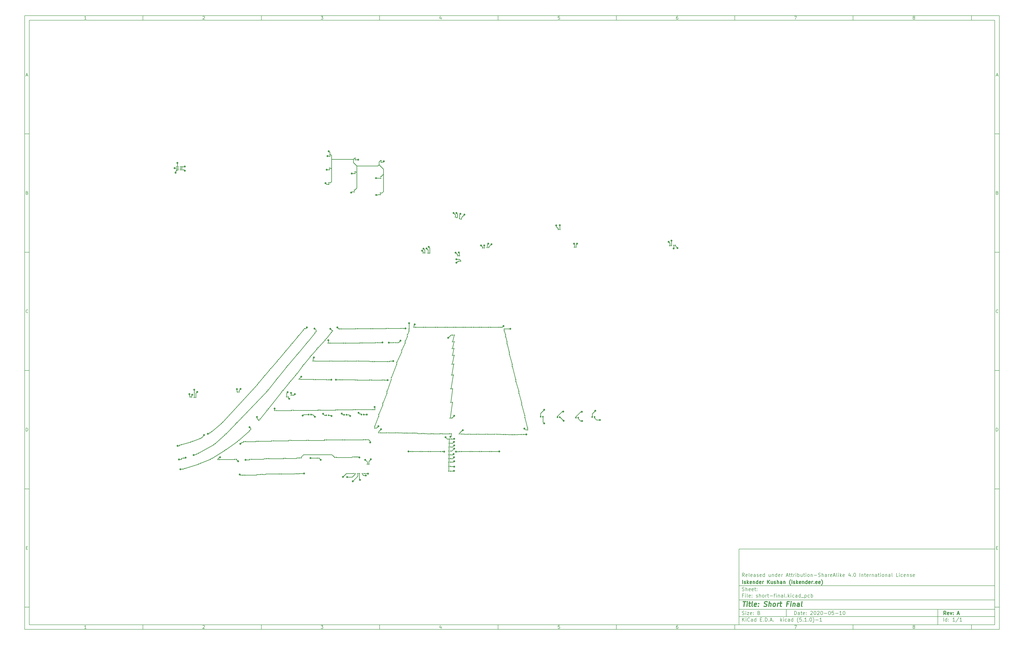
<source format=gbr>
G04 #@! TF.GenerationSoftware,KiCad,Pcbnew,(5.1.0)-1*
G04 #@! TF.CreationDate,2020-05-10T15:52:08-07:00*
G04 #@! TF.ProjectId,short-final,73686f72-742d-4666-996e-616c2e6b6963,A*
G04 #@! TF.SameCoordinates,Original*
G04 #@! TF.FileFunction,Copper,L1,Top*
G04 #@! TF.FilePolarity,Positive*
%FSLAX46Y46*%
G04 Gerber Fmt 4.6, Leading zero omitted, Abs format (unit mm)*
G04 Created by KiCad (PCBNEW (5.1.0)-1) date 2020-05-10 15:52:08*
%MOMM*%
%LPD*%
G04 APERTURE LIST*
%ADD10C,0.100000*%
%ADD11C,0.150000*%
%ADD12C,0.300000*%
%ADD13C,0.400000*%
%ADD14C,0.400000*%
%ADD15C,0.590000*%
%ADD16C,0.300000*%
%ADD17C,0.800000*%
%ADD18C,0.250000*%
G04 APERTURE END LIST*
D10*
D11*
X311800000Y-235400000D02*
X311800000Y-267400000D01*
X419800000Y-267400000D01*
X419800000Y-235400000D01*
X311800000Y-235400000D01*
D10*
D11*
X10000000Y-10000000D02*
X10000000Y-269400000D01*
X421800000Y-269400000D01*
X421800000Y-10000000D01*
X10000000Y-10000000D01*
D10*
D11*
X12000000Y-12000000D02*
X12000000Y-267400000D01*
X419800000Y-267400000D01*
X419800000Y-12000000D01*
X12000000Y-12000000D01*
D10*
D11*
X60000000Y-12000000D02*
X60000000Y-10000000D01*
D10*
D11*
X110000000Y-12000000D02*
X110000000Y-10000000D01*
D10*
D11*
X160000000Y-12000000D02*
X160000000Y-10000000D01*
D10*
D11*
X210000000Y-12000000D02*
X210000000Y-10000000D01*
D10*
D11*
X260000000Y-12000000D02*
X260000000Y-10000000D01*
D10*
D11*
X310000000Y-12000000D02*
X310000000Y-10000000D01*
D10*
D11*
X360000000Y-12000000D02*
X360000000Y-10000000D01*
D10*
D11*
X410000000Y-12000000D02*
X410000000Y-10000000D01*
D10*
D11*
X36065476Y-11588095D02*
X35322619Y-11588095D01*
X35694047Y-11588095D02*
X35694047Y-10288095D01*
X35570238Y-10473809D01*
X35446428Y-10597619D01*
X35322619Y-10659523D01*
D10*
D11*
X85322619Y-10411904D02*
X85384523Y-10350000D01*
X85508333Y-10288095D01*
X85817857Y-10288095D01*
X85941666Y-10350000D01*
X86003571Y-10411904D01*
X86065476Y-10535714D01*
X86065476Y-10659523D01*
X86003571Y-10845238D01*
X85260714Y-11588095D01*
X86065476Y-11588095D01*
D10*
D11*
X135260714Y-10288095D02*
X136065476Y-10288095D01*
X135632142Y-10783333D01*
X135817857Y-10783333D01*
X135941666Y-10845238D01*
X136003571Y-10907142D01*
X136065476Y-11030952D01*
X136065476Y-11340476D01*
X136003571Y-11464285D01*
X135941666Y-11526190D01*
X135817857Y-11588095D01*
X135446428Y-11588095D01*
X135322619Y-11526190D01*
X135260714Y-11464285D01*
D10*
D11*
X185941666Y-10721428D02*
X185941666Y-11588095D01*
X185632142Y-10226190D02*
X185322619Y-11154761D01*
X186127380Y-11154761D01*
D10*
D11*
X236003571Y-10288095D02*
X235384523Y-10288095D01*
X235322619Y-10907142D01*
X235384523Y-10845238D01*
X235508333Y-10783333D01*
X235817857Y-10783333D01*
X235941666Y-10845238D01*
X236003571Y-10907142D01*
X236065476Y-11030952D01*
X236065476Y-11340476D01*
X236003571Y-11464285D01*
X235941666Y-11526190D01*
X235817857Y-11588095D01*
X235508333Y-11588095D01*
X235384523Y-11526190D01*
X235322619Y-11464285D01*
D10*
D11*
X285941666Y-10288095D02*
X285694047Y-10288095D01*
X285570238Y-10350000D01*
X285508333Y-10411904D01*
X285384523Y-10597619D01*
X285322619Y-10845238D01*
X285322619Y-11340476D01*
X285384523Y-11464285D01*
X285446428Y-11526190D01*
X285570238Y-11588095D01*
X285817857Y-11588095D01*
X285941666Y-11526190D01*
X286003571Y-11464285D01*
X286065476Y-11340476D01*
X286065476Y-11030952D01*
X286003571Y-10907142D01*
X285941666Y-10845238D01*
X285817857Y-10783333D01*
X285570238Y-10783333D01*
X285446428Y-10845238D01*
X285384523Y-10907142D01*
X285322619Y-11030952D01*
D10*
D11*
X335260714Y-10288095D02*
X336127380Y-10288095D01*
X335570238Y-11588095D01*
D10*
D11*
X385570238Y-10845238D02*
X385446428Y-10783333D01*
X385384523Y-10721428D01*
X385322619Y-10597619D01*
X385322619Y-10535714D01*
X385384523Y-10411904D01*
X385446428Y-10350000D01*
X385570238Y-10288095D01*
X385817857Y-10288095D01*
X385941666Y-10350000D01*
X386003571Y-10411904D01*
X386065476Y-10535714D01*
X386065476Y-10597619D01*
X386003571Y-10721428D01*
X385941666Y-10783333D01*
X385817857Y-10845238D01*
X385570238Y-10845238D01*
X385446428Y-10907142D01*
X385384523Y-10969047D01*
X385322619Y-11092857D01*
X385322619Y-11340476D01*
X385384523Y-11464285D01*
X385446428Y-11526190D01*
X385570238Y-11588095D01*
X385817857Y-11588095D01*
X385941666Y-11526190D01*
X386003571Y-11464285D01*
X386065476Y-11340476D01*
X386065476Y-11092857D01*
X386003571Y-10969047D01*
X385941666Y-10907142D01*
X385817857Y-10845238D01*
D10*
D11*
X60000000Y-267400000D02*
X60000000Y-269400000D01*
D10*
D11*
X110000000Y-267400000D02*
X110000000Y-269400000D01*
D10*
D11*
X160000000Y-267400000D02*
X160000000Y-269400000D01*
D10*
D11*
X210000000Y-267400000D02*
X210000000Y-269400000D01*
D10*
D11*
X260000000Y-267400000D02*
X260000000Y-269400000D01*
D10*
D11*
X310000000Y-267400000D02*
X310000000Y-269400000D01*
D10*
D11*
X360000000Y-267400000D02*
X360000000Y-269400000D01*
D10*
D11*
X410000000Y-267400000D02*
X410000000Y-269400000D01*
D10*
D11*
X36065476Y-268988095D02*
X35322619Y-268988095D01*
X35694047Y-268988095D02*
X35694047Y-267688095D01*
X35570238Y-267873809D01*
X35446428Y-267997619D01*
X35322619Y-268059523D01*
D10*
D11*
X85322619Y-267811904D02*
X85384523Y-267750000D01*
X85508333Y-267688095D01*
X85817857Y-267688095D01*
X85941666Y-267750000D01*
X86003571Y-267811904D01*
X86065476Y-267935714D01*
X86065476Y-268059523D01*
X86003571Y-268245238D01*
X85260714Y-268988095D01*
X86065476Y-268988095D01*
D10*
D11*
X135260714Y-267688095D02*
X136065476Y-267688095D01*
X135632142Y-268183333D01*
X135817857Y-268183333D01*
X135941666Y-268245238D01*
X136003571Y-268307142D01*
X136065476Y-268430952D01*
X136065476Y-268740476D01*
X136003571Y-268864285D01*
X135941666Y-268926190D01*
X135817857Y-268988095D01*
X135446428Y-268988095D01*
X135322619Y-268926190D01*
X135260714Y-268864285D01*
D10*
D11*
X185941666Y-268121428D02*
X185941666Y-268988095D01*
X185632142Y-267626190D02*
X185322619Y-268554761D01*
X186127380Y-268554761D01*
D10*
D11*
X236003571Y-267688095D02*
X235384523Y-267688095D01*
X235322619Y-268307142D01*
X235384523Y-268245238D01*
X235508333Y-268183333D01*
X235817857Y-268183333D01*
X235941666Y-268245238D01*
X236003571Y-268307142D01*
X236065476Y-268430952D01*
X236065476Y-268740476D01*
X236003571Y-268864285D01*
X235941666Y-268926190D01*
X235817857Y-268988095D01*
X235508333Y-268988095D01*
X235384523Y-268926190D01*
X235322619Y-268864285D01*
D10*
D11*
X285941666Y-267688095D02*
X285694047Y-267688095D01*
X285570238Y-267750000D01*
X285508333Y-267811904D01*
X285384523Y-267997619D01*
X285322619Y-268245238D01*
X285322619Y-268740476D01*
X285384523Y-268864285D01*
X285446428Y-268926190D01*
X285570238Y-268988095D01*
X285817857Y-268988095D01*
X285941666Y-268926190D01*
X286003571Y-268864285D01*
X286065476Y-268740476D01*
X286065476Y-268430952D01*
X286003571Y-268307142D01*
X285941666Y-268245238D01*
X285817857Y-268183333D01*
X285570238Y-268183333D01*
X285446428Y-268245238D01*
X285384523Y-268307142D01*
X285322619Y-268430952D01*
D10*
D11*
X335260714Y-267688095D02*
X336127380Y-267688095D01*
X335570238Y-268988095D01*
D10*
D11*
X385570238Y-268245238D02*
X385446428Y-268183333D01*
X385384523Y-268121428D01*
X385322619Y-267997619D01*
X385322619Y-267935714D01*
X385384523Y-267811904D01*
X385446428Y-267750000D01*
X385570238Y-267688095D01*
X385817857Y-267688095D01*
X385941666Y-267750000D01*
X386003571Y-267811904D01*
X386065476Y-267935714D01*
X386065476Y-267997619D01*
X386003571Y-268121428D01*
X385941666Y-268183333D01*
X385817857Y-268245238D01*
X385570238Y-268245238D01*
X385446428Y-268307142D01*
X385384523Y-268369047D01*
X385322619Y-268492857D01*
X385322619Y-268740476D01*
X385384523Y-268864285D01*
X385446428Y-268926190D01*
X385570238Y-268988095D01*
X385817857Y-268988095D01*
X385941666Y-268926190D01*
X386003571Y-268864285D01*
X386065476Y-268740476D01*
X386065476Y-268492857D01*
X386003571Y-268369047D01*
X385941666Y-268307142D01*
X385817857Y-268245238D01*
D10*
D11*
X10000000Y-60000000D02*
X12000000Y-60000000D01*
D10*
D11*
X10000000Y-110000000D02*
X12000000Y-110000000D01*
D10*
D11*
X10000000Y-160000000D02*
X12000000Y-160000000D01*
D10*
D11*
X10000000Y-210000000D02*
X12000000Y-210000000D01*
D10*
D11*
X10000000Y-260000000D02*
X12000000Y-260000000D01*
D10*
D11*
X10690476Y-35216666D02*
X11309523Y-35216666D01*
X10566666Y-35588095D02*
X11000000Y-34288095D01*
X11433333Y-35588095D01*
D10*
D11*
X11092857Y-84907142D02*
X11278571Y-84969047D01*
X11340476Y-85030952D01*
X11402380Y-85154761D01*
X11402380Y-85340476D01*
X11340476Y-85464285D01*
X11278571Y-85526190D01*
X11154761Y-85588095D01*
X10659523Y-85588095D01*
X10659523Y-84288095D01*
X11092857Y-84288095D01*
X11216666Y-84350000D01*
X11278571Y-84411904D01*
X11340476Y-84535714D01*
X11340476Y-84659523D01*
X11278571Y-84783333D01*
X11216666Y-84845238D01*
X11092857Y-84907142D01*
X10659523Y-84907142D01*
D10*
D11*
X11402380Y-135464285D02*
X11340476Y-135526190D01*
X11154761Y-135588095D01*
X11030952Y-135588095D01*
X10845238Y-135526190D01*
X10721428Y-135402380D01*
X10659523Y-135278571D01*
X10597619Y-135030952D01*
X10597619Y-134845238D01*
X10659523Y-134597619D01*
X10721428Y-134473809D01*
X10845238Y-134350000D01*
X11030952Y-134288095D01*
X11154761Y-134288095D01*
X11340476Y-134350000D01*
X11402380Y-134411904D01*
D10*
D11*
X10659523Y-185588095D02*
X10659523Y-184288095D01*
X10969047Y-184288095D01*
X11154761Y-184350000D01*
X11278571Y-184473809D01*
X11340476Y-184597619D01*
X11402380Y-184845238D01*
X11402380Y-185030952D01*
X11340476Y-185278571D01*
X11278571Y-185402380D01*
X11154761Y-185526190D01*
X10969047Y-185588095D01*
X10659523Y-185588095D01*
D10*
D11*
X10721428Y-234907142D02*
X11154761Y-234907142D01*
X11340476Y-235588095D02*
X10721428Y-235588095D01*
X10721428Y-234288095D01*
X11340476Y-234288095D01*
D10*
D11*
X421800000Y-60000000D02*
X419800000Y-60000000D01*
D10*
D11*
X421800000Y-110000000D02*
X419800000Y-110000000D01*
D10*
D11*
X421800000Y-160000000D02*
X419800000Y-160000000D01*
D10*
D11*
X421800000Y-210000000D02*
X419800000Y-210000000D01*
D10*
D11*
X421800000Y-260000000D02*
X419800000Y-260000000D01*
D10*
D11*
X420490476Y-35216666D02*
X421109523Y-35216666D01*
X420366666Y-35588095D02*
X420800000Y-34288095D01*
X421233333Y-35588095D01*
D10*
D11*
X420892857Y-84907142D02*
X421078571Y-84969047D01*
X421140476Y-85030952D01*
X421202380Y-85154761D01*
X421202380Y-85340476D01*
X421140476Y-85464285D01*
X421078571Y-85526190D01*
X420954761Y-85588095D01*
X420459523Y-85588095D01*
X420459523Y-84288095D01*
X420892857Y-84288095D01*
X421016666Y-84350000D01*
X421078571Y-84411904D01*
X421140476Y-84535714D01*
X421140476Y-84659523D01*
X421078571Y-84783333D01*
X421016666Y-84845238D01*
X420892857Y-84907142D01*
X420459523Y-84907142D01*
D10*
D11*
X421202380Y-135464285D02*
X421140476Y-135526190D01*
X420954761Y-135588095D01*
X420830952Y-135588095D01*
X420645238Y-135526190D01*
X420521428Y-135402380D01*
X420459523Y-135278571D01*
X420397619Y-135030952D01*
X420397619Y-134845238D01*
X420459523Y-134597619D01*
X420521428Y-134473809D01*
X420645238Y-134350000D01*
X420830952Y-134288095D01*
X420954761Y-134288095D01*
X421140476Y-134350000D01*
X421202380Y-134411904D01*
D10*
D11*
X420459523Y-185588095D02*
X420459523Y-184288095D01*
X420769047Y-184288095D01*
X420954761Y-184350000D01*
X421078571Y-184473809D01*
X421140476Y-184597619D01*
X421202380Y-184845238D01*
X421202380Y-185030952D01*
X421140476Y-185278571D01*
X421078571Y-185402380D01*
X420954761Y-185526190D01*
X420769047Y-185588095D01*
X420459523Y-185588095D01*
D10*
D11*
X420521428Y-234907142D02*
X420954761Y-234907142D01*
X421140476Y-235588095D02*
X420521428Y-235588095D01*
X420521428Y-234288095D01*
X421140476Y-234288095D01*
D10*
D11*
X335232142Y-263178571D02*
X335232142Y-261678571D01*
X335589285Y-261678571D01*
X335803571Y-261750000D01*
X335946428Y-261892857D01*
X336017857Y-262035714D01*
X336089285Y-262321428D01*
X336089285Y-262535714D01*
X336017857Y-262821428D01*
X335946428Y-262964285D01*
X335803571Y-263107142D01*
X335589285Y-263178571D01*
X335232142Y-263178571D01*
X337375000Y-263178571D02*
X337375000Y-262392857D01*
X337303571Y-262250000D01*
X337160714Y-262178571D01*
X336875000Y-262178571D01*
X336732142Y-262250000D01*
X337375000Y-263107142D02*
X337232142Y-263178571D01*
X336875000Y-263178571D01*
X336732142Y-263107142D01*
X336660714Y-262964285D01*
X336660714Y-262821428D01*
X336732142Y-262678571D01*
X336875000Y-262607142D01*
X337232142Y-262607142D01*
X337375000Y-262535714D01*
X337875000Y-262178571D02*
X338446428Y-262178571D01*
X338089285Y-261678571D02*
X338089285Y-262964285D01*
X338160714Y-263107142D01*
X338303571Y-263178571D01*
X338446428Y-263178571D01*
X339517857Y-263107142D02*
X339375000Y-263178571D01*
X339089285Y-263178571D01*
X338946428Y-263107142D01*
X338875000Y-262964285D01*
X338875000Y-262392857D01*
X338946428Y-262250000D01*
X339089285Y-262178571D01*
X339375000Y-262178571D01*
X339517857Y-262250000D01*
X339589285Y-262392857D01*
X339589285Y-262535714D01*
X338875000Y-262678571D01*
X340232142Y-263035714D02*
X340303571Y-263107142D01*
X340232142Y-263178571D01*
X340160714Y-263107142D01*
X340232142Y-263035714D01*
X340232142Y-263178571D01*
X340232142Y-262250000D02*
X340303571Y-262321428D01*
X340232142Y-262392857D01*
X340160714Y-262321428D01*
X340232142Y-262250000D01*
X340232142Y-262392857D01*
X342017857Y-261821428D02*
X342089285Y-261750000D01*
X342232142Y-261678571D01*
X342589285Y-261678571D01*
X342732142Y-261750000D01*
X342803571Y-261821428D01*
X342875000Y-261964285D01*
X342875000Y-262107142D01*
X342803571Y-262321428D01*
X341946428Y-263178571D01*
X342875000Y-263178571D01*
X343803571Y-261678571D02*
X343946428Y-261678571D01*
X344089285Y-261750000D01*
X344160714Y-261821428D01*
X344232142Y-261964285D01*
X344303571Y-262250000D01*
X344303571Y-262607142D01*
X344232142Y-262892857D01*
X344160714Y-263035714D01*
X344089285Y-263107142D01*
X343946428Y-263178571D01*
X343803571Y-263178571D01*
X343660714Y-263107142D01*
X343589285Y-263035714D01*
X343517857Y-262892857D01*
X343446428Y-262607142D01*
X343446428Y-262250000D01*
X343517857Y-261964285D01*
X343589285Y-261821428D01*
X343660714Y-261750000D01*
X343803571Y-261678571D01*
X344875000Y-261821428D02*
X344946428Y-261750000D01*
X345089285Y-261678571D01*
X345446428Y-261678571D01*
X345589285Y-261750000D01*
X345660714Y-261821428D01*
X345732142Y-261964285D01*
X345732142Y-262107142D01*
X345660714Y-262321428D01*
X344803571Y-263178571D01*
X345732142Y-263178571D01*
X346660714Y-261678571D02*
X346803571Y-261678571D01*
X346946428Y-261750000D01*
X347017857Y-261821428D01*
X347089285Y-261964285D01*
X347160714Y-262250000D01*
X347160714Y-262607142D01*
X347089285Y-262892857D01*
X347017857Y-263035714D01*
X346946428Y-263107142D01*
X346803571Y-263178571D01*
X346660714Y-263178571D01*
X346517857Y-263107142D01*
X346446428Y-263035714D01*
X346375000Y-262892857D01*
X346303571Y-262607142D01*
X346303571Y-262250000D01*
X346375000Y-261964285D01*
X346446428Y-261821428D01*
X346517857Y-261750000D01*
X346660714Y-261678571D01*
X347803571Y-262607142D02*
X348946428Y-262607142D01*
X349946428Y-261678571D02*
X350089285Y-261678571D01*
X350232142Y-261750000D01*
X350303571Y-261821428D01*
X350375000Y-261964285D01*
X350446428Y-262250000D01*
X350446428Y-262607142D01*
X350375000Y-262892857D01*
X350303571Y-263035714D01*
X350232142Y-263107142D01*
X350089285Y-263178571D01*
X349946428Y-263178571D01*
X349803571Y-263107142D01*
X349732142Y-263035714D01*
X349660714Y-262892857D01*
X349589285Y-262607142D01*
X349589285Y-262250000D01*
X349660714Y-261964285D01*
X349732142Y-261821428D01*
X349803571Y-261750000D01*
X349946428Y-261678571D01*
X351803571Y-261678571D02*
X351089285Y-261678571D01*
X351017857Y-262392857D01*
X351089285Y-262321428D01*
X351232142Y-262250000D01*
X351589285Y-262250000D01*
X351732142Y-262321428D01*
X351803571Y-262392857D01*
X351875000Y-262535714D01*
X351875000Y-262892857D01*
X351803571Y-263035714D01*
X351732142Y-263107142D01*
X351589285Y-263178571D01*
X351232142Y-263178571D01*
X351089285Y-263107142D01*
X351017857Y-263035714D01*
X352517857Y-262607142D02*
X353660714Y-262607142D01*
X355160714Y-263178571D02*
X354303571Y-263178571D01*
X354732142Y-263178571D02*
X354732142Y-261678571D01*
X354589285Y-261892857D01*
X354446428Y-262035714D01*
X354303571Y-262107142D01*
X356089285Y-261678571D02*
X356232142Y-261678571D01*
X356375000Y-261750000D01*
X356446428Y-261821428D01*
X356517857Y-261964285D01*
X356589285Y-262250000D01*
X356589285Y-262607142D01*
X356517857Y-262892857D01*
X356446428Y-263035714D01*
X356375000Y-263107142D01*
X356232142Y-263178571D01*
X356089285Y-263178571D01*
X355946428Y-263107142D01*
X355875000Y-263035714D01*
X355803571Y-262892857D01*
X355732142Y-262607142D01*
X355732142Y-262250000D01*
X355803571Y-261964285D01*
X355875000Y-261821428D01*
X355946428Y-261750000D01*
X356089285Y-261678571D01*
D10*
D11*
X311800000Y-263900000D02*
X419800000Y-263900000D01*
D10*
D11*
X313232142Y-265978571D02*
X313232142Y-264478571D01*
X314089285Y-265978571D02*
X313446428Y-265121428D01*
X314089285Y-264478571D02*
X313232142Y-265335714D01*
X314732142Y-265978571D02*
X314732142Y-264978571D01*
X314732142Y-264478571D02*
X314660714Y-264550000D01*
X314732142Y-264621428D01*
X314803571Y-264550000D01*
X314732142Y-264478571D01*
X314732142Y-264621428D01*
X316303571Y-265835714D02*
X316232142Y-265907142D01*
X316017857Y-265978571D01*
X315875000Y-265978571D01*
X315660714Y-265907142D01*
X315517857Y-265764285D01*
X315446428Y-265621428D01*
X315375000Y-265335714D01*
X315375000Y-265121428D01*
X315446428Y-264835714D01*
X315517857Y-264692857D01*
X315660714Y-264550000D01*
X315875000Y-264478571D01*
X316017857Y-264478571D01*
X316232142Y-264550000D01*
X316303571Y-264621428D01*
X317589285Y-265978571D02*
X317589285Y-265192857D01*
X317517857Y-265050000D01*
X317375000Y-264978571D01*
X317089285Y-264978571D01*
X316946428Y-265050000D01*
X317589285Y-265907142D02*
X317446428Y-265978571D01*
X317089285Y-265978571D01*
X316946428Y-265907142D01*
X316875000Y-265764285D01*
X316875000Y-265621428D01*
X316946428Y-265478571D01*
X317089285Y-265407142D01*
X317446428Y-265407142D01*
X317589285Y-265335714D01*
X318946428Y-265978571D02*
X318946428Y-264478571D01*
X318946428Y-265907142D02*
X318803571Y-265978571D01*
X318517857Y-265978571D01*
X318375000Y-265907142D01*
X318303571Y-265835714D01*
X318232142Y-265692857D01*
X318232142Y-265264285D01*
X318303571Y-265121428D01*
X318375000Y-265050000D01*
X318517857Y-264978571D01*
X318803571Y-264978571D01*
X318946428Y-265050000D01*
X320803571Y-265192857D02*
X321303571Y-265192857D01*
X321517857Y-265978571D02*
X320803571Y-265978571D01*
X320803571Y-264478571D01*
X321517857Y-264478571D01*
X322160714Y-265835714D02*
X322232142Y-265907142D01*
X322160714Y-265978571D01*
X322089285Y-265907142D01*
X322160714Y-265835714D01*
X322160714Y-265978571D01*
X322875000Y-265978571D02*
X322875000Y-264478571D01*
X323232142Y-264478571D01*
X323446428Y-264550000D01*
X323589285Y-264692857D01*
X323660714Y-264835714D01*
X323732142Y-265121428D01*
X323732142Y-265335714D01*
X323660714Y-265621428D01*
X323589285Y-265764285D01*
X323446428Y-265907142D01*
X323232142Y-265978571D01*
X322875000Y-265978571D01*
X324375000Y-265835714D02*
X324446428Y-265907142D01*
X324375000Y-265978571D01*
X324303571Y-265907142D01*
X324375000Y-265835714D01*
X324375000Y-265978571D01*
X325017857Y-265550000D02*
X325732142Y-265550000D01*
X324875000Y-265978571D02*
X325375000Y-264478571D01*
X325875000Y-265978571D01*
X326375000Y-265835714D02*
X326446428Y-265907142D01*
X326375000Y-265978571D01*
X326303571Y-265907142D01*
X326375000Y-265835714D01*
X326375000Y-265978571D01*
X329375000Y-265978571D02*
X329375000Y-264478571D01*
X329517857Y-265407142D02*
X329946428Y-265978571D01*
X329946428Y-264978571D02*
X329375000Y-265550000D01*
X330589285Y-265978571D02*
X330589285Y-264978571D01*
X330589285Y-264478571D02*
X330517857Y-264550000D01*
X330589285Y-264621428D01*
X330660714Y-264550000D01*
X330589285Y-264478571D01*
X330589285Y-264621428D01*
X331946428Y-265907142D02*
X331803571Y-265978571D01*
X331517857Y-265978571D01*
X331375000Y-265907142D01*
X331303571Y-265835714D01*
X331232142Y-265692857D01*
X331232142Y-265264285D01*
X331303571Y-265121428D01*
X331375000Y-265050000D01*
X331517857Y-264978571D01*
X331803571Y-264978571D01*
X331946428Y-265050000D01*
X333232142Y-265978571D02*
X333232142Y-265192857D01*
X333160714Y-265050000D01*
X333017857Y-264978571D01*
X332732142Y-264978571D01*
X332589285Y-265050000D01*
X333232142Y-265907142D02*
X333089285Y-265978571D01*
X332732142Y-265978571D01*
X332589285Y-265907142D01*
X332517857Y-265764285D01*
X332517857Y-265621428D01*
X332589285Y-265478571D01*
X332732142Y-265407142D01*
X333089285Y-265407142D01*
X333232142Y-265335714D01*
X334589285Y-265978571D02*
X334589285Y-264478571D01*
X334589285Y-265907142D02*
X334446428Y-265978571D01*
X334160714Y-265978571D01*
X334017857Y-265907142D01*
X333946428Y-265835714D01*
X333875000Y-265692857D01*
X333875000Y-265264285D01*
X333946428Y-265121428D01*
X334017857Y-265050000D01*
X334160714Y-264978571D01*
X334446428Y-264978571D01*
X334589285Y-265050000D01*
X336875000Y-266550000D02*
X336803571Y-266478571D01*
X336660714Y-266264285D01*
X336589285Y-266121428D01*
X336517857Y-265907142D01*
X336446428Y-265550000D01*
X336446428Y-265264285D01*
X336517857Y-264907142D01*
X336589285Y-264692857D01*
X336660714Y-264550000D01*
X336803571Y-264335714D01*
X336875000Y-264264285D01*
X338160714Y-264478571D02*
X337446428Y-264478571D01*
X337375000Y-265192857D01*
X337446428Y-265121428D01*
X337589285Y-265050000D01*
X337946428Y-265050000D01*
X338089285Y-265121428D01*
X338160714Y-265192857D01*
X338232142Y-265335714D01*
X338232142Y-265692857D01*
X338160714Y-265835714D01*
X338089285Y-265907142D01*
X337946428Y-265978571D01*
X337589285Y-265978571D01*
X337446428Y-265907142D01*
X337375000Y-265835714D01*
X338875000Y-265835714D02*
X338946428Y-265907142D01*
X338875000Y-265978571D01*
X338803571Y-265907142D01*
X338875000Y-265835714D01*
X338875000Y-265978571D01*
X340375000Y-265978571D02*
X339517857Y-265978571D01*
X339946428Y-265978571D02*
X339946428Y-264478571D01*
X339803571Y-264692857D01*
X339660714Y-264835714D01*
X339517857Y-264907142D01*
X341017857Y-265835714D02*
X341089285Y-265907142D01*
X341017857Y-265978571D01*
X340946428Y-265907142D01*
X341017857Y-265835714D01*
X341017857Y-265978571D01*
X342017857Y-264478571D02*
X342160714Y-264478571D01*
X342303571Y-264550000D01*
X342375000Y-264621428D01*
X342446428Y-264764285D01*
X342517857Y-265050000D01*
X342517857Y-265407142D01*
X342446428Y-265692857D01*
X342375000Y-265835714D01*
X342303571Y-265907142D01*
X342160714Y-265978571D01*
X342017857Y-265978571D01*
X341875000Y-265907142D01*
X341803571Y-265835714D01*
X341732142Y-265692857D01*
X341660714Y-265407142D01*
X341660714Y-265050000D01*
X341732142Y-264764285D01*
X341803571Y-264621428D01*
X341875000Y-264550000D01*
X342017857Y-264478571D01*
X343017857Y-266550000D02*
X343089285Y-266478571D01*
X343232142Y-266264285D01*
X343303571Y-266121428D01*
X343375000Y-265907142D01*
X343446428Y-265550000D01*
X343446428Y-265264285D01*
X343375000Y-264907142D01*
X343303571Y-264692857D01*
X343232142Y-264550000D01*
X343089285Y-264335714D01*
X343017857Y-264264285D01*
X344160714Y-265407142D02*
X345303571Y-265407142D01*
X346803571Y-265978571D02*
X345946428Y-265978571D01*
X346375000Y-265978571D02*
X346375000Y-264478571D01*
X346232142Y-264692857D01*
X346089285Y-264835714D01*
X345946428Y-264907142D01*
D10*
D11*
X311800000Y-260900000D02*
X419800000Y-260900000D01*
D10*
D12*
X399209285Y-263178571D02*
X398709285Y-262464285D01*
X398352142Y-263178571D02*
X398352142Y-261678571D01*
X398923571Y-261678571D01*
X399066428Y-261750000D01*
X399137857Y-261821428D01*
X399209285Y-261964285D01*
X399209285Y-262178571D01*
X399137857Y-262321428D01*
X399066428Y-262392857D01*
X398923571Y-262464285D01*
X398352142Y-262464285D01*
X400423571Y-263107142D02*
X400280714Y-263178571D01*
X399995000Y-263178571D01*
X399852142Y-263107142D01*
X399780714Y-262964285D01*
X399780714Y-262392857D01*
X399852142Y-262250000D01*
X399995000Y-262178571D01*
X400280714Y-262178571D01*
X400423571Y-262250000D01*
X400495000Y-262392857D01*
X400495000Y-262535714D01*
X399780714Y-262678571D01*
X400995000Y-262178571D02*
X401352142Y-263178571D01*
X401709285Y-262178571D01*
X402280714Y-263035714D02*
X402352142Y-263107142D01*
X402280714Y-263178571D01*
X402209285Y-263107142D01*
X402280714Y-263035714D01*
X402280714Y-263178571D01*
X402280714Y-262250000D02*
X402352142Y-262321428D01*
X402280714Y-262392857D01*
X402209285Y-262321428D01*
X402280714Y-262250000D01*
X402280714Y-262392857D01*
X404066428Y-262750000D02*
X404780714Y-262750000D01*
X403923571Y-263178571D02*
X404423571Y-261678571D01*
X404923571Y-263178571D01*
D10*
D11*
X313160714Y-263107142D02*
X313375000Y-263178571D01*
X313732142Y-263178571D01*
X313875000Y-263107142D01*
X313946428Y-263035714D01*
X314017857Y-262892857D01*
X314017857Y-262750000D01*
X313946428Y-262607142D01*
X313875000Y-262535714D01*
X313732142Y-262464285D01*
X313446428Y-262392857D01*
X313303571Y-262321428D01*
X313232142Y-262250000D01*
X313160714Y-262107142D01*
X313160714Y-261964285D01*
X313232142Y-261821428D01*
X313303571Y-261750000D01*
X313446428Y-261678571D01*
X313803571Y-261678571D01*
X314017857Y-261750000D01*
X314660714Y-263178571D02*
X314660714Y-262178571D01*
X314660714Y-261678571D02*
X314589285Y-261750000D01*
X314660714Y-261821428D01*
X314732142Y-261750000D01*
X314660714Y-261678571D01*
X314660714Y-261821428D01*
X315232142Y-262178571D02*
X316017857Y-262178571D01*
X315232142Y-263178571D01*
X316017857Y-263178571D01*
X317160714Y-263107142D02*
X317017857Y-263178571D01*
X316732142Y-263178571D01*
X316589285Y-263107142D01*
X316517857Y-262964285D01*
X316517857Y-262392857D01*
X316589285Y-262250000D01*
X316732142Y-262178571D01*
X317017857Y-262178571D01*
X317160714Y-262250000D01*
X317232142Y-262392857D01*
X317232142Y-262535714D01*
X316517857Y-262678571D01*
X317875000Y-263035714D02*
X317946428Y-263107142D01*
X317875000Y-263178571D01*
X317803571Y-263107142D01*
X317875000Y-263035714D01*
X317875000Y-263178571D01*
X317875000Y-262250000D02*
X317946428Y-262321428D01*
X317875000Y-262392857D01*
X317803571Y-262321428D01*
X317875000Y-262250000D01*
X317875000Y-262392857D01*
X320232142Y-262392857D02*
X320446428Y-262464285D01*
X320517857Y-262535714D01*
X320589285Y-262678571D01*
X320589285Y-262892857D01*
X320517857Y-263035714D01*
X320446428Y-263107142D01*
X320303571Y-263178571D01*
X319732142Y-263178571D01*
X319732142Y-261678571D01*
X320232142Y-261678571D01*
X320375000Y-261750000D01*
X320446428Y-261821428D01*
X320517857Y-261964285D01*
X320517857Y-262107142D01*
X320446428Y-262250000D01*
X320375000Y-262321428D01*
X320232142Y-262392857D01*
X319732142Y-262392857D01*
D10*
D11*
X398232142Y-265978571D02*
X398232142Y-264478571D01*
X399589285Y-265978571D02*
X399589285Y-264478571D01*
X399589285Y-265907142D02*
X399446428Y-265978571D01*
X399160714Y-265978571D01*
X399017857Y-265907142D01*
X398946428Y-265835714D01*
X398875000Y-265692857D01*
X398875000Y-265264285D01*
X398946428Y-265121428D01*
X399017857Y-265050000D01*
X399160714Y-264978571D01*
X399446428Y-264978571D01*
X399589285Y-265050000D01*
X400303571Y-265835714D02*
X400375000Y-265907142D01*
X400303571Y-265978571D01*
X400232142Y-265907142D01*
X400303571Y-265835714D01*
X400303571Y-265978571D01*
X400303571Y-265050000D02*
X400375000Y-265121428D01*
X400303571Y-265192857D01*
X400232142Y-265121428D01*
X400303571Y-265050000D01*
X400303571Y-265192857D01*
X402946428Y-265978571D02*
X402089285Y-265978571D01*
X402517857Y-265978571D02*
X402517857Y-264478571D01*
X402375000Y-264692857D01*
X402232142Y-264835714D01*
X402089285Y-264907142D01*
X404660714Y-264407142D02*
X403375000Y-266335714D01*
X405946428Y-265978571D02*
X405089285Y-265978571D01*
X405517857Y-265978571D02*
X405517857Y-264478571D01*
X405375000Y-264692857D01*
X405232142Y-264835714D01*
X405089285Y-264907142D01*
D10*
D11*
X311800000Y-256900000D02*
X419800000Y-256900000D01*
D10*
D13*
X313512380Y-257604761D02*
X314655238Y-257604761D01*
X313833809Y-259604761D02*
X314083809Y-257604761D01*
X315071904Y-259604761D02*
X315238571Y-258271428D01*
X315321904Y-257604761D02*
X315214761Y-257700000D01*
X315298095Y-257795238D01*
X315405238Y-257700000D01*
X315321904Y-257604761D01*
X315298095Y-257795238D01*
X315905238Y-258271428D02*
X316667142Y-258271428D01*
X316274285Y-257604761D02*
X316060000Y-259319047D01*
X316131428Y-259509523D01*
X316310000Y-259604761D01*
X316500476Y-259604761D01*
X317452857Y-259604761D02*
X317274285Y-259509523D01*
X317202857Y-259319047D01*
X317417142Y-257604761D01*
X318988571Y-259509523D02*
X318786190Y-259604761D01*
X318405238Y-259604761D01*
X318226666Y-259509523D01*
X318155238Y-259319047D01*
X318250476Y-258557142D01*
X318369523Y-258366666D01*
X318571904Y-258271428D01*
X318952857Y-258271428D01*
X319131428Y-258366666D01*
X319202857Y-258557142D01*
X319179047Y-258747619D01*
X318202857Y-258938095D01*
X319952857Y-259414285D02*
X320036190Y-259509523D01*
X319929047Y-259604761D01*
X319845714Y-259509523D01*
X319952857Y-259414285D01*
X319929047Y-259604761D01*
X320083809Y-258366666D02*
X320167142Y-258461904D01*
X320060000Y-258557142D01*
X319976666Y-258461904D01*
X320083809Y-258366666D01*
X320060000Y-258557142D01*
X322321904Y-259509523D02*
X322595714Y-259604761D01*
X323071904Y-259604761D01*
X323274285Y-259509523D01*
X323381428Y-259414285D01*
X323500476Y-259223809D01*
X323524285Y-259033333D01*
X323452857Y-258842857D01*
X323369523Y-258747619D01*
X323190952Y-258652380D01*
X322821904Y-258557142D01*
X322643333Y-258461904D01*
X322560000Y-258366666D01*
X322488571Y-258176190D01*
X322512380Y-257985714D01*
X322631428Y-257795238D01*
X322738571Y-257700000D01*
X322940952Y-257604761D01*
X323417142Y-257604761D01*
X323690952Y-257700000D01*
X324310000Y-259604761D02*
X324560000Y-257604761D01*
X325167142Y-259604761D02*
X325298095Y-258557142D01*
X325226666Y-258366666D01*
X325048095Y-258271428D01*
X324762380Y-258271428D01*
X324560000Y-258366666D01*
X324452857Y-258461904D01*
X326405238Y-259604761D02*
X326226666Y-259509523D01*
X326143333Y-259414285D01*
X326071904Y-259223809D01*
X326143333Y-258652380D01*
X326262380Y-258461904D01*
X326369523Y-258366666D01*
X326571904Y-258271428D01*
X326857619Y-258271428D01*
X327036190Y-258366666D01*
X327119523Y-258461904D01*
X327190952Y-258652380D01*
X327119523Y-259223809D01*
X327000476Y-259414285D01*
X326893333Y-259509523D01*
X326690952Y-259604761D01*
X326405238Y-259604761D01*
X327929047Y-259604761D02*
X328095714Y-258271428D01*
X328048095Y-258652380D02*
X328167142Y-258461904D01*
X328274285Y-258366666D01*
X328476666Y-258271428D01*
X328667142Y-258271428D01*
X329048095Y-258271428D02*
X329810000Y-258271428D01*
X329417142Y-257604761D02*
X329202857Y-259319047D01*
X329274285Y-259509523D01*
X329452857Y-259604761D01*
X329643333Y-259604761D01*
X332631428Y-258557142D02*
X331964761Y-258557142D01*
X331833809Y-259604761D02*
X332083809Y-257604761D01*
X333036190Y-257604761D01*
X333548095Y-259604761D02*
X333714761Y-258271428D01*
X333798095Y-257604761D02*
X333690952Y-257700000D01*
X333774285Y-257795238D01*
X333881428Y-257700000D01*
X333798095Y-257604761D01*
X333774285Y-257795238D01*
X334667142Y-258271428D02*
X334500476Y-259604761D01*
X334643333Y-258461904D02*
X334750476Y-258366666D01*
X334952857Y-258271428D01*
X335238571Y-258271428D01*
X335417142Y-258366666D01*
X335488571Y-258557142D01*
X335357619Y-259604761D01*
X337167142Y-259604761D02*
X337298095Y-258557142D01*
X337226666Y-258366666D01*
X337048095Y-258271428D01*
X336667142Y-258271428D01*
X336464761Y-258366666D01*
X337179047Y-259509523D02*
X336976666Y-259604761D01*
X336500476Y-259604761D01*
X336321904Y-259509523D01*
X336250476Y-259319047D01*
X336274285Y-259128571D01*
X336393333Y-258938095D01*
X336595714Y-258842857D01*
X337071904Y-258842857D01*
X337274285Y-258747619D01*
X338405238Y-259604761D02*
X338226666Y-259509523D01*
X338155238Y-259319047D01*
X338369523Y-257604761D01*
D10*
D11*
X313732142Y-254992857D02*
X313232142Y-254992857D01*
X313232142Y-255778571D02*
X313232142Y-254278571D01*
X313946428Y-254278571D01*
X314517857Y-255778571D02*
X314517857Y-254778571D01*
X314517857Y-254278571D02*
X314446428Y-254350000D01*
X314517857Y-254421428D01*
X314589285Y-254350000D01*
X314517857Y-254278571D01*
X314517857Y-254421428D01*
X315446428Y-255778571D02*
X315303571Y-255707142D01*
X315232142Y-255564285D01*
X315232142Y-254278571D01*
X316589285Y-255707142D02*
X316446428Y-255778571D01*
X316160714Y-255778571D01*
X316017857Y-255707142D01*
X315946428Y-255564285D01*
X315946428Y-254992857D01*
X316017857Y-254850000D01*
X316160714Y-254778571D01*
X316446428Y-254778571D01*
X316589285Y-254850000D01*
X316660714Y-254992857D01*
X316660714Y-255135714D01*
X315946428Y-255278571D01*
X317303571Y-255635714D02*
X317375000Y-255707142D01*
X317303571Y-255778571D01*
X317232142Y-255707142D01*
X317303571Y-255635714D01*
X317303571Y-255778571D01*
X317303571Y-254850000D02*
X317375000Y-254921428D01*
X317303571Y-254992857D01*
X317232142Y-254921428D01*
X317303571Y-254850000D01*
X317303571Y-254992857D01*
X319089285Y-255707142D02*
X319232142Y-255778571D01*
X319517857Y-255778571D01*
X319660714Y-255707142D01*
X319732142Y-255564285D01*
X319732142Y-255492857D01*
X319660714Y-255350000D01*
X319517857Y-255278571D01*
X319303571Y-255278571D01*
X319160714Y-255207142D01*
X319089285Y-255064285D01*
X319089285Y-254992857D01*
X319160714Y-254850000D01*
X319303571Y-254778571D01*
X319517857Y-254778571D01*
X319660714Y-254850000D01*
X320375000Y-255778571D02*
X320375000Y-254278571D01*
X321017857Y-255778571D02*
X321017857Y-254992857D01*
X320946428Y-254850000D01*
X320803571Y-254778571D01*
X320589285Y-254778571D01*
X320446428Y-254850000D01*
X320375000Y-254921428D01*
X321946428Y-255778571D02*
X321803571Y-255707142D01*
X321732142Y-255635714D01*
X321660714Y-255492857D01*
X321660714Y-255064285D01*
X321732142Y-254921428D01*
X321803571Y-254850000D01*
X321946428Y-254778571D01*
X322160714Y-254778571D01*
X322303571Y-254850000D01*
X322375000Y-254921428D01*
X322446428Y-255064285D01*
X322446428Y-255492857D01*
X322375000Y-255635714D01*
X322303571Y-255707142D01*
X322160714Y-255778571D01*
X321946428Y-255778571D01*
X323089285Y-255778571D02*
X323089285Y-254778571D01*
X323089285Y-255064285D02*
X323160714Y-254921428D01*
X323232142Y-254850000D01*
X323375000Y-254778571D01*
X323517857Y-254778571D01*
X323803571Y-254778571D02*
X324375000Y-254778571D01*
X324017857Y-254278571D02*
X324017857Y-255564285D01*
X324089285Y-255707142D01*
X324232142Y-255778571D01*
X324375000Y-255778571D01*
X324875000Y-255207142D02*
X326017857Y-255207142D01*
X326517857Y-254778571D02*
X327089285Y-254778571D01*
X326732142Y-255778571D02*
X326732142Y-254492857D01*
X326803571Y-254350000D01*
X326946428Y-254278571D01*
X327089285Y-254278571D01*
X327589285Y-255778571D02*
X327589285Y-254778571D01*
X327589285Y-254278571D02*
X327517857Y-254350000D01*
X327589285Y-254421428D01*
X327660714Y-254350000D01*
X327589285Y-254278571D01*
X327589285Y-254421428D01*
X328303571Y-254778571D02*
X328303571Y-255778571D01*
X328303571Y-254921428D02*
X328375000Y-254850000D01*
X328517857Y-254778571D01*
X328732142Y-254778571D01*
X328875000Y-254850000D01*
X328946428Y-254992857D01*
X328946428Y-255778571D01*
X330303571Y-255778571D02*
X330303571Y-254992857D01*
X330232142Y-254850000D01*
X330089285Y-254778571D01*
X329803571Y-254778571D01*
X329660714Y-254850000D01*
X330303571Y-255707142D02*
X330160714Y-255778571D01*
X329803571Y-255778571D01*
X329660714Y-255707142D01*
X329589285Y-255564285D01*
X329589285Y-255421428D01*
X329660714Y-255278571D01*
X329803571Y-255207142D01*
X330160714Y-255207142D01*
X330303571Y-255135714D01*
X331232142Y-255778571D02*
X331089285Y-255707142D01*
X331017857Y-255564285D01*
X331017857Y-254278571D01*
X331803571Y-255635714D02*
X331875000Y-255707142D01*
X331803571Y-255778571D01*
X331732142Y-255707142D01*
X331803571Y-255635714D01*
X331803571Y-255778571D01*
X332517857Y-255778571D02*
X332517857Y-254278571D01*
X332660714Y-255207142D02*
X333089285Y-255778571D01*
X333089285Y-254778571D02*
X332517857Y-255350000D01*
X333732142Y-255778571D02*
X333732142Y-254778571D01*
X333732142Y-254278571D02*
X333660714Y-254350000D01*
X333732142Y-254421428D01*
X333803571Y-254350000D01*
X333732142Y-254278571D01*
X333732142Y-254421428D01*
X335089285Y-255707142D02*
X334946428Y-255778571D01*
X334660714Y-255778571D01*
X334517857Y-255707142D01*
X334446428Y-255635714D01*
X334375000Y-255492857D01*
X334375000Y-255064285D01*
X334446428Y-254921428D01*
X334517857Y-254850000D01*
X334660714Y-254778571D01*
X334946428Y-254778571D01*
X335089285Y-254850000D01*
X336375000Y-255778571D02*
X336375000Y-254992857D01*
X336303571Y-254850000D01*
X336160714Y-254778571D01*
X335875000Y-254778571D01*
X335732142Y-254850000D01*
X336375000Y-255707142D02*
X336232142Y-255778571D01*
X335875000Y-255778571D01*
X335732142Y-255707142D01*
X335660714Y-255564285D01*
X335660714Y-255421428D01*
X335732142Y-255278571D01*
X335875000Y-255207142D01*
X336232142Y-255207142D01*
X336375000Y-255135714D01*
X337732142Y-255778571D02*
X337732142Y-254278571D01*
X337732142Y-255707142D02*
X337589285Y-255778571D01*
X337303571Y-255778571D01*
X337160714Y-255707142D01*
X337089285Y-255635714D01*
X337017857Y-255492857D01*
X337017857Y-255064285D01*
X337089285Y-254921428D01*
X337160714Y-254850000D01*
X337303571Y-254778571D01*
X337589285Y-254778571D01*
X337732142Y-254850000D01*
X338089285Y-255921428D02*
X339232142Y-255921428D01*
X339589285Y-254778571D02*
X339589285Y-256278571D01*
X339589285Y-254850000D02*
X339732142Y-254778571D01*
X340017857Y-254778571D01*
X340160714Y-254850000D01*
X340232142Y-254921428D01*
X340303571Y-255064285D01*
X340303571Y-255492857D01*
X340232142Y-255635714D01*
X340160714Y-255707142D01*
X340017857Y-255778571D01*
X339732142Y-255778571D01*
X339589285Y-255707142D01*
X341589285Y-255707142D02*
X341446428Y-255778571D01*
X341160714Y-255778571D01*
X341017857Y-255707142D01*
X340946428Y-255635714D01*
X340875000Y-255492857D01*
X340875000Y-255064285D01*
X340946428Y-254921428D01*
X341017857Y-254850000D01*
X341160714Y-254778571D01*
X341446428Y-254778571D01*
X341589285Y-254850000D01*
X342232142Y-255778571D02*
X342232142Y-254278571D01*
X342232142Y-254850000D02*
X342375000Y-254778571D01*
X342660714Y-254778571D01*
X342803571Y-254850000D01*
X342875000Y-254921428D01*
X342946428Y-255064285D01*
X342946428Y-255492857D01*
X342875000Y-255635714D01*
X342803571Y-255707142D01*
X342660714Y-255778571D01*
X342375000Y-255778571D01*
X342232142Y-255707142D01*
D10*
D11*
X311800000Y-250900000D02*
X419800000Y-250900000D01*
D10*
D11*
X313160714Y-253007142D02*
X313375000Y-253078571D01*
X313732142Y-253078571D01*
X313875000Y-253007142D01*
X313946428Y-252935714D01*
X314017857Y-252792857D01*
X314017857Y-252650000D01*
X313946428Y-252507142D01*
X313875000Y-252435714D01*
X313732142Y-252364285D01*
X313446428Y-252292857D01*
X313303571Y-252221428D01*
X313232142Y-252150000D01*
X313160714Y-252007142D01*
X313160714Y-251864285D01*
X313232142Y-251721428D01*
X313303571Y-251650000D01*
X313446428Y-251578571D01*
X313803571Y-251578571D01*
X314017857Y-251650000D01*
X314660714Y-253078571D02*
X314660714Y-251578571D01*
X315303571Y-253078571D02*
X315303571Y-252292857D01*
X315232142Y-252150000D01*
X315089285Y-252078571D01*
X314875000Y-252078571D01*
X314732142Y-252150000D01*
X314660714Y-252221428D01*
X316589285Y-253007142D02*
X316446428Y-253078571D01*
X316160714Y-253078571D01*
X316017857Y-253007142D01*
X315946428Y-252864285D01*
X315946428Y-252292857D01*
X316017857Y-252150000D01*
X316160714Y-252078571D01*
X316446428Y-252078571D01*
X316589285Y-252150000D01*
X316660714Y-252292857D01*
X316660714Y-252435714D01*
X315946428Y-252578571D01*
X317875000Y-253007142D02*
X317732142Y-253078571D01*
X317446428Y-253078571D01*
X317303571Y-253007142D01*
X317232142Y-252864285D01*
X317232142Y-252292857D01*
X317303571Y-252150000D01*
X317446428Y-252078571D01*
X317732142Y-252078571D01*
X317875000Y-252150000D01*
X317946428Y-252292857D01*
X317946428Y-252435714D01*
X317232142Y-252578571D01*
X318375000Y-252078571D02*
X318946428Y-252078571D01*
X318589285Y-251578571D02*
X318589285Y-252864285D01*
X318660714Y-253007142D01*
X318803571Y-253078571D01*
X318946428Y-253078571D01*
X319446428Y-252935714D02*
X319517857Y-253007142D01*
X319446428Y-253078571D01*
X319375000Y-253007142D01*
X319446428Y-252935714D01*
X319446428Y-253078571D01*
X319446428Y-252150000D02*
X319517857Y-252221428D01*
X319446428Y-252292857D01*
X319375000Y-252221428D01*
X319446428Y-252150000D01*
X319446428Y-252292857D01*
D10*
D12*
X313352142Y-250078571D02*
X313352142Y-248578571D01*
X313995000Y-250007142D02*
X314137857Y-250078571D01*
X314423571Y-250078571D01*
X314566428Y-250007142D01*
X314637857Y-249864285D01*
X314637857Y-249792857D01*
X314566428Y-249650000D01*
X314423571Y-249578571D01*
X314209285Y-249578571D01*
X314066428Y-249507142D01*
X313995000Y-249364285D01*
X313995000Y-249292857D01*
X314066428Y-249150000D01*
X314209285Y-249078571D01*
X314423571Y-249078571D01*
X314566428Y-249150000D01*
X315280714Y-250078571D02*
X315280714Y-248578571D01*
X315423571Y-249507142D02*
X315852142Y-250078571D01*
X315852142Y-249078571D02*
X315280714Y-249650000D01*
X317066428Y-250007142D02*
X316923571Y-250078571D01*
X316637857Y-250078571D01*
X316495000Y-250007142D01*
X316423571Y-249864285D01*
X316423571Y-249292857D01*
X316495000Y-249150000D01*
X316637857Y-249078571D01*
X316923571Y-249078571D01*
X317066428Y-249150000D01*
X317137857Y-249292857D01*
X317137857Y-249435714D01*
X316423571Y-249578571D01*
X317780714Y-249078571D02*
X317780714Y-250078571D01*
X317780714Y-249221428D02*
X317852142Y-249150000D01*
X317995000Y-249078571D01*
X318209285Y-249078571D01*
X318352142Y-249150000D01*
X318423571Y-249292857D01*
X318423571Y-250078571D01*
X319780714Y-250078571D02*
X319780714Y-248578571D01*
X319780714Y-250007142D02*
X319637857Y-250078571D01*
X319352142Y-250078571D01*
X319209285Y-250007142D01*
X319137857Y-249935714D01*
X319066428Y-249792857D01*
X319066428Y-249364285D01*
X319137857Y-249221428D01*
X319209285Y-249150000D01*
X319352142Y-249078571D01*
X319637857Y-249078571D01*
X319780714Y-249150000D01*
X321066428Y-250007142D02*
X320923571Y-250078571D01*
X320637857Y-250078571D01*
X320495000Y-250007142D01*
X320423571Y-249864285D01*
X320423571Y-249292857D01*
X320495000Y-249150000D01*
X320637857Y-249078571D01*
X320923571Y-249078571D01*
X321066428Y-249150000D01*
X321137857Y-249292857D01*
X321137857Y-249435714D01*
X320423571Y-249578571D01*
X321780714Y-250078571D02*
X321780714Y-249078571D01*
X321780714Y-249364285D02*
X321852142Y-249221428D01*
X321923571Y-249150000D01*
X322066428Y-249078571D01*
X322209285Y-249078571D01*
X323852142Y-250078571D02*
X323852142Y-248578571D01*
X324709285Y-250078571D02*
X324066428Y-249221428D01*
X324709285Y-248578571D02*
X323852142Y-249435714D01*
X325995000Y-249078571D02*
X325995000Y-250078571D01*
X325352142Y-249078571D02*
X325352142Y-249864285D01*
X325423571Y-250007142D01*
X325566428Y-250078571D01*
X325780714Y-250078571D01*
X325923571Y-250007142D01*
X325995000Y-249935714D01*
X326637857Y-250007142D02*
X326780714Y-250078571D01*
X327066428Y-250078571D01*
X327209285Y-250007142D01*
X327280714Y-249864285D01*
X327280714Y-249792857D01*
X327209285Y-249650000D01*
X327066428Y-249578571D01*
X326852142Y-249578571D01*
X326709285Y-249507142D01*
X326637857Y-249364285D01*
X326637857Y-249292857D01*
X326709285Y-249150000D01*
X326852142Y-249078571D01*
X327066428Y-249078571D01*
X327209285Y-249150000D01*
X327923571Y-250078571D02*
X327923571Y-248578571D01*
X328566428Y-250078571D02*
X328566428Y-249292857D01*
X328495000Y-249150000D01*
X328352142Y-249078571D01*
X328137857Y-249078571D01*
X327995000Y-249150000D01*
X327923571Y-249221428D01*
X329923571Y-250078571D02*
X329923571Y-249292857D01*
X329852142Y-249150000D01*
X329709285Y-249078571D01*
X329423571Y-249078571D01*
X329280714Y-249150000D01*
X329923571Y-250007142D02*
X329780714Y-250078571D01*
X329423571Y-250078571D01*
X329280714Y-250007142D01*
X329209285Y-249864285D01*
X329209285Y-249721428D01*
X329280714Y-249578571D01*
X329423571Y-249507142D01*
X329780714Y-249507142D01*
X329923571Y-249435714D01*
X330637857Y-249078571D02*
X330637857Y-250078571D01*
X330637857Y-249221428D02*
X330709285Y-249150000D01*
X330852142Y-249078571D01*
X331066428Y-249078571D01*
X331209285Y-249150000D01*
X331280714Y-249292857D01*
X331280714Y-250078571D01*
X333566428Y-250650000D02*
X333495000Y-250578571D01*
X333352142Y-250364285D01*
X333280714Y-250221428D01*
X333209285Y-250007142D01*
X333137857Y-249650000D01*
X333137857Y-249364285D01*
X333209285Y-249007142D01*
X333280714Y-248792857D01*
X333352142Y-248650000D01*
X333495000Y-248435714D01*
X333566428Y-248364285D01*
X334137857Y-250078571D02*
X334137857Y-249078571D01*
X334137857Y-248578571D02*
X334066428Y-248650000D01*
X334137857Y-248721428D01*
X334209285Y-248650000D01*
X334137857Y-248578571D01*
X334137857Y-248721428D01*
X334780714Y-250007142D02*
X334923571Y-250078571D01*
X335209285Y-250078571D01*
X335352142Y-250007142D01*
X335423571Y-249864285D01*
X335423571Y-249792857D01*
X335352142Y-249650000D01*
X335209285Y-249578571D01*
X334995000Y-249578571D01*
X334852142Y-249507142D01*
X334780714Y-249364285D01*
X334780714Y-249292857D01*
X334852142Y-249150000D01*
X334995000Y-249078571D01*
X335209285Y-249078571D01*
X335352142Y-249150000D01*
X336066428Y-250078571D02*
X336066428Y-248578571D01*
X336209285Y-249507142D02*
X336637857Y-250078571D01*
X336637857Y-249078571D02*
X336066428Y-249650000D01*
X337852142Y-250007142D02*
X337709285Y-250078571D01*
X337423571Y-250078571D01*
X337280714Y-250007142D01*
X337209285Y-249864285D01*
X337209285Y-249292857D01*
X337280714Y-249150000D01*
X337423571Y-249078571D01*
X337709285Y-249078571D01*
X337852142Y-249150000D01*
X337923571Y-249292857D01*
X337923571Y-249435714D01*
X337209285Y-249578571D01*
X338566428Y-249078571D02*
X338566428Y-250078571D01*
X338566428Y-249221428D02*
X338637857Y-249150000D01*
X338780714Y-249078571D01*
X338995000Y-249078571D01*
X339137857Y-249150000D01*
X339209285Y-249292857D01*
X339209285Y-250078571D01*
X340566428Y-250078571D02*
X340566428Y-248578571D01*
X340566428Y-250007142D02*
X340423571Y-250078571D01*
X340137857Y-250078571D01*
X339995000Y-250007142D01*
X339923571Y-249935714D01*
X339852142Y-249792857D01*
X339852142Y-249364285D01*
X339923571Y-249221428D01*
X339995000Y-249150000D01*
X340137857Y-249078571D01*
X340423571Y-249078571D01*
X340566428Y-249150000D01*
X341852142Y-250007142D02*
X341709285Y-250078571D01*
X341423571Y-250078571D01*
X341280714Y-250007142D01*
X341209285Y-249864285D01*
X341209285Y-249292857D01*
X341280714Y-249150000D01*
X341423571Y-249078571D01*
X341709285Y-249078571D01*
X341852142Y-249150000D01*
X341923571Y-249292857D01*
X341923571Y-249435714D01*
X341209285Y-249578571D01*
X342566428Y-250078571D02*
X342566428Y-249078571D01*
X342566428Y-249364285D02*
X342637857Y-249221428D01*
X342709285Y-249150000D01*
X342852142Y-249078571D01*
X342995000Y-249078571D01*
X343495000Y-249935714D02*
X343566428Y-250007142D01*
X343495000Y-250078571D01*
X343423571Y-250007142D01*
X343495000Y-249935714D01*
X343495000Y-250078571D01*
X344780714Y-250007142D02*
X344637857Y-250078571D01*
X344352142Y-250078571D01*
X344209285Y-250007142D01*
X344137857Y-249864285D01*
X344137857Y-249292857D01*
X344209285Y-249150000D01*
X344352142Y-249078571D01*
X344637857Y-249078571D01*
X344780714Y-249150000D01*
X344852142Y-249292857D01*
X344852142Y-249435714D01*
X344137857Y-249578571D01*
X346066428Y-250007142D02*
X345923571Y-250078571D01*
X345637857Y-250078571D01*
X345495000Y-250007142D01*
X345423571Y-249864285D01*
X345423571Y-249292857D01*
X345495000Y-249150000D01*
X345637857Y-249078571D01*
X345923571Y-249078571D01*
X346066428Y-249150000D01*
X346137857Y-249292857D01*
X346137857Y-249435714D01*
X345423571Y-249578571D01*
X346637857Y-250650000D02*
X346709285Y-250578571D01*
X346852142Y-250364285D01*
X346923571Y-250221428D01*
X346995000Y-250007142D01*
X347066428Y-249650000D01*
X347066428Y-249364285D01*
X346995000Y-249007142D01*
X346923571Y-248792857D01*
X346852142Y-248650000D01*
X346709285Y-248435714D01*
X346637857Y-248364285D01*
D10*
D11*
X314089285Y-247078571D02*
X313589285Y-246364285D01*
X313232142Y-247078571D02*
X313232142Y-245578571D01*
X313803571Y-245578571D01*
X313946428Y-245650000D01*
X314017857Y-245721428D01*
X314089285Y-245864285D01*
X314089285Y-246078571D01*
X314017857Y-246221428D01*
X313946428Y-246292857D01*
X313803571Y-246364285D01*
X313232142Y-246364285D01*
X315303571Y-247007142D02*
X315160714Y-247078571D01*
X314875000Y-247078571D01*
X314732142Y-247007142D01*
X314660714Y-246864285D01*
X314660714Y-246292857D01*
X314732142Y-246150000D01*
X314875000Y-246078571D01*
X315160714Y-246078571D01*
X315303571Y-246150000D01*
X315375000Y-246292857D01*
X315375000Y-246435714D01*
X314660714Y-246578571D01*
X316232142Y-247078571D02*
X316089285Y-247007142D01*
X316017857Y-246864285D01*
X316017857Y-245578571D01*
X317375000Y-247007142D02*
X317232142Y-247078571D01*
X316946428Y-247078571D01*
X316803571Y-247007142D01*
X316732142Y-246864285D01*
X316732142Y-246292857D01*
X316803571Y-246150000D01*
X316946428Y-246078571D01*
X317232142Y-246078571D01*
X317375000Y-246150000D01*
X317446428Y-246292857D01*
X317446428Y-246435714D01*
X316732142Y-246578571D01*
X318732142Y-247078571D02*
X318732142Y-246292857D01*
X318660714Y-246150000D01*
X318517857Y-246078571D01*
X318232142Y-246078571D01*
X318089285Y-246150000D01*
X318732142Y-247007142D02*
X318589285Y-247078571D01*
X318232142Y-247078571D01*
X318089285Y-247007142D01*
X318017857Y-246864285D01*
X318017857Y-246721428D01*
X318089285Y-246578571D01*
X318232142Y-246507142D01*
X318589285Y-246507142D01*
X318732142Y-246435714D01*
X319375000Y-247007142D02*
X319517857Y-247078571D01*
X319803571Y-247078571D01*
X319946428Y-247007142D01*
X320017857Y-246864285D01*
X320017857Y-246792857D01*
X319946428Y-246650000D01*
X319803571Y-246578571D01*
X319589285Y-246578571D01*
X319446428Y-246507142D01*
X319375000Y-246364285D01*
X319375000Y-246292857D01*
X319446428Y-246150000D01*
X319589285Y-246078571D01*
X319803571Y-246078571D01*
X319946428Y-246150000D01*
X321232142Y-247007142D02*
X321089285Y-247078571D01*
X320803571Y-247078571D01*
X320660714Y-247007142D01*
X320589285Y-246864285D01*
X320589285Y-246292857D01*
X320660714Y-246150000D01*
X320803571Y-246078571D01*
X321089285Y-246078571D01*
X321232142Y-246150000D01*
X321303571Y-246292857D01*
X321303571Y-246435714D01*
X320589285Y-246578571D01*
X322589285Y-247078571D02*
X322589285Y-245578571D01*
X322589285Y-247007142D02*
X322446428Y-247078571D01*
X322160714Y-247078571D01*
X322017857Y-247007142D01*
X321946428Y-246935714D01*
X321875000Y-246792857D01*
X321875000Y-246364285D01*
X321946428Y-246221428D01*
X322017857Y-246150000D01*
X322160714Y-246078571D01*
X322446428Y-246078571D01*
X322589285Y-246150000D01*
X325089285Y-246078571D02*
X325089285Y-247078571D01*
X324446428Y-246078571D02*
X324446428Y-246864285D01*
X324517857Y-247007142D01*
X324660714Y-247078571D01*
X324875000Y-247078571D01*
X325017857Y-247007142D01*
X325089285Y-246935714D01*
X325803571Y-246078571D02*
X325803571Y-247078571D01*
X325803571Y-246221428D02*
X325875000Y-246150000D01*
X326017857Y-246078571D01*
X326232142Y-246078571D01*
X326375000Y-246150000D01*
X326446428Y-246292857D01*
X326446428Y-247078571D01*
X327803571Y-247078571D02*
X327803571Y-245578571D01*
X327803571Y-247007142D02*
X327660714Y-247078571D01*
X327375000Y-247078571D01*
X327232142Y-247007142D01*
X327160714Y-246935714D01*
X327089285Y-246792857D01*
X327089285Y-246364285D01*
X327160714Y-246221428D01*
X327232142Y-246150000D01*
X327375000Y-246078571D01*
X327660714Y-246078571D01*
X327803571Y-246150000D01*
X329089285Y-247007142D02*
X328946428Y-247078571D01*
X328660714Y-247078571D01*
X328517857Y-247007142D01*
X328446428Y-246864285D01*
X328446428Y-246292857D01*
X328517857Y-246150000D01*
X328660714Y-246078571D01*
X328946428Y-246078571D01*
X329089285Y-246150000D01*
X329160714Y-246292857D01*
X329160714Y-246435714D01*
X328446428Y-246578571D01*
X329803571Y-247078571D02*
X329803571Y-246078571D01*
X329803571Y-246364285D02*
X329875000Y-246221428D01*
X329946428Y-246150000D01*
X330089285Y-246078571D01*
X330232142Y-246078571D01*
X331803571Y-246650000D02*
X332517857Y-246650000D01*
X331660714Y-247078571D02*
X332160714Y-245578571D01*
X332660714Y-247078571D01*
X332946428Y-246078571D02*
X333517857Y-246078571D01*
X333160714Y-245578571D02*
X333160714Y-246864285D01*
X333232142Y-247007142D01*
X333375000Y-247078571D01*
X333517857Y-247078571D01*
X333803571Y-246078571D02*
X334375000Y-246078571D01*
X334017857Y-245578571D02*
X334017857Y-246864285D01*
X334089285Y-247007142D01*
X334232142Y-247078571D01*
X334375000Y-247078571D01*
X334875000Y-247078571D02*
X334875000Y-246078571D01*
X334875000Y-246364285D02*
X334946428Y-246221428D01*
X335017857Y-246150000D01*
X335160714Y-246078571D01*
X335303571Y-246078571D01*
X335803571Y-247078571D02*
X335803571Y-246078571D01*
X335803571Y-245578571D02*
X335732142Y-245650000D01*
X335803571Y-245721428D01*
X335875000Y-245650000D01*
X335803571Y-245578571D01*
X335803571Y-245721428D01*
X336517857Y-247078571D02*
X336517857Y-245578571D01*
X336517857Y-246150000D02*
X336660714Y-246078571D01*
X336946428Y-246078571D01*
X337089285Y-246150000D01*
X337160714Y-246221428D01*
X337232142Y-246364285D01*
X337232142Y-246792857D01*
X337160714Y-246935714D01*
X337089285Y-247007142D01*
X336946428Y-247078571D01*
X336660714Y-247078571D01*
X336517857Y-247007142D01*
X338517857Y-246078571D02*
X338517857Y-247078571D01*
X337875000Y-246078571D02*
X337875000Y-246864285D01*
X337946428Y-247007142D01*
X338089285Y-247078571D01*
X338303571Y-247078571D01*
X338446428Y-247007142D01*
X338517857Y-246935714D01*
X339017857Y-246078571D02*
X339589285Y-246078571D01*
X339232142Y-245578571D02*
X339232142Y-246864285D01*
X339303571Y-247007142D01*
X339446428Y-247078571D01*
X339589285Y-247078571D01*
X340089285Y-247078571D02*
X340089285Y-246078571D01*
X340089285Y-245578571D02*
X340017857Y-245650000D01*
X340089285Y-245721428D01*
X340160714Y-245650000D01*
X340089285Y-245578571D01*
X340089285Y-245721428D01*
X341017857Y-247078571D02*
X340875000Y-247007142D01*
X340803571Y-246935714D01*
X340732142Y-246792857D01*
X340732142Y-246364285D01*
X340803571Y-246221428D01*
X340875000Y-246150000D01*
X341017857Y-246078571D01*
X341232142Y-246078571D01*
X341375000Y-246150000D01*
X341446428Y-246221428D01*
X341517857Y-246364285D01*
X341517857Y-246792857D01*
X341446428Y-246935714D01*
X341375000Y-247007142D01*
X341232142Y-247078571D01*
X341017857Y-247078571D01*
X342160714Y-246078571D02*
X342160714Y-247078571D01*
X342160714Y-246221428D02*
X342232142Y-246150000D01*
X342375000Y-246078571D01*
X342589285Y-246078571D01*
X342732142Y-246150000D01*
X342803571Y-246292857D01*
X342803571Y-247078571D01*
X343517857Y-246507142D02*
X344660714Y-246507142D01*
X345303571Y-247007142D02*
X345517857Y-247078571D01*
X345875000Y-247078571D01*
X346017857Y-247007142D01*
X346089285Y-246935714D01*
X346160714Y-246792857D01*
X346160714Y-246650000D01*
X346089285Y-246507142D01*
X346017857Y-246435714D01*
X345875000Y-246364285D01*
X345589285Y-246292857D01*
X345446428Y-246221428D01*
X345375000Y-246150000D01*
X345303571Y-246007142D01*
X345303571Y-245864285D01*
X345375000Y-245721428D01*
X345446428Y-245650000D01*
X345589285Y-245578571D01*
X345946428Y-245578571D01*
X346160714Y-245650000D01*
X346803571Y-247078571D02*
X346803571Y-245578571D01*
X347446428Y-247078571D02*
X347446428Y-246292857D01*
X347375000Y-246150000D01*
X347232142Y-246078571D01*
X347017857Y-246078571D01*
X346875000Y-246150000D01*
X346803571Y-246221428D01*
X348803571Y-247078571D02*
X348803571Y-246292857D01*
X348732142Y-246150000D01*
X348589285Y-246078571D01*
X348303571Y-246078571D01*
X348160714Y-246150000D01*
X348803571Y-247007142D02*
X348660714Y-247078571D01*
X348303571Y-247078571D01*
X348160714Y-247007142D01*
X348089285Y-246864285D01*
X348089285Y-246721428D01*
X348160714Y-246578571D01*
X348303571Y-246507142D01*
X348660714Y-246507142D01*
X348803571Y-246435714D01*
X349517857Y-247078571D02*
X349517857Y-246078571D01*
X349517857Y-246364285D02*
X349589285Y-246221428D01*
X349660714Y-246150000D01*
X349803571Y-246078571D01*
X349946428Y-246078571D01*
X351017857Y-247007142D02*
X350875000Y-247078571D01*
X350589285Y-247078571D01*
X350446428Y-247007142D01*
X350375000Y-246864285D01*
X350375000Y-246292857D01*
X350446428Y-246150000D01*
X350589285Y-246078571D01*
X350875000Y-246078571D01*
X351017857Y-246150000D01*
X351089285Y-246292857D01*
X351089285Y-246435714D01*
X350375000Y-246578571D01*
X351660714Y-246650000D02*
X352375000Y-246650000D01*
X351517857Y-247078571D02*
X352017857Y-245578571D01*
X352517857Y-247078571D01*
X353232142Y-247078571D02*
X353089285Y-247007142D01*
X353017857Y-246864285D01*
X353017857Y-245578571D01*
X353803571Y-247078571D02*
X353803571Y-246078571D01*
X353803571Y-245578571D02*
X353732142Y-245650000D01*
X353803571Y-245721428D01*
X353875000Y-245650000D01*
X353803571Y-245578571D01*
X353803571Y-245721428D01*
X354517857Y-247078571D02*
X354517857Y-245578571D01*
X354660714Y-246507142D02*
X355089285Y-247078571D01*
X355089285Y-246078571D02*
X354517857Y-246650000D01*
X356303571Y-247007142D02*
X356160714Y-247078571D01*
X355875000Y-247078571D01*
X355732142Y-247007142D01*
X355660714Y-246864285D01*
X355660714Y-246292857D01*
X355732142Y-246150000D01*
X355875000Y-246078571D01*
X356160714Y-246078571D01*
X356303571Y-246150000D01*
X356375000Y-246292857D01*
X356375000Y-246435714D01*
X355660714Y-246578571D01*
X358803571Y-246078571D02*
X358803571Y-247078571D01*
X358446428Y-245507142D02*
X358089285Y-246578571D01*
X359017857Y-246578571D01*
X359589285Y-246935714D02*
X359660714Y-247007142D01*
X359589285Y-247078571D01*
X359517857Y-247007142D01*
X359589285Y-246935714D01*
X359589285Y-247078571D01*
X360589285Y-245578571D02*
X360732142Y-245578571D01*
X360875000Y-245650000D01*
X360946428Y-245721428D01*
X361017857Y-245864285D01*
X361089285Y-246150000D01*
X361089285Y-246507142D01*
X361017857Y-246792857D01*
X360946428Y-246935714D01*
X360875000Y-247007142D01*
X360732142Y-247078571D01*
X360589285Y-247078571D01*
X360446428Y-247007142D01*
X360375000Y-246935714D01*
X360303571Y-246792857D01*
X360232142Y-246507142D01*
X360232142Y-246150000D01*
X360303571Y-245864285D01*
X360375000Y-245721428D01*
X360446428Y-245650000D01*
X360589285Y-245578571D01*
X362875000Y-247078571D02*
X362875000Y-245578571D01*
X363589285Y-246078571D02*
X363589285Y-247078571D01*
X363589285Y-246221428D02*
X363660714Y-246150000D01*
X363803571Y-246078571D01*
X364017857Y-246078571D01*
X364160714Y-246150000D01*
X364232142Y-246292857D01*
X364232142Y-247078571D01*
X364732142Y-246078571D02*
X365303571Y-246078571D01*
X364946428Y-245578571D02*
X364946428Y-246864285D01*
X365017857Y-247007142D01*
X365160714Y-247078571D01*
X365303571Y-247078571D01*
X366375000Y-247007142D02*
X366232142Y-247078571D01*
X365946428Y-247078571D01*
X365803571Y-247007142D01*
X365732142Y-246864285D01*
X365732142Y-246292857D01*
X365803571Y-246150000D01*
X365946428Y-246078571D01*
X366232142Y-246078571D01*
X366375000Y-246150000D01*
X366446428Y-246292857D01*
X366446428Y-246435714D01*
X365732142Y-246578571D01*
X367089285Y-247078571D02*
X367089285Y-246078571D01*
X367089285Y-246364285D02*
X367160714Y-246221428D01*
X367232142Y-246150000D01*
X367375000Y-246078571D01*
X367517857Y-246078571D01*
X368017857Y-246078571D02*
X368017857Y-247078571D01*
X368017857Y-246221428D02*
X368089285Y-246150000D01*
X368232142Y-246078571D01*
X368446428Y-246078571D01*
X368589285Y-246150000D01*
X368660714Y-246292857D01*
X368660714Y-247078571D01*
X370017857Y-247078571D02*
X370017857Y-246292857D01*
X369946428Y-246150000D01*
X369803571Y-246078571D01*
X369517857Y-246078571D01*
X369375000Y-246150000D01*
X370017857Y-247007142D02*
X369875000Y-247078571D01*
X369517857Y-247078571D01*
X369375000Y-247007142D01*
X369303571Y-246864285D01*
X369303571Y-246721428D01*
X369375000Y-246578571D01*
X369517857Y-246507142D01*
X369875000Y-246507142D01*
X370017857Y-246435714D01*
X370517857Y-246078571D02*
X371089285Y-246078571D01*
X370732142Y-245578571D02*
X370732142Y-246864285D01*
X370803571Y-247007142D01*
X370946428Y-247078571D01*
X371089285Y-247078571D01*
X371589285Y-247078571D02*
X371589285Y-246078571D01*
X371589285Y-245578571D02*
X371517857Y-245650000D01*
X371589285Y-245721428D01*
X371660714Y-245650000D01*
X371589285Y-245578571D01*
X371589285Y-245721428D01*
X372517857Y-247078571D02*
X372375000Y-247007142D01*
X372303571Y-246935714D01*
X372232142Y-246792857D01*
X372232142Y-246364285D01*
X372303571Y-246221428D01*
X372375000Y-246150000D01*
X372517857Y-246078571D01*
X372732142Y-246078571D01*
X372875000Y-246150000D01*
X372946428Y-246221428D01*
X373017857Y-246364285D01*
X373017857Y-246792857D01*
X372946428Y-246935714D01*
X372875000Y-247007142D01*
X372732142Y-247078571D01*
X372517857Y-247078571D01*
X373660714Y-246078571D02*
X373660714Y-247078571D01*
X373660714Y-246221428D02*
X373732142Y-246150000D01*
X373875000Y-246078571D01*
X374089285Y-246078571D01*
X374232142Y-246150000D01*
X374303571Y-246292857D01*
X374303571Y-247078571D01*
X375660714Y-247078571D02*
X375660714Y-246292857D01*
X375589285Y-246150000D01*
X375446428Y-246078571D01*
X375160714Y-246078571D01*
X375017857Y-246150000D01*
X375660714Y-247007142D02*
X375517857Y-247078571D01*
X375160714Y-247078571D01*
X375017857Y-247007142D01*
X374946428Y-246864285D01*
X374946428Y-246721428D01*
X375017857Y-246578571D01*
X375160714Y-246507142D01*
X375517857Y-246507142D01*
X375660714Y-246435714D01*
X376589285Y-247078571D02*
X376446428Y-247007142D01*
X376375000Y-246864285D01*
X376375000Y-245578571D01*
X379017857Y-247078571D02*
X378303571Y-247078571D01*
X378303571Y-245578571D01*
X379517857Y-247078571D02*
X379517857Y-246078571D01*
X379517857Y-245578571D02*
X379446428Y-245650000D01*
X379517857Y-245721428D01*
X379589285Y-245650000D01*
X379517857Y-245578571D01*
X379517857Y-245721428D01*
X380875000Y-247007142D02*
X380732142Y-247078571D01*
X380446428Y-247078571D01*
X380303571Y-247007142D01*
X380232142Y-246935714D01*
X380160714Y-246792857D01*
X380160714Y-246364285D01*
X380232142Y-246221428D01*
X380303571Y-246150000D01*
X380446428Y-246078571D01*
X380732142Y-246078571D01*
X380875000Y-246150000D01*
X382089285Y-247007142D02*
X381946428Y-247078571D01*
X381660714Y-247078571D01*
X381517857Y-247007142D01*
X381446428Y-246864285D01*
X381446428Y-246292857D01*
X381517857Y-246150000D01*
X381660714Y-246078571D01*
X381946428Y-246078571D01*
X382089285Y-246150000D01*
X382160714Y-246292857D01*
X382160714Y-246435714D01*
X381446428Y-246578571D01*
X382803571Y-246078571D02*
X382803571Y-247078571D01*
X382803571Y-246221428D02*
X382875000Y-246150000D01*
X383017857Y-246078571D01*
X383232142Y-246078571D01*
X383375000Y-246150000D01*
X383446428Y-246292857D01*
X383446428Y-247078571D01*
X384089285Y-247007142D02*
X384232142Y-247078571D01*
X384517857Y-247078571D01*
X384660714Y-247007142D01*
X384732142Y-246864285D01*
X384732142Y-246792857D01*
X384660714Y-246650000D01*
X384517857Y-246578571D01*
X384303571Y-246578571D01*
X384160714Y-246507142D01*
X384089285Y-246364285D01*
X384089285Y-246292857D01*
X384160714Y-246150000D01*
X384303571Y-246078571D01*
X384517857Y-246078571D01*
X384660714Y-246150000D01*
X385946428Y-247007142D02*
X385803571Y-247078571D01*
X385517857Y-247078571D01*
X385375000Y-247007142D01*
X385303571Y-246864285D01*
X385303571Y-246292857D01*
X385375000Y-246150000D01*
X385517857Y-246078571D01*
X385803571Y-246078571D01*
X385946428Y-246150000D01*
X386017857Y-246292857D01*
X386017857Y-246435714D01*
X385303571Y-246578571D01*
D10*
D11*
X331800000Y-260900000D02*
X331800000Y-263900000D01*
D10*
D11*
X395800000Y-260900000D02*
X395800000Y-267400000D01*
D10*
G36*
X236259802Y-100200482D02*
G01*
X236269509Y-100201921D01*
X236279028Y-100204306D01*
X236288268Y-100207612D01*
X236297140Y-100211808D01*
X236305557Y-100216853D01*
X236313439Y-100222699D01*
X236320711Y-100229289D01*
X236327301Y-100236561D01*
X236333147Y-100244443D01*
X236338192Y-100252860D01*
X236342388Y-100261732D01*
X236345694Y-100270972D01*
X236348079Y-100280491D01*
X236349518Y-100290198D01*
X236350000Y-100300000D01*
X236350000Y-100500000D01*
X236349518Y-100509802D01*
X236348079Y-100519509D01*
X236345694Y-100529028D01*
X236342388Y-100538268D01*
X236338192Y-100547140D01*
X236333147Y-100555557D01*
X236327301Y-100563439D01*
X236320711Y-100570711D01*
X236313439Y-100577301D01*
X236305557Y-100583147D01*
X236297140Y-100588192D01*
X236288268Y-100592388D01*
X236279028Y-100595694D01*
X236269509Y-100598079D01*
X236259802Y-100599518D01*
X236250000Y-100600000D01*
X235990000Y-100600000D01*
X235980198Y-100599518D01*
X235970491Y-100598079D01*
X235960972Y-100595694D01*
X235951732Y-100592388D01*
X235942860Y-100588192D01*
X235934443Y-100583147D01*
X235926561Y-100577301D01*
X235919289Y-100570711D01*
X235912699Y-100563439D01*
X235906853Y-100555557D01*
X235901808Y-100547140D01*
X235897612Y-100538268D01*
X235894306Y-100529028D01*
X235891921Y-100519509D01*
X235890482Y-100509802D01*
X235890000Y-100500000D01*
X235890000Y-100300000D01*
X235890482Y-100290198D01*
X235891921Y-100280491D01*
X235894306Y-100270972D01*
X235897612Y-100261732D01*
X235901808Y-100252860D01*
X235906853Y-100244443D01*
X235912699Y-100236561D01*
X235919289Y-100229289D01*
X235926561Y-100222699D01*
X235934443Y-100216853D01*
X235942860Y-100211808D01*
X235951732Y-100207612D01*
X235960972Y-100204306D01*
X235970491Y-100201921D01*
X235980198Y-100200482D01*
X235990000Y-100200000D01*
X236250000Y-100200000D01*
X236259802Y-100200482D01*
X236259802Y-100200482D01*
G37*
D14*
X236120000Y-100400000D03*
D10*
G36*
X235619802Y-100200482D02*
G01*
X235629509Y-100201921D01*
X235639028Y-100204306D01*
X235648268Y-100207612D01*
X235657140Y-100211808D01*
X235665557Y-100216853D01*
X235673439Y-100222699D01*
X235680711Y-100229289D01*
X235687301Y-100236561D01*
X235693147Y-100244443D01*
X235698192Y-100252860D01*
X235702388Y-100261732D01*
X235705694Y-100270972D01*
X235708079Y-100280491D01*
X235709518Y-100290198D01*
X235710000Y-100300000D01*
X235710000Y-100500000D01*
X235709518Y-100509802D01*
X235708079Y-100519509D01*
X235705694Y-100529028D01*
X235702388Y-100538268D01*
X235698192Y-100547140D01*
X235693147Y-100555557D01*
X235687301Y-100563439D01*
X235680711Y-100570711D01*
X235673439Y-100577301D01*
X235665557Y-100583147D01*
X235657140Y-100588192D01*
X235648268Y-100592388D01*
X235639028Y-100595694D01*
X235629509Y-100598079D01*
X235619802Y-100599518D01*
X235610000Y-100600000D01*
X235350000Y-100600000D01*
X235340198Y-100599518D01*
X235330491Y-100598079D01*
X235320972Y-100595694D01*
X235311732Y-100592388D01*
X235302860Y-100588192D01*
X235294443Y-100583147D01*
X235286561Y-100577301D01*
X235279289Y-100570711D01*
X235272699Y-100563439D01*
X235266853Y-100555557D01*
X235261808Y-100547140D01*
X235257612Y-100538268D01*
X235254306Y-100529028D01*
X235251921Y-100519509D01*
X235250482Y-100509802D01*
X235250000Y-100500000D01*
X235250000Y-100300000D01*
X235250482Y-100290198D01*
X235251921Y-100280491D01*
X235254306Y-100270972D01*
X235257612Y-100261732D01*
X235261808Y-100252860D01*
X235266853Y-100244443D01*
X235272699Y-100236561D01*
X235279289Y-100229289D01*
X235286561Y-100222699D01*
X235294443Y-100216853D01*
X235302860Y-100211808D01*
X235311732Y-100207612D01*
X235320972Y-100204306D01*
X235330491Y-100201921D01*
X235340198Y-100200482D01*
X235350000Y-100200000D01*
X235610000Y-100200000D01*
X235619802Y-100200482D01*
X235619802Y-100200482D01*
G37*
D14*
X235480000Y-100400000D03*
D10*
G36*
X193859802Y-111300482D02*
G01*
X193869509Y-111301921D01*
X193879028Y-111304306D01*
X193888268Y-111307612D01*
X193897140Y-111311808D01*
X193905557Y-111316853D01*
X193913439Y-111322699D01*
X193920711Y-111329289D01*
X193927301Y-111336561D01*
X193933147Y-111344443D01*
X193938192Y-111352860D01*
X193942388Y-111361732D01*
X193945694Y-111370972D01*
X193948079Y-111380491D01*
X193949518Y-111390198D01*
X193950000Y-111400000D01*
X193950000Y-111600000D01*
X193949518Y-111609802D01*
X193948079Y-111619509D01*
X193945694Y-111629028D01*
X193942388Y-111638268D01*
X193938192Y-111647140D01*
X193933147Y-111655557D01*
X193927301Y-111663439D01*
X193920711Y-111670711D01*
X193913439Y-111677301D01*
X193905557Y-111683147D01*
X193897140Y-111688192D01*
X193888268Y-111692388D01*
X193879028Y-111695694D01*
X193869509Y-111698079D01*
X193859802Y-111699518D01*
X193850000Y-111700000D01*
X193590000Y-111700000D01*
X193580198Y-111699518D01*
X193570491Y-111698079D01*
X193560972Y-111695694D01*
X193551732Y-111692388D01*
X193542860Y-111688192D01*
X193534443Y-111683147D01*
X193526561Y-111677301D01*
X193519289Y-111670711D01*
X193512699Y-111663439D01*
X193506853Y-111655557D01*
X193501808Y-111647140D01*
X193497612Y-111638268D01*
X193494306Y-111629028D01*
X193491921Y-111619509D01*
X193490482Y-111609802D01*
X193490000Y-111600000D01*
X193490000Y-111400000D01*
X193490482Y-111390198D01*
X193491921Y-111380491D01*
X193494306Y-111370972D01*
X193497612Y-111361732D01*
X193501808Y-111352860D01*
X193506853Y-111344443D01*
X193512699Y-111336561D01*
X193519289Y-111329289D01*
X193526561Y-111322699D01*
X193534443Y-111316853D01*
X193542860Y-111311808D01*
X193551732Y-111307612D01*
X193560972Y-111304306D01*
X193570491Y-111301921D01*
X193580198Y-111300482D01*
X193590000Y-111300000D01*
X193850000Y-111300000D01*
X193859802Y-111300482D01*
X193859802Y-111300482D01*
G37*
D14*
X193720000Y-111500000D03*
D10*
G36*
X193219802Y-111300482D02*
G01*
X193229509Y-111301921D01*
X193239028Y-111304306D01*
X193248268Y-111307612D01*
X193257140Y-111311808D01*
X193265557Y-111316853D01*
X193273439Y-111322699D01*
X193280711Y-111329289D01*
X193287301Y-111336561D01*
X193293147Y-111344443D01*
X193298192Y-111352860D01*
X193302388Y-111361732D01*
X193305694Y-111370972D01*
X193308079Y-111380491D01*
X193309518Y-111390198D01*
X193310000Y-111400000D01*
X193310000Y-111600000D01*
X193309518Y-111609802D01*
X193308079Y-111619509D01*
X193305694Y-111629028D01*
X193302388Y-111638268D01*
X193298192Y-111647140D01*
X193293147Y-111655557D01*
X193287301Y-111663439D01*
X193280711Y-111670711D01*
X193273439Y-111677301D01*
X193265557Y-111683147D01*
X193257140Y-111688192D01*
X193248268Y-111692388D01*
X193239028Y-111695694D01*
X193229509Y-111698079D01*
X193219802Y-111699518D01*
X193210000Y-111700000D01*
X192950000Y-111700000D01*
X192940198Y-111699518D01*
X192930491Y-111698079D01*
X192920972Y-111695694D01*
X192911732Y-111692388D01*
X192902860Y-111688192D01*
X192894443Y-111683147D01*
X192886561Y-111677301D01*
X192879289Y-111670711D01*
X192872699Y-111663439D01*
X192866853Y-111655557D01*
X192861808Y-111647140D01*
X192857612Y-111638268D01*
X192854306Y-111629028D01*
X192851921Y-111619509D01*
X192850482Y-111609802D01*
X192850000Y-111600000D01*
X192850000Y-111400000D01*
X192850482Y-111390198D01*
X192851921Y-111380491D01*
X192854306Y-111370972D01*
X192857612Y-111361732D01*
X192861808Y-111352860D01*
X192866853Y-111344443D01*
X192872699Y-111336561D01*
X192879289Y-111329289D01*
X192886561Y-111322699D01*
X192894443Y-111316853D01*
X192902860Y-111311808D01*
X192911732Y-111307612D01*
X192920972Y-111304306D01*
X192930491Y-111301921D01*
X192940198Y-111300482D01*
X192950000Y-111300000D01*
X193210000Y-111300000D01*
X193219802Y-111300482D01*
X193219802Y-111300482D01*
G37*
D14*
X193080000Y-111500000D03*
D10*
G36*
X100099802Y-168900482D02*
G01*
X100109509Y-168901921D01*
X100119028Y-168904306D01*
X100128268Y-168907612D01*
X100137140Y-168911808D01*
X100145557Y-168916853D01*
X100153439Y-168922699D01*
X100160711Y-168929289D01*
X100167301Y-168936561D01*
X100173147Y-168944443D01*
X100178192Y-168952860D01*
X100182388Y-168961732D01*
X100185694Y-168970972D01*
X100188079Y-168980491D01*
X100189518Y-168990198D01*
X100190000Y-169000000D01*
X100190000Y-169200000D01*
X100189518Y-169209802D01*
X100188079Y-169219509D01*
X100185694Y-169229028D01*
X100182388Y-169238268D01*
X100178192Y-169247140D01*
X100173147Y-169255557D01*
X100167301Y-169263439D01*
X100160711Y-169270711D01*
X100153439Y-169277301D01*
X100145557Y-169283147D01*
X100137140Y-169288192D01*
X100128268Y-169292388D01*
X100119028Y-169295694D01*
X100109509Y-169298079D01*
X100099802Y-169299518D01*
X100090000Y-169300000D01*
X99830000Y-169300000D01*
X99820198Y-169299518D01*
X99810491Y-169298079D01*
X99800972Y-169295694D01*
X99791732Y-169292388D01*
X99782860Y-169288192D01*
X99774443Y-169283147D01*
X99766561Y-169277301D01*
X99759289Y-169270711D01*
X99752699Y-169263439D01*
X99746853Y-169255557D01*
X99741808Y-169247140D01*
X99737612Y-169238268D01*
X99734306Y-169229028D01*
X99731921Y-169219509D01*
X99730482Y-169209802D01*
X99730000Y-169200000D01*
X99730000Y-169000000D01*
X99730482Y-168990198D01*
X99731921Y-168980491D01*
X99734306Y-168970972D01*
X99737612Y-168961732D01*
X99741808Y-168952860D01*
X99746853Y-168944443D01*
X99752699Y-168936561D01*
X99759289Y-168929289D01*
X99766561Y-168922699D01*
X99774443Y-168916853D01*
X99782860Y-168911808D01*
X99791732Y-168907612D01*
X99800972Y-168904306D01*
X99810491Y-168901921D01*
X99820198Y-168900482D01*
X99830000Y-168900000D01*
X100090000Y-168900000D01*
X100099802Y-168900482D01*
X100099802Y-168900482D01*
G37*
D14*
X99960000Y-169100000D03*
D10*
G36*
X100739802Y-168900482D02*
G01*
X100749509Y-168901921D01*
X100759028Y-168904306D01*
X100768268Y-168907612D01*
X100777140Y-168911808D01*
X100785557Y-168916853D01*
X100793439Y-168922699D01*
X100800711Y-168929289D01*
X100807301Y-168936561D01*
X100813147Y-168944443D01*
X100818192Y-168952860D01*
X100822388Y-168961732D01*
X100825694Y-168970972D01*
X100828079Y-168980491D01*
X100829518Y-168990198D01*
X100830000Y-169000000D01*
X100830000Y-169200000D01*
X100829518Y-169209802D01*
X100828079Y-169219509D01*
X100825694Y-169229028D01*
X100822388Y-169238268D01*
X100818192Y-169247140D01*
X100813147Y-169255557D01*
X100807301Y-169263439D01*
X100800711Y-169270711D01*
X100793439Y-169277301D01*
X100785557Y-169283147D01*
X100777140Y-169288192D01*
X100768268Y-169292388D01*
X100759028Y-169295694D01*
X100749509Y-169298079D01*
X100739802Y-169299518D01*
X100730000Y-169300000D01*
X100470000Y-169300000D01*
X100460198Y-169299518D01*
X100450491Y-169298079D01*
X100440972Y-169295694D01*
X100431732Y-169292388D01*
X100422860Y-169288192D01*
X100414443Y-169283147D01*
X100406561Y-169277301D01*
X100399289Y-169270711D01*
X100392699Y-169263439D01*
X100386853Y-169255557D01*
X100381808Y-169247140D01*
X100377612Y-169238268D01*
X100374306Y-169229028D01*
X100371921Y-169219509D01*
X100370482Y-169209802D01*
X100370000Y-169200000D01*
X100370000Y-169000000D01*
X100370482Y-168990198D01*
X100371921Y-168980491D01*
X100374306Y-168970972D01*
X100377612Y-168961732D01*
X100381808Y-168952860D01*
X100386853Y-168944443D01*
X100392699Y-168936561D01*
X100399289Y-168929289D01*
X100406561Y-168922699D01*
X100414443Y-168916853D01*
X100422860Y-168911808D01*
X100431732Y-168907612D01*
X100440972Y-168904306D01*
X100450491Y-168901921D01*
X100460198Y-168900482D01*
X100470000Y-168900000D01*
X100730000Y-168900000D01*
X100739802Y-168900482D01*
X100739802Y-168900482D01*
G37*
D14*
X100600000Y-169100000D03*
D10*
G36*
X155559802Y-199400482D02*
G01*
X155569509Y-199401921D01*
X155579028Y-199404306D01*
X155588268Y-199407612D01*
X155597140Y-199411808D01*
X155605557Y-199416853D01*
X155613439Y-199422699D01*
X155620711Y-199429289D01*
X155627301Y-199436561D01*
X155633147Y-199444443D01*
X155638192Y-199452860D01*
X155642388Y-199461732D01*
X155645694Y-199470972D01*
X155648079Y-199480491D01*
X155649518Y-199490198D01*
X155650000Y-199500000D01*
X155650000Y-199700000D01*
X155649518Y-199709802D01*
X155648079Y-199719509D01*
X155645694Y-199729028D01*
X155642388Y-199738268D01*
X155638192Y-199747140D01*
X155633147Y-199755557D01*
X155627301Y-199763439D01*
X155620711Y-199770711D01*
X155613439Y-199777301D01*
X155605557Y-199783147D01*
X155597140Y-199788192D01*
X155588268Y-199792388D01*
X155579028Y-199795694D01*
X155569509Y-199798079D01*
X155559802Y-199799518D01*
X155550000Y-199800000D01*
X155290000Y-199800000D01*
X155280198Y-199799518D01*
X155270491Y-199798079D01*
X155260972Y-199795694D01*
X155251732Y-199792388D01*
X155242860Y-199788192D01*
X155234443Y-199783147D01*
X155226561Y-199777301D01*
X155219289Y-199770711D01*
X155212699Y-199763439D01*
X155206853Y-199755557D01*
X155201808Y-199747140D01*
X155197612Y-199738268D01*
X155194306Y-199729028D01*
X155191921Y-199719509D01*
X155190482Y-199709802D01*
X155190000Y-199700000D01*
X155190000Y-199500000D01*
X155190482Y-199490198D01*
X155191921Y-199480491D01*
X155194306Y-199470972D01*
X155197612Y-199461732D01*
X155201808Y-199452860D01*
X155206853Y-199444443D01*
X155212699Y-199436561D01*
X155219289Y-199429289D01*
X155226561Y-199422699D01*
X155234443Y-199416853D01*
X155242860Y-199411808D01*
X155251732Y-199407612D01*
X155260972Y-199404306D01*
X155270491Y-199401921D01*
X155280198Y-199400482D01*
X155290000Y-199400000D01*
X155550000Y-199400000D01*
X155559802Y-199400482D01*
X155559802Y-199400482D01*
G37*
D14*
X155420000Y-199600000D03*
D10*
G36*
X154919802Y-199400482D02*
G01*
X154929509Y-199401921D01*
X154939028Y-199404306D01*
X154948268Y-199407612D01*
X154957140Y-199411808D01*
X154965557Y-199416853D01*
X154973439Y-199422699D01*
X154980711Y-199429289D01*
X154987301Y-199436561D01*
X154993147Y-199444443D01*
X154998192Y-199452860D01*
X155002388Y-199461732D01*
X155005694Y-199470972D01*
X155008079Y-199480491D01*
X155009518Y-199490198D01*
X155010000Y-199500000D01*
X155010000Y-199700000D01*
X155009518Y-199709802D01*
X155008079Y-199719509D01*
X155005694Y-199729028D01*
X155002388Y-199738268D01*
X154998192Y-199747140D01*
X154993147Y-199755557D01*
X154987301Y-199763439D01*
X154980711Y-199770711D01*
X154973439Y-199777301D01*
X154965557Y-199783147D01*
X154957140Y-199788192D01*
X154948268Y-199792388D01*
X154939028Y-199795694D01*
X154929509Y-199798079D01*
X154919802Y-199799518D01*
X154910000Y-199800000D01*
X154650000Y-199800000D01*
X154640198Y-199799518D01*
X154630491Y-199798079D01*
X154620972Y-199795694D01*
X154611732Y-199792388D01*
X154602860Y-199788192D01*
X154594443Y-199783147D01*
X154586561Y-199777301D01*
X154579289Y-199770711D01*
X154572699Y-199763439D01*
X154566853Y-199755557D01*
X154561808Y-199747140D01*
X154557612Y-199738268D01*
X154554306Y-199729028D01*
X154551921Y-199719509D01*
X154550482Y-199709802D01*
X154550000Y-199700000D01*
X154550000Y-199500000D01*
X154550482Y-199490198D01*
X154551921Y-199480491D01*
X154554306Y-199470972D01*
X154557612Y-199461732D01*
X154561808Y-199452860D01*
X154566853Y-199444443D01*
X154572699Y-199436561D01*
X154579289Y-199429289D01*
X154586561Y-199422699D01*
X154594443Y-199416853D01*
X154602860Y-199411808D01*
X154611732Y-199407612D01*
X154620972Y-199404306D01*
X154630491Y-199401921D01*
X154640198Y-199400482D01*
X154650000Y-199400000D01*
X154910000Y-199400000D01*
X154919802Y-199400482D01*
X154919802Y-199400482D01*
G37*
D14*
X154780000Y-199600000D03*
D10*
G36*
X191921791Y-94902271D02*
G01*
X191931552Y-94903286D01*
X191941167Y-94905253D01*
X191950542Y-94908153D01*
X192194862Y-94997078D01*
X192203908Y-95000883D01*
X192212537Y-95005556D01*
X192220667Y-95011052D01*
X192228219Y-95017319D01*
X192235120Y-95024296D01*
X192241304Y-95031916D01*
X192246712Y-95040105D01*
X192251291Y-95048785D01*
X192254997Y-95057872D01*
X192257794Y-95067278D01*
X192259656Y-95076914D01*
X192260565Y-95086685D01*
X192260511Y-95096498D01*
X192259496Y-95106259D01*
X192257529Y-95115874D01*
X192254629Y-95125249D01*
X192186225Y-95313188D01*
X192182420Y-95322234D01*
X192177747Y-95330863D01*
X192172251Y-95338993D01*
X192165984Y-95346545D01*
X192159007Y-95353446D01*
X192151387Y-95359630D01*
X192143198Y-95365038D01*
X192134518Y-95369617D01*
X192125431Y-95373323D01*
X192116025Y-95376120D01*
X192106389Y-95377982D01*
X192096618Y-95378891D01*
X192086805Y-95378837D01*
X192077044Y-95377822D01*
X192067429Y-95375855D01*
X192058054Y-95372955D01*
X191813734Y-95284030D01*
X191804688Y-95280225D01*
X191796059Y-95275552D01*
X191787929Y-95270056D01*
X191780377Y-95263789D01*
X191773476Y-95256812D01*
X191767292Y-95249192D01*
X191761884Y-95241003D01*
X191757305Y-95232323D01*
X191753599Y-95223236D01*
X191750802Y-95213830D01*
X191748940Y-95204194D01*
X191748031Y-95194423D01*
X191748085Y-95184610D01*
X191749100Y-95174849D01*
X191751067Y-95165234D01*
X191753967Y-95155859D01*
X191822371Y-94967920D01*
X191826176Y-94958874D01*
X191830849Y-94950245D01*
X191836345Y-94942115D01*
X191842612Y-94934563D01*
X191849589Y-94927662D01*
X191857209Y-94921478D01*
X191865398Y-94916070D01*
X191874078Y-94911491D01*
X191883165Y-94907785D01*
X191892571Y-94904988D01*
X191902207Y-94903126D01*
X191911978Y-94902217D01*
X191921791Y-94902271D01*
X191921791Y-94902271D01*
G37*
D14*
X192004298Y-95140554D03*
D10*
G36*
X192523195Y-95121163D02*
G01*
X192532956Y-95122178D01*
X192542571Y-95124145D01*
X192551946Y-95127045D01*
X192796266Y-95215970D01*
X192805312Y-95219775D01*
X192813941Y-95224448D01*
X192822071Y-95229944D01*
X192829623Y-95236211D01*
X192836524Y-95243188D01*
X192842708Y-95250808D01*
X192848116Y-95258997D01*
X192852695Y-95267677D01*
X192856401Y-95276764D01*
X192859198Y-95286170D01*
X192861060Y-95295806D01*
X192861969Y-95305577D01*
X192861915Y-95315390D01*
X192860900Y-95325151D01*
X192858933Y-95334766D01*
X192856033Y-95344141D01*
X192787629Y-95532080D01*
X192783824Y-95541126D01*
X192779151Y-95549755D01*
X192773655Y-95557885D01*
X192767388Y-95565437D01*
X192760411Y-95572338D01*
X192752791Y-95578522D01*
X192744602Y-95583930D01*
X192735922Y-95588509D01*
X192726835Y-95592215D01*
X192717429Y-95595012D01*
X192707793Y-95596874D01*
X192698022Y-95597783D01*
X192688209Y-95597729D01*
X192678448Y-95596714D01*
X192668833Y-95594747D01*
X192659458Y-95591847D01*
X192415138Y-95502922D01*
X192406092Y-95499117D01*
X192397463Y-95494444D01*
X192389333Y-95488948D01*
X192381781Y-95482681D01*
X192374880Y-95475704D01*
X192368696Y-95468084D01*
X192363288Y-95459895D01*
X192358709Y-95451215D01*
X192355003Y-95442128D01*
X192352206Y-95432722D01*
X192350344Y-95423086D01*
X192349435Y-95413315D01*
X192349489Y-95403502D01*
X192350504Y-95393741D01*
X192352471Y-95384126D01*
X192355371Y-95374751D01*
X192423775Y-95186812D01*
X192427580Y-95177766D01*
X192432253Y-95169137D01*
X192437749Y-95161007D01*
X192444016Y-95153455D01*
X192450993Y-95146554D01*
X192458613Y-95140370D01*
X192466802Y-95134962D01*
X192475482Y-95130383D01*
X192484569Y-95126677D01*
X192493975Y-95123880D01*
X192503611Y-95122018D01*
X192513382Y-95121109D01*
X192523195Y-95121163D01*
X192523195Y-95121163D01*
G37*
D14*
X192605702Y-95359446D03*
D10*
G36*
X178519802Y-110100482D02*
G01*
X178529509Y-110101921D01*
X178539028Y-110104306D01*
X178548268Y-110107612D01*
X178557140Y-110111808D01*
X178565557Y-110116853D01*
X178573439Y-110122699D01*
X178580711Y-110129289D01*
X178587301Y-110136561D01*
X178593147Y-110144443D01*
X178598192Y-110152860D01*
X178602388Y-110161732D01*
X178605694Y-110170972D01*
X178608079Y-110180491D01*
X178609518Y-110190198D01*
X178610000Y-110200000D01*
X178610000Y-110400000D01*
X178609518Y-110409802D01*
X178608079Y-110419509D01*
X178605694Y-110429028D01*
X178602388Y-110438268D01*
X178598192Y-110447140D01*
X178593147Y-110455557D01*
X178587301Y-110463439D01*
X178580711Y-110470711D01*
X178573439Y-110477301D01*
X178565557Y-110483147D01*
X178557140Y-110488192D01*
X178548268Y-110492388D01*
X178539028Y-110495694D01*
X178529509Y-110498079D01*
X178519802Y-110499518D01*
X178510000Y-110500000D01*
X178250000Y-110500000D01*
X178240198Y-110499518D01*
X178230491Y-110498079D01*
X178220972Y-110495694D01*
X178211732Y-110492388D01*
X178202860Y-110488192D01*
X178194443Y-110483147D01*
X178186561Y-110477301D01*
X178179289Y-110470711D01*
X178172699Y-110463439D01*
X178166853Y-110455557D01*
X178161808Y-110447140D01*
X178157612Y-110438268D01*
X178154306Y-110429028D01*
X178151921Y-110419509D01*
X178150482Y-110409802D01*
X178150000Y-110400000D01*
X178150000Y-110200000D01*
X178150482Y-110190198D01*
X178151921Y-110180491D01*
X178154306Y-110170972D01*
X178157612Y-110161732D01*
X178161808Y-110152860D01*
X178166853Y-110144443D01*
X178172699Y-110136561D01*
X178179289Y-110129289D01*
X178186561Y-110122699D01*
X178194443Y-110116853D01*
X178202860Y-110111808D01*
X178211732Y-110107612D01*
X178220972Y-110104306D01*
X178230491Y-110101921D01*
X178240198Y-110100482D01*
X178250000Y-110100000D01*
X178510000Y-110100000D01*
X178519802Y-110100482D01*
X178519802Y-110100482D01*
G37*
D14*
X178380000Y-110300000D03*
D10*
G36*
X179159802Y-110100482D02*
G01*
X179169509Y-110101921D01*
X179179028Y-110104306D01*
X179188268Y-110107612D01*
X179197140Y-110111808D01*
X179205557Y-110116853D01*
X179213439Y-110122699D01*
X179220711Y-110129289D01*
X179227301Y-110136561D01*
X179233147Y-110144443D01*
X179238192Y-110152860D01*
X179242388Y-110161732D01*
X179245694Y-110170972D01*
X179248079Y-110180491D01*
X179249518Y-110190198D01*
X179250000Y-110200000D01*
X179250000Y-110400000D01*
X179249518Y-110409802D01*
X179248079Y-110419509D01*
X179245694Y-110429028D01*
X179242388Y-110438268D01*
X179238192Y-110447140D01*
X179233147Y-110455557D01*
X179227301Y-110463439D01*
X179220711Y-110470711D01*
X179213439Y-110477301D01*
X179205557Y-110483147D01*
X179197140Y-110488192D01*
X179188268Y-110492388D01*
X179179028Y-110495694D01*
X179169509Y-110498079D01*
X179159802Y-110499518D01*
X179150000Y-110500000D01*
X178890000Y-110500000D01*
X178880198Y-110499518D01*
X178870491Y-110498079D01*
X178860972Y-110495694D01*
X178851732Y-110492388D01*
X178842860Y-110488192D01*
X178834443Y-110483147D01*
X178826561Y-110477301D01*
X178819289Y-110470711D01*
X178812699Y-110463439D01*
X178806853Y-110455557D01*
X178801808Y-110447140D01*
X178797612Y-110438268D01*
X178794306Y-110429028D01*
X178791921Y-110419509D01*
X178790482Y-110409802D01*
X178790000Y-110400000D01*
X178790000Y-110200000D01*
X178790482Y-110190198D01*
X178791921Y-110180491D01*
X178794306Y-110170972D01*
X178797612Y-110161732D01*
X178801808Y-110152860D01*
X178806853Y-110144443D01*
X178812699Y-110136561D01*
X178819289Y-110129289D01*
X178826561Y-110122699D01*
X178834443Y-110116853D01*
X178842860Y-110111808D01*
X178851732Y-110107612D01*
X178860972Y-110104306D01*
X178870491Y-110101921D01*
X178880198Y-110100482D01*
X178890000Y-110100000D01*
X179150000Y-110100000D01*
X179159802Y-110100482D01*
X179159802Y-110100482D01*
G37*
D14*
X179020000Y-110300000D03*
D10*
G36*
X122774802Y-170200482D02*
G01*
X122784509Y-170201921D01*
X122794028Y-170204306D01*
X122803268Y-170207612D01*
X122812140Y-170211808D01*
X122820557Y-170216853D01*
X122828439Y-170222699D01*
X122835711Y-170229289D01*
X122842301Y-170236561D01*
X122848147Y-170244443D01*
X122853192Y-170252860D01*
X122857388Y-170261732D01*
X122860694Y-170270972D01*
X122863079Y-170280491D01*
X122864518Y-170290198D01*
X122865000Y-170300000D01*
X122865000Y-170500000D01*
X122864518Y-170509802D01*
X122863079Y-170519509D01*
X122860694Y-170529028D01*
X122857388Y-170538268D01*
X122853192Y-170547140D01*
X122848147Y-170555557D01*
X122842301Y-170563439D01*
X122835711Y-170570711D01*
X122828439Y-170577301D01*
X122820557Y-170583147D01*
X122812140Y-170588192D01*
X122803268Y-170592388D01*
X122794028Y-170595694D01*
X122784509Y-170598079D01*
X122774802Y-170599518D01*
X122765000Y-170600000D01*
X122505000Y-170600000D01*
X122495198Y-170599518D01*
X122485491Y-170598079D01*
X122475972Y-170595694D01*
X122466732Y-170592388D01*
X122457860Y-170588192D01*
X122449443Y-170583147D01*
X122441561Y-170577301D01*
X122434289Y-170570711D01*
X122427699Y-170563439D01*
X122421853Y-170555557D01*
X122416808Y-170547140D01*
X122412612Y-170538268D01*
X122409306Y-170529028D01*
X122406921Y-170519509D01*
X122405482Y-170509802D01*
X122405000Y-170500000D01*
X122405000Y-170300000D01*
X122405482Y-170290198D01*
X122406921Y-170280491D01*
X122409306Y-170270972D01*
X122412612Y-170261732D01*
X122416808Y-170252860D01*
X122421853Y-170244443D01*
X122427699Y-170236561D01*
X122434289Y-170229289D01*
X122441561Y-170222699D01*
X122449443Y-170216853D01*
X122457860Y-170211808D01*
X122466732Y-170207612D01*
X122475972Y-170204306D01*
X122485491Y-170201921D01*
X122495198Y-170200482D01*
X122505000Y-170200000D01*
X122765000Y-170200000D01*
X122774802Y-170200482D01*
X122774802Y-170200482D01*
G37*
D14*
X122635000Y-170400000D03*
D10*
G36*
X123414802Y-170200482D02*
G01*
X123424509Y-170201921D01*
X123434028Y-170204306D01*
X123443268Y-170207612D01*
X123452140Y-170211808D01*
X123460557Y-170216853D01*
X123468439Y-170222699D01*
X123475711Y-170229289D01*
X123482301Y-170236561D01*
X123488147Y-170244443D01*
X123493192Y-170252860D01*
X123497388Y-170261732D01*
X123500694Y-170270972D01*
X123503079Y-170280491D01*
X123504518Y-170290198D01*
X123505000Y-170300000D01*
X123505000Y-170500000D01*
X123504518Y-170509802D01*
X123503079Y-170519509D01*
X123500694Y-170529028D01*
X123497388Y-170538268D01*
X123493192Y-170547140D01*
X123488147Y-170555557D01*
X123482301Y-170563439D01*
X123475711Y-170570711D01*
X123468439Y-170577301D01*
X123460557Y-170583147D01*
X123452140Y-170588192D01*
X123443268Y-170592388D01*
X123434028Y-170595694D01*
X123424509Y-170598079D01*
X123414802Y-170599518D01*
X123405000Y-170600000D01*
X123145000Y-170600000D01*
X123135198Y-170599518D01*
X123125491Y-170598079D01*
X123115972Y-170595694D01*
X123106732Y-170592388D01*
X123097860Y-170588192D01*
X123089443Y-170583147D01*
X123081561Y-170577301D01*
X123074289Y-170570711D01*
X123067699Y-170563439D01*
X123061853Y-170555557D01*
X123056808Y-170547140D01*
X123052612Y-170538268D01*
X123049306Y-170529028D01*
X123046921Y-170519509D01*
X123045482Y-170509802D01*
X123045000Y-170500000D01*
X123045000Y-170300000D01*
X123045482Y-170290198D01*
X123046921Y-170280491D01*
X123049306Y-170270972D01*
X123052612Y-170261732D01*
X123056808Y-170252860D01*
X123061853Y-170244443D01*
X123067699Y-170236561D01*
X123074289Y-170229289D01*
X123081561Y-170222699D01*
X123089443Y-170216853D01*
X123097860Y-170211808D01*
X123106732Y-170207612D01*
X123115972Y-170204306D01*
X123125491Y-170201921D01*
X123135198Y-170200482D01*
X123145000Y-170200000D01*
X123405000Y-170200000D01*
X123414802Y-170200482D01*
X123414802Y-170200482D01*
G37*
D14*
X123275000Y-170400000D03*
D10*
G36*
X153459802Y-203300482D02*
G01*
X153469509Y-203301921D01*
X153479028Y-203304306D01*
X153488268Y-203307612D01*
X153497140Y-203311808D01*
X153505557Y-203316853D01*
X153513439Y-203322699D01*
X153520711Y-203329289D01*
X153527301Y-203336561D01*
X153533147Y-203344443D01*
X153538192Y-203352860D01*
X153542388Y-203361732D01*
X153545694Y-203370972D01*
X153548079Y-203380491D01*
X153549518Y-203390198D01*
X153550000Y-203400000D01*
X153550000Y-203600000D01*
X153549518Y-203609802D01*
X153548079Y-203619509D01*
X153545694Y-203629028D01*
X153542388Y-203638268D01*
X153538192Y-203647140D01*
X153533147Y-203655557D01*
X153527301Y-203663439D01*
X153520711Y-203670711D01*
X153513439Y-203677301D01*
X153505557Y-203683147D01*
X153497140Y-203688192D01*
X153488268Y-203692388D01*
X153479028Y-203695694D01*
X153469509Y-203698079D01*
X153459802Y-203699518D01*
X153450000Y-203700000D01*
X153190000Y-203700000D01*
X153180198Y-203699518D01*
X153170491Y-203698079D01*
X153160972Y-203695694D01*
X153151732Y-203692388D01*
X153142860Y-203688192D01*
X153134443Y-203683147D01*
X153126561Y-203677301D01*
X153119289Y-203670711D01*
X153112699Y-203663439D01*
X153106853Y-203655557D01*
X153101808Y-203647140D01*
X153097612Y-203638268D01*
X153094306Y-203629028D01*
X153091921Y-203619509D01*
X153090482Y-203609802D01*
X153090000Y-203600000D01*
X153090000Y-203400000D01*
X153090482Y-203390198D01*
X153091921Y-203380491D01*
X153094306Y-203370972D01*
X153097612Y-203361732D01*
X153101808Y-203352860D01*
X153106853Y-203344443D01*
X153112699Y-203336561D01*
X153119289Y-203329289D01*
X153126561Y-203322699D01*
X153134443Y-203316853D01*
X153142860Y-203311808D01*
X153151732Y-203307612D01*
X153160972Y-203304306D01*
X153170491Y-203301921D01*
X153180198Y-203300482D01*
X153190000Y-203300000D01*
X153450000Y-203300000D01*
X153459802Y-203300482D01*
X153459802Y-203300482D01*
G37*
D14*
X153320000Y-203500000D03*
D10*
G36*
X152819802Y-203300482D02*
G01*
X152829509Y-203301921D01*
X152839028Y-203304306D01*
X152848268Y-203307612D01*
X152857140Y-203311808D01*
X152865557Y-203316853D01*
X152873439Y-203322699D01*
X152880711Y-203329289D01*
X152887301Y-203336561D01*
X152893147Y-203344443D01*
X152898192Y-203352860D01*
X152902388Y-203361732D01*
X152905694Y-203370972D01*
X152908079Y-203380491D01*
X152909518Y-203390198D01*
X152910000Y-203400000D01*
X152910000Y-203600000D01*
X152909518Y-203609802D01*
X152908079Y-203619509D01*
X152905694Y-203629028D01*
X152902388Y-203638268D01*
X152898192Y-203647140D01*
X152893147Y-203655557D01*
X152887301Y-203663439D01*
X152880711Y-203670711D01*
X152873439Y-203677301D01*
X152865557Y-203683147D01*
X152857140Y-203688192D01*
X152848268Y-203692388D01*
X152839028Y-203695694D01*
X152829509Y-203698079D01*
X152819802Y-203699518D01*
X152810000Y-203700000D01*
X152550000Y-203700000D01*
X152540198Y-203699518D01*
X152530491Y-203698079D01*
X152520972Y-203695694D01*
X152511732Y-203692388D01*
X152502860Y-203688192D01*
X152494443Y-203683147D01*
X152486561Y-203677301D01*
X152479289Y-203670711D01*
X152472699Y-203663439D01*
X152466853Y-203655557D01*
X152461808Y-203647140D01*
X152457612Y-203638268D01*
X152454306Y-203629028D01*
X152451921Y-203619509D01*
X152450482Y-203609802D01*
X152450000Y-203600000D01*
X152450000Y-203400000D01*
X152450482Y-203390198D01*
X152451921Y-203380491D01*
X152454306Y-203370972D01*
X152457612Y-203361732D01*
X152461808Y-203352860D01*
X152466853Y-203344443D01*
X152472699Y-203336561D01*
X152479289Y-203329289D01*
X152486561Y-203322699D01*
X152494443Y-203316853D01*
X152502860Y-203311808D01*
X152511732Y-203307612D01*
X152520972Y-203304306D01*
X152530491Y-203301921D01*
X152540198Y-203300482D01*
X152550000Y-203300000D01*
X152810000Y-203300000D01*
X152819802Y-203300482D01*
X152819802Y-203300482D01*
G37*
D14*
X152680000Y-203500000D03*
D10*
G36*
X285069241Y-106833864D02*
G01*
X285078932Y-106835410D01*
X285088424Y-106837898D01*
X285097628Y-106841305D01*
X285106453Y-106845597D01*
X285114815Y-106850734D01*
X285122633Y-106856665D01*
X285129832Y-106863335D01*
X285136342Y-106870678D01*
X285142102Y-106878623D01*
X285147055Y-106887095D01*
X285151154Y-106896012D01*
X285154359Y-106905287D01*
X285156639Y-106914832D01*
X285157973Y-106924555D01*
X285175404Y-107123794D01*
X285175779Y-107133600D01*
X285175191Y-107143396D01*
X285173645Y-107153087D01*
X285171157Y-107162580D01*
X285167750Y-107171783D01*
X285163458Y-107180608D01*
X285158321Y-107188970D01*
X285152389Y-107196788D01*
X285145720Y-107203987D01*
X285138377Y-107210497D01*
X285130432Y-107216257D01*
X285121960Y-107221210D01*
X285113043Y-107225309D01*
X285103768Y-107228514D01*
X285094223Y-107230795D01*
X285084501Y-107232128D01*
X284825490Y-107254789D01*
X284815683Y-107255164D01*
X284805887Y-107254576D01*
X284796196Y-107253030D01*
X284786704Y-107250542D01*
X284777500Y-107247135D01*
X284768675Y-107242843D01*
X284760313Y-107237706D01*
X284752495Y-107231775D01*
X284745296Y-107225105D01*
X284738786Y-107217762D01*
X284733026Y-107209817D01*
X284728073Y-107201345D01*
X284723974Y-107192428D01*
X284720769Y-107183153D01*
X284718489Y-107173608D01*
X284717155Y-107163885D01*
X284699724Y-106964646D01*
X284699349Y-106954840D01*
X284699937Y-106945044D01*
X284701483Y-106935353D01*
X284703971Y-106925860D01*
X284707378Y-106916657D01*
X284711670Y-106907832D01*
X284716807Y-106899470D01*
X284722739Y-106891652D01*
X284729408Y-106884453D01*
X284736751Y-106877943D01*
X284744696Y-106872183D01*
X284753168Y-106867230D01*
X284762085Y-106863131D01*
X284771360Y-106859926D01*
X284780905Y-106857645D01*
X284790627Y-106856312D01*
X285049638Y-106833651D01*
X285059445Y-106833276D01*
X285069241Y-106833864D01*
X285069241Y-106833864D01*
G37*
D14*
X284937564Y-107044220D03*
D10*
G36*
X284431677Y-106889644D02*
G01*
X284441368Y-106891190D01*
X284450860Y-106893678D01*
X284460064Y-106897085D01*
X284468889Y-106901377D01*
X284477251Y-106906514D01*
X284485069Y-106912445D01*
X284492268Y-106919115D01*
X284498778Y-106926458D01*
X284504538Y-106934403D01*
X284509491Y-106942875D01*
X284513590Y-106951792D01*
X284516795Y-106961067D01*
X284519075Y-106970612D01*
X284520409Y-106980335D01*
X284537840Y-107179574D01*
X284538215Y-107189380D01*
X284537627Y-107199176D01*
X284536081Y-107208867D01*
X284533593Y-107218360D01*
X284530186Y-107227563D01*
X284525894Y-107236388D01*
X284520757Y-107244750D01*
X284514825Y-107252568D01*
X284508156Y-107259767D01*
X284500813Y-107266277D01*
X284492868Y-107272037D01*
X284484396Y-107276990D01*
X284475479Y-107281089D01*
X284466204Y-107284294D01*
X284456659Y-107286575D01*
X284446937Y-107287908D01*
X284187926Y-107310569D01*
X284178119Y-107310944D01*
X284168323Y-107310356D01*
X284158632Y-107308810D01*
X284149140Y-107306322D01*
X284139936Y-107302915D01*
X284131111Y-107298623D01*
X284122749Y-107293486D01*
X284114931Y-107287555D01*
X284107732Y-107280885D01*
X284101222Y-107273542D01*
X284095462Y-107265597D01*
X284090509Y-107257125D01*
X284086410Y-107248208D01*
X284083205Y-107238933D01*
X284080925Y-107229388D01*
X284079591Y-107219665D01*
X284062160Y-107020426D01*
X284061785Y-107010620D01*
X284062373Y-107000824D01*
X284063919Y-106991133D01*
X284066407Y-106981640D01*
X284069814Y-106972437D01*
X284074106Y-106963612D01*
X284079243Y-106955250D01*
X284085175Y-106947432D01*
X284091844Y-106940233D01*
X284099187Y-106933723D01*
X284107132Y-106927963D01*
X284115604Y-106923010D01*
X284124521Y-106918911D01*
X284133796Y-106915706D01*
X284143341Y-106913425D01*
X284153063Y-106912092D01*
X284412074Y-106889431D01*
X284421881Y-106889056D01*
X284431677Y-106889644D01*
X284431677Y-106889644D01*
G37*
D14*
X284300000Y-107100000D03*
D10*
G36*
X205564802Y-107800482D02*
G01*
X205574509Y-107801921D01*
X205584028Y-107804306D01*
X205593268Y-107807612D01*
X205602140Y-107811808D01*
X205610557Y-107816853D01*
X205618439Y-107822699D01*
X205625711Y-107829289D01*
X205632301Y-107836561D01*
X205638147Y-107844443D01*
X205643192Y-107852860D01*
X205647388Y-107861732D01*
X205650694Y-107870972D01*
X205653079Y-107880491D01*
X205654518Y-107890198D01*
X205655000Y-107900000D01*
X205655000Y-108100000D01*
X205654518Y-108109802D01*
X205653079Y-108119509D01*
X205650694Y-108129028D01*
X205647388Y-108138268D01*
X205643192Y-108147140D01*
X205638147Y-108155557D01*
X205632301Y-108163439D01*
X205625711Y-108170711D01*
X205618439Y-108177301D01*
X205610557Y-108183147D01*
X205602140Y-108188192D01*
X205593268Y-108192388D01*
X205584028Y-108195694D01*
X205574509Y-108198079D01*
X205564802Y-108199518D01*
X205555000Y-108200000D01*
X205295000Y-108200000D01*
X205285198Y-108199518D01*
X205275491Y-108198079D01*
X205265972Y-108195694D01*
X205256732Y-108192388D01*
X205247860Y-108188192D01*
X205239443Y-108183147D01*
X205231561Y-108177301D01*
X205224289Y-108170711D01*
X205217699Y-108163439D01*
X205211853Y-108155557D01*
X205206808Y-108147140D01*
X205202612Y-108138268D01*
X205199306Y-108129028D01*
X205196921Y-108119509D01*
X205195482Y-108109802D01*
X205195000Y-108100000D01*
X205195000Y-107900000D01*
X205195482Y-107890198D01*
X205196921Y-107880491D01*
X205199306Y-107870972D01*
X205202612Y-107861732D01*
X205206808Y-107852860D01*
X205211853Y-107844443D01*
X205217699Y-107836561D01*
X205224289Y-107829289D01*
X205231561Y-107822699D01*
X205239443Y-107816853D01*
X205247860Y-107811808D01*
X205256732Y-107807612D01*
X205265972Y-107804306D01*
X205275491Y-107801921D01*
X205285198Y-107800482D01*
X205295000Y-107800000D01*
X205555000Y-107800000D01*
X205564802Y-107800482D01*
X205564802Y-107800482D01*
G37*
D14*
X205425000Y-108000000D03*
D10*
G36*
X206204802Y-107800482D02*
G01*
X206214509Y-107801921D01*
X206224028Y-107804306D01*
X206233268Y-107807612D01*
X206242140Y-107811808D01*
X206250557Y-107816853D01*
X206258439Y-107822699D01*
X206265711Y-107829289D01*
X206272301Y-107836561D01*
X206278147Y-107844443D01*
X206283192Y-107852860D01*
X206287388Y-107861732D01*
X206290694Y-107870972D01*
X206293079Y-107880491D01*
X206294518Y-107890198D01*
X206295000Y-107900000D01*
X206295000Y-108100000D01*
X206294518Y-108109802D01*
X206293079Y-108119509D01*
X206290694Y-108129028D01*
X206287388Y-108138268D01*
X206283192Y-108147140D01*
X206278147Y-108155557D01*
X206272301Y-108163439D01*
X206265711Y-108170711D01*
X206258439Y-108177301D01*
X206250557Y-108183147D01*
X206242140Y-108188192D01*
X206233268Y-108192388D01*
X206224028Y-108195694D01*
X206214509Y-108198079D01*
X206204802Y-108199518D01*
X206195000Y-108200000D01*
X205935000Y-108200000D01*
X205925198Y-108199518D01*
X205915491Y-108198079D01*
X205905972Y-108195694D01*
X205896732Y-108192388D01*
X205887860Y-108188192D01*
X205879443Y-108183147D01*
X205871561Y-108177301D01*
X205864289Y-108170711D01*
X205857699Y-108163439D01*
X205851853Y-108155557D01*
X205846808Y-108147140D01*
X205842612Y-108138268D01*
X205839306Y-108129028D01*
X205836921Y-108119509D01*
X205835482Y-108109802D01*
X205835000Y-108100000D01*
X205835000Y-107900000D01*
X205835482Y-107890198D01*
X205836921Y-107880491D01*
X205839306Y-107870972D01*
X205842612Y-107861732D01*
X205846808Y-107852860D01*
X205851853Y-107844443D01*
X205857699Y-107836561D01*
X205864289Y-107829289D01*
X205871561Y-107822699D01*
X205879443Y-107816853D01*
X205887860Y-107811808D01*
X205896732Y-107807612D01*
X205905972Y-107804306D01*
X205915491Y-107801921D01*
X205925198Y-107800482D01*
X205935000Y-107800000D01*
X206195000Y-107800000D01*
X206204802Y-107800482D01*
X206204802Y-107800482D01*
G37*
D14*
X206065000Y-108000000D03*
D10*
G36*
X80064802Y-171000482D02*
G01*
X80074509Y-171001921D01*
X80084028Y-171004306D01*
X80093268Y-171007612D01*
X80102140Y-171011808D01*
X80110557Y-171016853D01*
X80118439Y-171022699D01*
X80125711Y-171029289D01*
X80132301Y-171036561D01*
X80138147Y-171044443D01*
X80143192Y-171052860D01*
X80147388Y-171061732D01*
X80150694Y-171070972D01*
X80153079Y-171080491D01*
X80154518Y-171090198D01*
X80155000Y-171100000D01*
X80155000Y-171300000D01*
X80154518Y-171309802D01*
X80153079Y-171319509D01*
X80150694Y-171329028D01*
X80147388Y-171338268D01*
X80143192Y-171347140D01*
X80138147Y-171355557D01*
X80132301Y-171363439D01*
X80125711Y-171370711D01*
X80118439Y-171377301D01*
X80110557Y-171383147D01*
X80102140Y-171388192D01*
X80093268Y-171392388D01*
X80084028Y-171395694D01*
X80074509Y-171398079D01*
X80064802Y-171399518D01*
X80055000Y-171400000D01*
X79795000Y-171400000D01*
X79785198Y-171399518D01*
X79775491Y-171398079D01*
X79765972Y-171395694D01*
X79756732Y-171392388D01*
X79747860Y-171388192D01*
X79739443Y-171383147D01*
X79731561Y-171377301D01*
X79724289Y-171370711D01*
X79717699Y-171363439D01*
X79711853Y-171355557D01*
X79706808Y-171347140D01*
X79702612Y-171338268D01*
X79699306Y-171329028D01*
X79696921Y-171319509D01*
X79695482Y-171309802D01*
X79695000Y-171300000D01*
X79695000Y-171100000D01*
X79695482Y-171090198D01*
X79696921Y-171080491D01*
X79699306Y-171070972D01*
X79702612Y-171061732D01*
X79706808Y-171052860D01*
X79711853Y-171044443D01*
X79717699Y-171036561D01*
X79724289Y-171029289D01*
X79731561Y-171022699D01*
X79739443Y-171016853D01*
X79747860Y-171011808D01*
X79756732Y-171007612D01*
X79765972Y-171004306D01*
X79775491Y-171001921D01*
X79785198Y-171000482D01*
X79795000Y-171000000D01*
X80055000Y-171000000D01*
X80064802Y-171000482D01*
X80064802Y-171000482D01*
G37*
D14*
X79925000Y-171200000D03*
D10*
G36*
X80704802Y-171000482D02*
G01*
X80714509Y-171001921D01*
X80724028Y-171004306D01*
X80733268Y-171007612D01*
X80742140Y-171011808D01*
X80750557Y-171016853D01*
X80758439Y-171022699D01*
X80765711Y-171029289D01*
X80772301Y-171036561D01*
X80778147Y-171044443D01*
X80783192Y-171052860D01*
X80787388Y-171061732D01*
X80790694Y-171070972D01*
X80793079Y-171080491D01*
X80794518Y-171090198D01*
X80795000Y-171100000D01*
X80795000Y-171300000D01*
X80794518Y-171309802D01*
X80793079Y-171319509D01*
X80790694Y-171329028D01*
X80787388Y-171338268D01*
X80783192Y-171347140D01*
X80778147Y-171355557D01*
X80772301Y-171363439D01*
X80765711Y-171370711D01*
X80758439Y-171377301D01*
X80750557Y-171383147D01*
X80742140Y-171388192D01*
X80733268Y-171392388D01*
X80724028Y-171395694D01*
X80714509Y-171398079D01*
X80704802Y-171399518D01*
X80695000Y-171400000D01*
X80435000Y-171400000D01*
X80425198Y-171399518D01*
X80415491Y-171398079D01*
X80405972Y-171395694D01*
X80396732Y-171392388D01*
X80387860Y-171388192D01*
X80379443Y-171383147D01*
X80371561Y-171377301D01*
X80364289Y-171370711D01*
X80357699Y-171363439D01*
X80351853Y-171355557D01*
X80346808Y-171347140D01*
X80342612Y-171338268D01*
X80339306Y-171329028D01*
X80336921Y-171319509D01*
X80335482Y-171309802D01*
X80335000Y-171300000D01*
X80335000Y-171100000D01*
X80335482Y-171090198D01*
X80336921Y-171080491D01*
X80339306Y-171070972D01*
X80342612Y-171061732D01*
X80346808Y-171052860D01*
X80351853Y-171044443D01*
X80357699Y-171036561D01*
X80364289Y-171029289D01*
X80371561Y-171022699D01*
X80379443Y-171016853D01*
X80387860Y-171011808D01*
X80396732Y-171007612D01*
X80405972Y-171004306D01*
X80415491Y-171001921D01*
X80425198Y-171000482D01*
X80435000Y-171000000D01*
X80695000Y-171000000D01*
X80704802Y-171000482D01*
X80704802Y-171000482D01*
G37*
D14*
X80565000Y-171200000D03*
D10*
G36*
X151559802Y-203300482D02*
G01*
X151569509Y-203301921D01*
X151579028Y-203304306D01*
X151588268Y-203307612D01*
X151597140Y-203311808D01*
X151605557Y-203316853D01*
X151613439Y-203322699D01*
X151620711Y-203329289D01*
X151627301Y-203336561D01*
X151633147Y-203344443D01*
X151638192Y-203352860D01*
X151642388Y-203361732D01*
X151645694Y-203370972D01*
X151648079Y-203380491D01*
X151649518Y-203390198D01*
X151650000Y-203400000D01*
X151650000Y-203600000D01*
X151649518Y-203609802D01*
X151648079Y-203619509D01*
X151645694Y-203629028D01*
X151642388Y-203638268D01*
X151638192Y-203647140D01*
X151633147Y-203655557D01*
X151627301Y-203663439D01*
X151620711Y-203670711D01*
X151613439Y-203677301D01*
X151605557Y-203683147D01*
X151597140Y-203688192D01*
X151588268Y-203692388D01*
X151579028Y-203695694D01*
X151569509Y-203698079D01*
X151559802Y-203699518D01*
X151550000Y-203700000D01*
X151290000Y-203700000D01*
X151280198Y-203699518D01*
X151270491Y-203698079D01*
X151260972Y-203695694D01*
X151251732Y-203692388D01*
X151242860Y-203688192D01*
X151234443Y-203683147D01*
X151226561Y-203677301D01*
X151219289Y-203670711D01*
X151212699Y-203663439D01*
X151206853Y-203655557D01*
X151201808Y-203647140D01*
X151197612Y-203638268D01*
X151194306Y-203629028D01*
X151191921Y-203619509D01*
X151190482Y-203609802D01*
X151190000Y-203600000D01*
X151190000Y-203400000D01*
X151190482Y-203390198D01*
X151191921Y-203380491D01*
X151194306Y-203370972D01*
X151197612Y-203361732D01*
X151201808Y-203352860D01*
X151206853Y-203344443D01*
X151212699Y-203336561D01*
X151219289Y-203329289D01*
X151226561Y-203322699D01*
X151234443Y-203316853D01*
X151242860Y-203311808D01*
X151251732Y-203307612D01*
X151260972Y-203304306D01*
X151270491Y-203301921D01*
X151280198Y-203300482D01*
X151290000Y-203300000D01*
X151550000Y-203300000D01*
X151559802Y-203300482D01*
X151559802Y-203300482D01*
G37*
D14*
X151420000Y-203500000D03*
D10*
G36*
X150919802Y-203300482D02*
G01*
X150929509Y-203301921D01*
X150939028Y-203304306D01*
X150948268Y-203307612D01*
X150957140Y-203311808D01*
X150965557Y-203316853D01*
X150973439Y-203322699D01*
X150980711Y-203329289D01*
X150987301Y-203336561D01*
X150993147Y-203344443D01*
X150998192Y-203352860D01*
X151002388Y-203361732D01*
X151005694Y-203370972D01*
X151008079Y-203380491D01*
X151009518Y-203390198D01*
X151010000Y-203400000D01*
X151010000Y-203600000D01*
X151009518Y-203609802D01*
X151008079Y-203619509D01*
X151005694Y-203629028D01*
X151002388Y-203638268D01*
X150998192Y-203647140D01*
X150993147Y-203655557D01*
X150987301Y-203663439D01*
X150980711Y-203670711D01*
X150973439Y-203677301D01*
X150965557Y-203683147D01*
X150957140Y-203688192D01*
X150948268Y-203692388D01*
X150939028Y-203695694D01*
X150929509Y-203698079D01*
X150919802Y-203699518D01*
X150910000Y-203700000D01*
X150650000Y-203700000D01*
X150640198Y-203699518D01*
X150630491Y-203698079D01*
X150620972Y-203695694D01*
X150611732Y-203692388D01*
X150602860Y-203688192D01*
X150594443Y-203683147D01*
X150586561Y-203677301D01*
X150579289Y-203670711D01*
X150572699Y-203663439D01*
X150566853Y-203655557D01*
X150561808Y-203647140D01*
X150557612Y-203638268D01*
X150554306Y-203629028D01*
X150551921Y-203619509D01*
X150550482Y-203609802D01*
X150550000Y-203600000D01*
X150550000Y-203400000D01*
X150550482Y-203390198D01*
X150551921Y-203380491D01*
X150554306Y-203370972D01*
X150557612Y-203361732D01*
X150561808Y-203352860D01*
X150566853Y-203344443D01*
X150572699Y-203336561D01*
X150579289Y-203329289D01*
X150586561Y-203322699D01*
X150594443Y-203316853D01*
X150602860Y-203311808D01*
X150611732Y-203307612D01*
X150620972Y-203304306D01*
X150630491Y-203301921D01*
X150640198Y-203300482D01*
X150650000Y-203300000D01*
X150910000Y-203300000D01*
X150919802Y-203300482D01*
X150919802Y-203300482D01*
G37*
D14*
X150780000Y-203500000D03*
D10*
G36*
X193671791Y-95570268D02*
G01*
X193681552Y-95571283D01*
X193691167Y-95573250D01*
X193700542Y-95576150D01*
X193944862Y-95665075D01*
X193953908Y-95668880D01*
X193962537Y-95673553D01*
X193970667Y-95679049D01*
X193978219Y-95685316D01*
X193985120Y-95692293D01*
X193991304Y-95699913D01*
X193996712Y-95708102D01*
X194001291Y-95716782D01*
X194004997Y-95725869D01*
X194007794Y-95735275D01*
X194009656Y-95744911D01*
X194010565Y-95754682D01*
X194010511Y-95764495D01*
X194009496Y-95774256D01*
X194007529Y-95783871D01*
X194004629Y-95793246D01*
X193936225Y-95981185D01*
X193932420Y-95990231D01*
X193927747Y-95998860D01*
X193922251Y-96006990D01*
X193915984Y-96014542D01*
X193909007Y-96021443D01*
X193901387Y-96027627D01*
X193893198Y-96033035D01*
X193884518Y-96037614D01*
X193875431Y-96041320D01*
X193866025Y-96044117D01*
X193856389Y-96045979D01*
X193846618Y-96046888D01*
X193836805Y-96046834D01*
X193827044Y-96045819D01*
X193817429Y-96043852D01*
X193808054Y-96040952D01*
X193563734Y-95952027D01*
X193554688Y-95948222D01*
X193546059Y-95943549D01*
X193537929Y-95938053D01*
X193530377Y-95931786D01*
X193523476Y-95924809D01*
X193517292Y-95917189D01*
X193511884Y-95909000D01*
X193507305Y-95900320D01*
X193503599Y-95891233D01*
X193500802Y-95881827D01*
X193498940Y-95872191D01*
X193498031Y-95862420D01*
X193498085Y-95852607D01*
X193499100Y-95842846D01*
X193501067Y-95833231D01*
X193503967Y-95823856D01*
X193572371Y-95635917D01*
X193576176Y-95626871D01*
X193580849Y-95618242D01*
X193586345Y-95610112D01*
X193592612Y-95602560D01*
X193599589Y-95595659D01*
X193607209Y-95589475D01*
X193615398Y-95584067D01*
X193624078Y-95579488D01*
X193633165Y-95575782D01*
X193642571Y-95572985D01*
X193652207Y-95571123D01*
X193661978Y-95570214D01*
X193671791Y-95570268D01*
X193671791Y-95570268D01*
G37*
D14*
X193754298Y-95808551D03*
D10*
G36*
X194273195Y-95789160D02*
G01*
X194282956Y-95790175D01*
X194292571Y-95792142D01*
X194301946Y-95795042D01*
X194546266Y-95883967D01*
X194555312Y-95887772D01*
X194563941Y-95892445D01*
X194572071Y-95897941D01*
X194579623Y-95904208D01*
X194586524Y-95911185D01*
X194592708Y-95918805D01*
X194598116Y-95926994D01*
X194602695Y-95935674D01*
X194606401Y-95944761D01*
X194609198Y-95954167D01*
X194611060Y-95963803D01*
X194611969Y-95973574D01*
X194611915Y-95983387D01*
X194610900Y-95993148D01*
X194608933Y-96002763D01*
X194606033Y-96012138D01*
X194537629Y-96200077D01*
X194533824Y-96209123D01*
X194529151Y-96217752D01*
X194523655Y-96225882D01*
X194517388Y-96233434D01*
X194510411Y-96240335D01*
X194502791Y-96246519D01*
X194494602Y-96251927D01*
X194485922Y-96256506D01*
X194476835Y-96260212D01*
X194467429Y-96263009D01*
X194457793Y-96264871D01*
X194448022Y-96265780D01*
X194438209Y-96265726D01*
X194428448Y-96264711D01*
X194418833Y-96262744D01*
X194409458Y-96259844D01*
X194165138Y-96170919D01*
X194156092Y-96167114D01*
X194147463Y-96162441D01*
X194139333Y-96156945D01*
X194131781Y-96150678D01*
X194124880Y-96143701D01*
X194118696Y-96136081D01*
X194113288Y-96127892D01*
X194108709Y-96119212D01*
X194105003Y-96110125D01*
X194102206Y-96100719D01*
X194100344Y-96091083D01*
X194099435Y-96081312D01*
X194099489Y-96071499D01*
X194100504Y-96061738D01*
X194102471Y-96052123D01*
X194105371Y-96042748D01*
X194173775Y-95854809D01*
X194177580Y-95845763D01*
X194182253Y-95837134D01*
X194187749Y-95829004D01*
X194194016Y-95821452D01*
X194200993Y-95814551D01*
X194208613Y-95808367D01*
X194216802Y-95802959D01*
X194225482Y-95798380D01*
X194234569Y-95794674D01*
X194243975Y-95791877D01*
X194253611Y-95790015D01*
X194263382Y-95789106D01*
X194273195Y-95789160D01*
X194273195Y-95789160D01*
G37*
D14*
X194355702Y-96027443D03*
D10*
G36*
X181259802Y-110200482D02*
G01*
X181269509Y-110201921D01*
X181279028Y-110204306D01*
X181288268Y-110207612D01*
X181297140Y-110211808D01*
X181305557Y-110216853D01*
X181313439Y-110222699D01*
X181320711Y-110229289D01*
X181327301Y-110236561D01*
X181333147Y-110244443D01*
X181338192Y-110252860D01*
X181342388Y-110261732D01*
X181345694Y-110270972D01*
X181348079Y-110280491D01*
X181349518Y-110290198D01*
X181350000Y-110300000D01*
X181350000Y-110500000D01*
X181349518Y-110509802D01*
X181348079Y-110519509D01*
X181345694Y-110529028D01*
X181342388Y-110538268D01*
X181338192Y-110547140D01*
X181333147Y-110555557D01*
X181327301Y-110563439D01*
X181320711Y-110570711D01*
X181313439Y-110577301D01*
X181305557Y-110583147D01*
X181297140Y-110588192D01*
X181288268Y-110592388D01*
X181279028Y-110595694D01*
X181269509Y-110598079D01*
X181259802Y-110599518D01*
X181250000Y-110600000D01*
X180990000Y-110600000D01*
X180980198Y-110599518D01*
X180970491Y-110598079D01*
X180960972Y-110595694D01*
X180951732Y-110592388D01*
X180942860Y-110588192D01*
X180934443Y-110583147D01*
X180926561Y-110577301D01*
X180919289Y-110570711D01*
X180912699Y-110563439D01*
X180906853Y-110555557D01*
X180901808Y-110547140D01*
X180897612Y-110538268D01*
X180894306Y-110529028D01*
X180891921Y-110519509D01*
X180890482Y-110509802D01*
X180890000Y-110500000D01*
X180890000Y-110300000D01*
X180890482Y-110290198D01*
X180891921Y-110280491D01*
X180894306Y-110270972D01*
X180897612Y-110261732D01*
X180901808Y-110252860D01*
X180906853Y-110244443D01*
X180912699Y-110236561D01*
X180919289Y-110229289D01*
X180926561Y-110222699D01*
X180934443Y-110216853D01*
X180942860Y-110211808D01*
X180951732Y-110207612D01*
X180960972Y-110204306D01*
X180970491Y-110201921D01*
X180980198Y-110200482D01*
X180990000Y-110200000D01*
X181250000Y-110200000D01*
X181259802Y-110200482D01*
X181259802Y-110200482D01*
G37*
D14*
X181120000Y-110400000D03*
D10*
G36*
X180619802Y-110200482D02*
G01*
X180629509Y-110201921D01*
X180639028Y-110204306D01*
X180648268Y-110207612D01*
X180657140Y-110211808D01*
X180665557Y-110216853D01*
X180673439Y-110222699D01*
X180680711Y-110229289D01*
X180687301Y-110236561D01*
X180693147Y-110244443D01*
X180698192Y-110252860D01*
X180702388Y-110261732D01*
X180705694Y-110270972D01*
X180708079Y-110280491D01*
X180709518Y-110290198D01*
X180710000Y-110300000D01*
X180710000Y-110500000D01*
X180709518Y-110509802D01*
X180708079Y-110519509D01*
X180705694Y-110529028D01*
X180702388Y-110538268D01*
X180698192Y-110547140D01*
X180693147Y-110555557D01*
X180687301Y-110563439D01*
X180680711Y-110570711D01*
X180673439Y-110577301D01*
X180665557Y-110583147D01*
X180657140Y-110588192D01*
X180648268Y-110592388D01*
X180639028Y-110595694D01*
X180629509Y-110598079D01*
X180619802Y-110599518D01*
X180610000Y-110600000D01*
X180350000Y-110600000D01*
X180340198Y-110599518D01*
X180330491Y-110598079D01*
X180320972Y-110595694D01*
X180311732Y-110592388D01*
X180302860Y-110588192D01*
X180294443Y-110583147D01*
X180286561Y-110577301D01*
X180279289Y-110570711D01*
X180272699Y-110563439D01*
X180266853Y-110555557D01*
X180261808Y-110547140D01*
X180257612Y-110538268D01*
X180254306Y-110529028D01*
X180251921Y-110519509D01*
X180250482Y-110509802D01*
X180250000Y-110500000D01*
X180250000Y-110300000D01*
X180250482Y-110290198D01*
X180251921Y-110280491D01*
X180254306Y-110270972D01*
X180257612Y-110261732D01*
X180261808Y-110252860D01*
X180266853Y-110244443D01*
X180272699Y-110236561D01*
X180279289Y-110229289D01*
X180286561Y-110222699D01*
X180294443Y-110216853D01*
X180302860Y-110211808D01*
X180311732Y-110207612D01*
X180320972Y-110204306D01*
X180330491Y-110201921D01*
X180340198Y-110200482D01*
X180350000Y-110200000D01*
X180610000Y-110200000D01*
X180619802Y-110200482D01*
X180619802Y-110200482D01*
G37*
D14*
X180480000Y-110400000D03*
D10*
G36*
X121459802Y-170900482D02*
G01*
X121469509Y-170901921D01*
X121479028Y-170904306D01*
X121488268Y-170907612D01*
X121497140Y-170911808D01*
X121505557Y-170916853D01*
X121513439Y-170922699D01*
X121520711Y-170929289D01*
X121527301Y-170936561D01*
X121533147Y-170944443D01*
X121538192Y-170952860D01*
X121542388Y-170961732D01*
X121545694Y-170970972D01*
X121548079Y-170980491D01*
X121549518Y-170990198D01*
X121550000Y-171000000D01*
X121550000Y-171200000D01*
X121549518Y-171209802D01*
X121548079Y-171219509D01*
X121545694Y-171229028D01*
X121542388Y-171238268D01*
X121538192Y-171247140D01*
X121533147Y-171255557D01*
X121527301Y-171263439D01*
X121520711Y-171270711D01*
X121513439Y-171277301D01*
X121505557Y-171283147D01*
X121497140Y-171288192D01*
X121488268Y-171292388D01*
X121479028Y-171295694D01*
X121469509Y-171298079D01*
X121459802Y-171299518D01*
X121450000Y-171300000D01*
X121190000Y-171300000D01*
X121180198Y-171299518D01*
X121170491Y-171298079D01*
X121160972Y-171295694D01*
X121151732Y-171292388D01*
X121142860Y-171288192D01*
X121134443Y-171283147D01*
X121126561Y-171277301D01*
X121119289Y-171270711D01*
X121112699Y-171263439D01*
X121106853Y-171255557D01*
X121101808Y-171247140D01*
X121097612Y-171238268D01*
X121094306Y-171229028D01*
X121091921Y-171219509D01*
X121090482Y-171209802D01*
X121090000Y-171200000D01*
X121090000Y-171000000D01*
X121090482Y-170990198D01*
X121091921Y-170980491D01*
X121094306Y-170970972D01*
X121097612Y-170961732D01*
X121101808Y-170952860D01*
X121106853Y-170944443D01*
X121112699Y-170936561D01*
X121119289Y-170929289D01*
X121126561Y-170922699D01*
X121134443Y-170916853D01*
X121142860Y-170911808D01*
X121151732Y-170907612D01*
X121160972Y-170904306D01*
X121170491Y-170901921D01*
X121180198Y-170900482D01*
X121190000Y-170900000D01*
X121450000Y-170900000D01*
X121459802Y-170900482D01*
X121459802Y-170900482D01*
G37*
D14*
X121320000Y-171100000D03*
D10*
G36*
X120819802Y-170900482D02*
G01*
X120829509Y-170901921D01*
X120839028Y-170904306D01*
X120848268Y-170907612D01*
X120857140Y-170911808D01*
X120865557Y-170916853D01*
X120873439Y-170922699D01*
X120880711Y-170929289D01*
X120887301Y-170936561D01*
X120893147Y-170944443D01*
X120898192Y-170952860D01*
X120902388Y-170961732D01*
X120905694Y-170970972D01*
X120908079Y-170980491D01*
X120909518Y-170990198D01*
X120910000Y-171000000D01*
X120910000Y-171200000D01*
X120909518Y-171209802D01*
X120908079Y-171219509D01*
X120905694Y-171229028D01*
X120902388Y-171238268D01*
X120898192Y-171247140D01*
X120893147Y-171255557D01*
X120887301Y-171263439D01*
X120880711Y-171270711D01*
X120873439Y-171277301D01*
X120865557Y-171283147D01*
X120857140Y-171288192D01*
X120848268Y-171292388D01*
X120839028Y-171295694D01*
X120829509Y-171298079D01*
X120819802Y-171299518D01*
X120810000Y-171300000D01*
X120550000Y-171300000D01*
X120540198Y-171299518D01*
X120530491Y-171298079D01*
X120520972Y-171295694D01*
X120511732Y-171292388D01*
X120502860Y-171288192D01*
X120494443Y-171283147D01*
X120486561Y-171277301D01*
X120479289Y-171270711D01*
X120472699Y-171263439D01*
X120466853Y-171255557D01*
X120461808Y-171247140D01*
X120457612Y-171238268D01*
X120454306Y-171229028D01*
X120451921Y-171219509D01*
X120450482Y-171209802D01*
X120450000Y-171200000D01*
X120450000Y-171000000D01*
X120450482Y-170990198D01*
X120451921Y-170980491D01*
X120454306Y-170970972D01*
X120457612Y-170961732D01*
X120461808Y-170952860D01*
X120466853Y-170944443D01*
X120472699Y-170936561D01*
X120479289Y-170929289D01*
X120486561Y-170922699D01*
X120494443Y-170916853D01*
X120502860Y-170911808D01*
X120511732Y-170907612D01*
X120520972Y-170904306D01*
X120530491Y-170901921D01*
X120540198Y-170900482D01*
X120550000Y-170900000D01*
X120810000Y-170900000D01*
X120819802Y-170900482D01*
X120819802Y-170900482D01*
G37*
D14*
X120680000Y-171100000D03*
D10*
G36*
X149739802Y-203300482D02*
G01*
X149749509Y-203301921D01*
X149759028Y-203304306D01*
X149768268Y-203307612D01*
X149777140Y-203311808D01*
X149785557Y-203316853D01*
X149793439Y-203322699D01*
X149800711Y-203329289D01*
X149807301Y-203336561D01*
X149813147Y-203344443D01*
X149818192Y-203352860D01*
X149822388Y-203361732D01*
X149825694Y-203370972D01*
X149828079Y-203380491D01*
X149829518Y-203390198D01*
X149830000Y-203400000D01*
X149830000Y-203600000D01*
X149829518Y-203609802D01*
X149828079Y-203619509D01*
X149825694Y-203629028D01*
X149822388Y-203638268D01*
X149818192Y-203647140D01*
X149813147Y-203655557D01*
X149807301Y-203663439D01*
X149800711Y-203670711D01*
X149793439Y-203677301D01*
X149785557Y-203683147D01*
X149777140Y-203688192D01*
X149768268Y-203692388D01*
X149759028Y-203695694D01*
X149749509Y-203698079D01*
X149739802Y-203699518D01*
X149730000Y-203700000D01*
X149470000Y-203700000D01*
X149460198Y-203699518D01*
X149450491Y-203698079D01*
X149440972Y-203695694D01*
X149431732Y-203692388D01*
X149422860Y-203688192D01*
X149414443Y-203683147D01*
X149406561Y-203677301D01*
X149399289Y-203670711D01*
X149392699Y-203663439D01*
X149386853Y-203655557D01*
X149381808Y-203647140D01*
X149377612Y-203638268D01*
X149374306Y-203629028D01*
X149371921Y-203619509D01*
X149370482Y-203609802D01*
X149370000Y-203600000D01*
X149370000Y-203400000D01*
X149370482Y-203390198D01*
X149371921Y-203380491D01*
X149374306Y-203370972D01*
X149377612Y-203361732D01*
X149381808Y-203352860D01*
X149386853Y-203344443D01*
X149392699Y-203336561D01*
X149399289Y-203329289D01*
X149406561Y-203322699D01*
X149414443Y-203316853D01*
X149422860Y-203311808D01*
X149431732Y-203307612D01*
X149440972Y-203304306D01*
X149450491Y-203301921D01*
X149460198Y-203300482D01*
X149470000Y-203300000D01*
X149730000Y-203300000D01*
X149739802Y-203300482D01*
X149739802Y-203300482D01*
G37*
D14*
X149600000Y-203500000D03*
D10*
G36*
X149099802Y-203300482D02*
G01*
X149109509Y-203301921D01*
X149119028Y-203304306D01*
X149128268Y-203307612D01*
X149137140Y-203311808D01*
X149145557Y-203316853D01*
X149153439Y-203322699D01*
X149160711Y-203329289D01*
X149167301Y-203336561D01*
X149173147Y-203344443D01*
X149178192Y-203352860D01*
X149182388Y-203361732D01*
X149185694Y-203370972D01*
X149188079Y-203380491D01*
X149189518Y-203390198D01*
X149190000Y-203400000D01*
X149190000Y-203600000D01*
X149189518Y-203609802D01*
X149188079Y-203619509D01*
X149185694Y-203629028D01*
X149182388Y-203638268D01*
X149178192Y-203647140D01*
X149173147Y-203655557D01*
X149167301Y-203663439D01*
X149160711Y-203670711D01*
X149153439Y-203677301D01*
X149145557Y-203683147D01*
X149137140Y-203688192D01*
X149128268Y-203692388D01*
X149119028Y-203695694D01*
X149109509Y-203698079D01*
X149099802Y-203699518D01*
X149090000Y-203700000D01*
X148830000Y-203700000D01*
X148820198Y-203699518D01*
X148810491Y-203698079D01*
X148800972Y-203695694D01*
X148791732Y-203692388D01*
X148782860Y-203688192D01*
X148774443Y-203683147D01*
X148766561Y-203677301D01*
X148759289Y-203670711D01*
X148752699Y-203663439D01*
X148746853Y-203655557D01*
X148741808Y-203647140D01*
X148737612Y-203638268D01*
X148734306Y-203629028D01*
X148731921Y-203619509D01*
X148730482Y-203609802D01*
X148730000Y-203600000D01*
X148730000Y-203400000D01*
X148730482Y-203390198D01*
X148731921Y-203380491D01*
X148734306Y-203370972D01*
X148737612Y-203361732D01*
X148741808Y-203352860D01*
X148746853Y-203344443D01*
X148752699Y-203336561D01*
X148759289Y-203329289D01*
X148766561Y-203322699D01*
X148774443Y-203316853D01*
X148782860Y-203311808D01*
X148791732Y-203307612D01*
X148800972Y-203304306D01*
X148810491Y-203301921D01*
X148820198Y-203300482D01*
X148830000Y-203300000D01*
X149090000Y-203300000D01*
X149099802Y-203300482D01*
X149099802Y-203300482D01*
G37*
D14*
X148960000Y-203500000D03*
D10*
G36*
X283350459Y-106961754D02*
G01*
X283360150Y-106963300D01*
X283369642Y-106965788D01*
X283378846Y-106969195D01*
X283387671Y-106973487D01*
X283396033Y-106978624D01*
X283403851Y-106984555D01*
X283411050Y-106991225D01*
X283417560Y-106998568D01*
X283423320Y-107006513D01*
X283428273Y-107014985D01*
X283432372Y-107023902D01*
X283435577Y-107033177D01*
X283437857Y-107042722D01*
X283439191Y-107052445D01*
X283456622Y-107251684D01*
X283456997Y-107261490D01*
X283456409Y-107271286D01*
X283454863Y-107280977D01*
X283452375Y-107290470D01*
X283448968Y-107299673D01*
X283444676Y-107308498D01*
X283439539Y-107316860D01*
X283433607Y-107324678D01*
X283426938Y-107331877D01*
X283419595Y-107338387D01*
X283411650Y-107344147D01*
X283403178Y-107349100D01*
X283394261Y-107353199D01*
X283384986Y-107356404D01*
X283375441Y-107358685D01*
X283365719Y-107360018D01*
X283106708Y-107382679D01*
X283096901Y-107383054D01*
X283087105Y-107382466D01*
X283077414Y-107380920D01*
X283067922Y-107378432D01*
X283058718Y-107375025D01*
X283049893Y-107370733D01*
X283041531Y-107365596D01*
X283033713Y-107359665D01*
X283026514Y-107352995D01*
X283020004Y-107345652D01*
X283014244Y-107337707D01*
X283009291Y-107329235D01*
X283005192Y-107320318D01*
X283001987Y-107311043D01*
X282999707Y-107301498D01*
X282998373Y-107291775D01*
X282980942Y-107092536D01*
X282980567Y-107082730D01*
X282981155Y-107072934D01*
X282982701Y-107063243D01*
X282985189Y-107053750D01*
X282988596Y-107044547D01*
X282992888Y-107035722D01*
X282998025Y-107027360D01*
X283003957Y-107019542D01*
X283010626Y-107012343D01*
X283017969Y-107005833D01*
X283025914Y-107000073D01*
X283034386Y-106995120D01*
X283043303Y-106991021D01*
X283052578Y-106987816D01*
X283062123Y-106985535D01*
X283071845Y-106984202D01*
X283330856Y-106961541D01*
X283340663Y-106961166D01*
X283350459Y-106961754D01*
X283350459Y-106961754D01*
G37*
D14*
X283218782Y-107172110D03*
D10*
G36*
X282712895Y-107017534D02*
G01*
X282722586Y-107019080D01*
X282732078Y-107021568D01*
X282741282Y-107024975D01*
X282750107Y-107029267D01*
X282758469Y-107034404D01*
X282766287Y-107040335D01*
X282773486Y-107047005D01*
X282779996Y-107054348D01*
X282785756Y-107062293D01*
X282790709Y-107070765D01*
X282794808Y-107079682D01*
X282798013Y-107088957D01*
X282800293Y-107098502D01*
X282801627Y-107108225D01*
X282819058Y-107307464D01*
X282819433Y-107317270D01*
X282818845Y-107327066D01*
X282817299Y-107336757D01*
X282814811Y-107346250D01*
X282811404Y-107355453D01*
X282807112Y-107364278D01*
X282801975Y-107372640D01*
X282796043Y-107380458D01*
X282789374Y-107387657D01*
X282782031Y-107394167D01*
X282774086Y-107399927D01*
X282765614Y-107404880D01*
X282756697Y-107408979D01*
X282747422Y-107412184D01*
X282737877Y-107414465D01*
X282728155Y-107415798D01*
X282469144Y-107438459D01*
X282459337Y-107438834D01*
X282449541Y-107438246D01*
X282439850Y-107436700D01*
X282430358Y-107434212D01*
X282421154Y-107430805D01*
X282412329Y-107426513D01*
X282403967Y-107421376D01*
X282396149Y-107415445D01*
X282388950Y-107408775D01*
X282382440Y-107401432D01*
X282376680Y-107393487D01*
X282371727Y-107385015D01*
X282367628Y-107376098D01*
X282364423Y-107366823D01*
X282362143Y-107357278D01*
X282360809Y-107347555D01*
X282343378Y-107148316D01*
X282343003Y-107138510D01*
X282343591Y-107128714D01*
X282345137Y-107119023D01*
X282347625Y-107109530D01*
X282351032Y-107100327D01*
X282355324Y-107091502D01*
X282360461Y-107083140D01*
X282366393Y-107075322D01*
X282373062Y-107068123D01*
X282380405Y-107061613D01*
X282388350Y-107055853D01*
X282396822Y-107050900D01*
X282405739Y-107046801D01*
X282415014Y-107043596D01*
X282424559Y-107041315D01*
X282434281Y-107039982D01*
X282693292Y-107017321D01*
X282703099Y-107016946D01*
X282712895Y-107017534D01*
X282712895Y-107017534D01*
G37*
D14*
X282581218Y-107227890D03*
D10*
G36*
X203619802Y-108000482D02*
G01*
X203629509Y-108001921D01*
X203639028Y-108004306D01*
X203648268Y-108007612D01*
X203657140Y-108011808D01*
X203665557Y-108016853D01*
X203673439Y-108022699D01*
X203680711Y-108029289D01*
X203687301Y-108036561D01*
X203693147Y-108044443D01*
X203698192Y-108052860D01*
X203702388Y-108061732D01*
X203705694Y-108070972D01*
X203708079Y-108080491D01*
X203709518Y-108090198D01*
X203710000Y-108100000D01*
X203710000Y-108300000D01*
X203709518Y-108309802D01*
X203708079Y-108319509D01*
X203705694Y-108329028D01*
X203702388Y-108338268D01*
X203698192Y-108347140D01*
X203693147Y-108355557D01*
X203687301Y-108363439D01*
X203680711Y-108370711D01*
X203673439Y-108377301D01*
X203665557Y-108383147D01*
X203657140Y-108388192D01*
X203648268Y-108392388D01*
X203639028Y-108395694D01*
X203629509Y-108398079D01*
X203619802Y-108399518D01*
X203610000Y-108400000D01*
X203350000Y-108400000D01*
X203340198Y-108399518D01*
X203330491Y-108398079D01*
X203320972Y-108395694D01*
X203311732Y-108392388D01*
X203302860Y-108388192D01*
X203294443Y-108383147D01*
X203286561Y-108377301D01*
X203279289Y-108370711D01*
X203272699Y-108363439D01*
X203266853Y-108355557D01*
X203261808Y-108347140D01*
X203257612Y-108338268D01*
X203254306Y-108329028D01*
X203251921Y-108319509D01*
X203250482Y-108309802D01*
X203250000Y-108300000D01*
X203250000Y-108100000D01*
X203250482Y-108090198D01*
X203251921Y-108080491D01*
X203254306Y-108070972D01*
X203257612Y-108061732D01*
X203261808Y-108052860D01*
X203266853Y-108044443D01*
X203272699Y-108036561D01*
X203279289Y-108029289D01*
X203286561Y-108022699D01*
X203294443Y-108016853D01*
X203302860Y-108011808D01*
X203311732Y-108007612D01*
X203320972Y-108004306D01*
X203330491Y-108001921D01*
X203340198Y-108000482D01*
X203350000Y-108000000D01*
X203610000Y-108000000D01*
X203619802Y-108000482D01*
X203619802Y-108000482D01*
G37*
D14*
X203480000Y-108200000D03*
D10*
G36*
X204259802Y-108000482D02*
G01*
X204269509Y-108001921D01*
X204279028Y-108004306D01*
X204288268Y-108007612D01*
X204297140Y-108011808D01*
X204305557Y-108016853D01*
X204313439Y-108022699D01*
X204320711Y-108029289D01*
X204327301Y-108036561D01*
X204333147Y-108044443D01*
X204338192Y-108052860D01*
X204342388Y-108061732D01*
X204345694Y-108070972D01*
X204348079Y-108080491D01*
X204349518Y-108090198D01*
X204350000Y-108100000D01*
X204350000Y-108300000D01*
X204349518Y-108309802D01*
X204348079Y-108319509D01*
X204345694Y-108329028D01*
X204342388Y-108338268D01*
X204338192Y-108347140D01*
X204333147Y-108355557D01*
X204327301Y-108363439D01*
X204320711Y-108370711D01*
X204313439Y-108377301D01*
X204305557Y-108383147D01*
X204297140Y-108388192D01*
X204288268Y-108392388D01*
X204279028Y-108395694D01*
X204269509Y-108398079D01*
X204259802Y-108399518D01*
X204250000Y-108400000D01*
X203990000Y-108400000D01*
X203980198Y-108399518D01*
X203970491Y-108398079D01*
X203960972Y-108395694D01*
X203951732Y-108392388D01*
X203942860Y-108388192D01*
X203934443Y-108383147D01*
X203926561Y-108377301D01*
X203919289Y-108370711D01*
X203912699Y-108363439D01*
X203906853Y-108355557D01*
X203901808Y-108347140D01*
X203897612Y-108338268D01*
X203894306Y-108329028D01*
X203891921Y-108319509D01*
X203890482Y-108309802D01*
X203890000Y-108300000D01*
X203890000Y-108100000D01*
X203890482Y-108090198D01*
X203891921Y-108080491D01*
X203894306Y-108070972D01*
X203897612Y-108061732D01*
X203901808Y-108052860D01*
X203906853Y-108044443D01*
X203912699Y-108036561D01*
X203919289Y-108029289D01*
X203926561Y-108022699D01*
X203934443Y-108016853D01*
X203942860Y-108011808D01*
X203951732Y-108007612D01*
X203960972Y-108004306D01*
X203970491Y-108001921D01*
X203980198Y-108000482D01*
X203990000Y-108000000D01*
X204250000Y-108000000D01*
X204259802Y-108000482D01*
X204259802Y-108000482D01*
G37*
D14*
X204120000Y-108200000D03*
D10*
G36*
X81819802Y-171200482D02*
G01*
X81829509Y-171201921D01*
X81839028Y-171204306D01*
X81848268Y-171207612D01*
X81857140Y-171211808D01*
X81865557Y-171216853D01*
X81873439Y-171222699D01*
X81880711Y-171229289D01*
X81887301Y-171236561D01*
X81893147Y-171244443D01*
X81898192Y-171252860D01*
X81902388Y-171261732D01*
X81905694Y-171270972D01*
X81908079Y-171280491D01*
X81909518Y-171290198D01*
X81910000Y-171300000D01*
X81910000Y-171500000D01*
X81909518Y-171509802D01*
X81908079Y-171519509D01*
X81905694Y-171529028D01*
X81902388Y-171538268D01*
X81898192Y-171547140D01*
X81893147Y-171555557D01*
X81887301Y-171563439D01*
X81880711Y-171570711D01*
X81873439Y-171577301D01*
X81865557Y-171583147D01*
X81857140Y-171588192D01*
X81848268Y-171592388D01*
X81839028Y-171595694D01*
X81829509Y-171598079D01*
X81819802Y-171599518D01*
X81810000Y-171600000D01*
X81550000Y-171600000D01*
X81540198Y-171599518D01*
X81530491Y-171598079D01*
X81520972Y-171595694D01*
X81511732Y-171592388D01*
X81502860Y-171588192D01*
X81494443Y-171583147D01*
X81486561Y-171577301D01*
X81479289Y-171570711D01*
X81472699Y-171563439D01*
X81466853Y-171555557D01*
X81461808Y-171547140D01*
X81457612Y-171538268D01*
X81454306Y-171529028D01*
X81451921Y-171519509D01*
X81450482Y-171509802D01*
X81450000Y-171500000D01*
X81450000Y-171300000D01*
X81450482Y-171290198D01*
X81451921Y-171280491D01*
X81454306Y-171270972D01*
X81457612Y-171261732D01*
X81461808Y-171252860D01*
X81466853Y-171244443D01*
X81472699Y-171236561D01*
X81479289Y-171229289D01*
X81486561Y-171222699D01*
X81494443Y-171216853D01*
X81502860Y-171211808D01*
X81511732Y-171207612D01*
X81520972Y-171204306D01*
X81530491Y-171201921D01*
X81540198Y-171200482D01*
X81550000Y-171200000D01*
X81810000Y-171200000D01*
X81819802Y-171200482D01*
X81819802Y-171200482D01*
G37*
D14*
X81680000Y-171400000D03*
D10*
G36*
X82459802Y-171200482D02*
G01*
X82469509Y-171201921D01*
X82479028Y-171204306D01*
X82488268Y-171207612D01*
X82497140Y-171211808D01*
X82505557Y-171216853D01*
X82513439Y-171222699D01*
X82520711Y-171229289D01*
X82527301Y-171236561D01*
X82533147Y-171244443D01*
X82538192Y-171252860D01*
X82542388Y-171261732D01*
X82545694Y-171270972D01*
X82548079Y-171280491D01*
X82549518Y-171290198D01*
X82550000Y-171300000D01*
X82550000Y-171500000D01*
X82549518Y-171509802D01*
X82548079Y-171519509D01*
X82545694Y-171529028D01*
X82542388Y-171538268D01*
X82538192Y-171547140D01*
X82533147Y-171555557D01*
X82527301Y-171563439D01*
X82520711Y-171570711D01*
X82513439Y-171577301D01*
X82505557Y-171583147D01*
X82497140Y-171588192D01*
X82488268Y-171592388D01*
X82479028Y-171595694D01*
X82469509Y-171598079D01*
X82459802Y-171599518D01*
X82450000Y-171600000D01*
X82190000Y-171600000D01*
X82180198Y-171599518D01*
X82170491Y-171598079D01*
X82160972Y-171595694D01*
X82151732Y-171592388D01*
X82142860Y-171588192D01*
X82134443Y-171583147D01*
X82126561Y-171577301D01*
X82119289Y-171570711D01*
X82112699Y-171563439D01*
X82106853Y-171555557D01*
X82101808Y-171547140D01*
X82097612Y-171538268D01*
X82094306Y-171529028D01*
X82091921Y-171519509D01*
X82090482Y-171509802D01*
X82090000Y-171500000D01*
X82090000Y-171300000D01*
X82090482Y-171290198D01*
X82091921Y-171280491D01*
X82094306Y-171270972D01*
X82097612Y-171261732D01*
X82101808Y-171252860D01*
X82106853Y-171244443D01*
X82112699Y-171236561D01*
X82119289Y-171229289D01*
X82126561Y-171222699D01*
X82134443Y-171216853D01*
X82142860Y-171211808D01*
X82151732Y-171207612D01*
X82160972Y-171204306D01*
X82170491Y-171201921D01*
X82180198Y-171200482D01*
X82190000Y-171200000D01*
X82450000Y-171200000D01*
X82459802Y-171200482D01*
X82459802Y-171200482D01*
G37*
D14*
X82320000Y-171400000D03*
D10*
G36*
X133864802Y-196800482D02*
G01*
X133874509Y-196801921D01*
X133884028Y-196804306D01*
X133893268Y-196807612D01*
X133902140Y-196811808D01*
X133910557Y-196816853D01*
X133918439Y-196822699D01*
X133925711Y-196829289D01*
X133932301Y-196836561D01*
X133938147Y-196844443D01*
X133943192Y-196852860D01*
X133947388Y-196861732D01*
X133950694Y-196870972D01*
X133953079Y-196880491D01*
X133954518Y-196890198D01*
X133955000Y-196900000D01*
X133955000Y-197100000D01*
X133954518Y-197109802D01*
X133953079Y-197119509D01*
X133950694Y-197129028D01*
X133947388Y-197138268D01*
X133943192Y-197147140D01*
X133938147Y-197155557D01*
X133932301Y-197163439D01*
X133925711Y-197170711D01*
X133918439Y-197177301D01*
X133910557Y-197183147D01*
X133902140Y-197188192D01*
X133893268Y-197192388D01*
X133884028Y-197195694D01*
X133874509Y-197198079D01*
X133864802Y-197199518D01*
X133855000Y-197200000D01*
X133595000Y-197200000D01*
X133585198Y-197199518D01*
X133575491Y-197198079D01*
X133565972Y-197195694D01*
X133556732Y-197192388D01*
X133547860Y-197188192D01*
X133539443Y-197183147D01*
X133531561Y-197177301D01*
X133524289Y-197170711D01*
X133517699Y-197163439D01*
X133511853Y-197155557D01*
X133506808Y-197147140D01*
X133502612Y-197138268D01*
X133499306Y-197129028D01*
X133496921Y-197119509D01*
X133495482Y-197109802D01*
X133495000Y-197100000D01*
X133495000Y-196900000D01*
X133495482Y-196890198D01*
X133496921Y-196880491D01*
X133499306Y-196870972D01*
X133502612Y-196861732D01*
X133506808Y-196852860D01*
X133511853Y-196844443D01*
X133517699Y-196836561D01*
X133524289Y-196829289D01*
X133531561Y-196822699D01*
X133539443Y-196816853D01*
X133547860Y-196811808D01*
X133556732Y-196807612D01*
X133565972Y-196804306D01*
X133575491Y-196801921D01*
X133585198Y-196800482D01*
X133595000Y-196800000D01*
X133855000Y-196800000D01*
X133864802Y-196800482D01*
X133864802Y-196800482D01*
G37*
D14*
X133725000Y-197000000D03*
D10*
G36*
X134504802Y-196800482D02*
G01*
X134514509Y-196801921D01*
X134524028Y-196804306D01*
X134533268Y-196807612D01*
X134542140Y-196811808D01*
X134550557Y-196816853D01*
X134558439Y-196822699D01*
X134565711Y-196829289D01*
X134572301Y-196836561D01*
X134578147Y-196844443D01*
X134583192Y-196852860D01*
X134587388Y-196861732D01*
X134590694Y-196870972D01*
X134593079Y-196880491D01*
X134594518Y-196890198D01*
X134595000Y-196900000D01*
X134595000Y-197100000D01*
X134594518Y-197109802D01*
X134593079Y-197119509D01*
X134590694Y-197129028D01*
X134587388Y-197138268D01*
X134583192Y-197147140D01*
X134578147Y-197155557D01*
X134572301Y-197163439D01*
X134565711Y-197170711D01*
X134558439Y-197177301D01*
X134550557Y-197183147D01*
X134542140Y-197188192D01*
X134533268Y-197192388D01*
X134524028Y-197195694D01*
X134514509Y-197198079D01*
X134504802Y-197199518D01*
X134495000Y-197200000D01*
X134235000Y-197200000D01*
X134225198Y-197199518D01*
X134215491Y-197198079D01*
X134205972Y-197195694D01*
X134196732Y-197192388D01*
X134187860Y-197188192D01*
X134179443Y-197183147D01*
X134171561Y-197177301D01*
X134164289Y-197170711D01*
X134157699Y-197163439D01*
X134151853Y-197155557D01*
X134146808Y-197147140D01*
X134142612Y-197138268D01*
X134139306Y-197129028D01*
X134136921Y-197119509D01*
X134135482Y-197109802D01*
X134135000Y-197100000D01*
X134135000Y-196900000D01*
X134135482Y-196890198D01*
X134136921Y-196880491D01*
X134139306Y-196870972D01*
X134142612Y-196861732D01*
X134146808Y-196852860D01*
X134151853Y-196844443D01*
X134157699Y-196836561D01*
X134164289Y-196829289D01*
X134171561Y-196822699D01*
X134179443Y-196816853D01*
X134187860Y-196811808D01*
X134196732Y-196807612D01*
X134205972Y-196804306D01*
X134215491Y-196801921D01*
X134225198Y-196800482D01*
X134235000Y-196800000D01*
X134495000Y-196800000D01*
X134504802Y-196800482D01*
X134504802Y-196800482D01*
G37*
D14*
X134365000Y-197000000D03*
D10*
G36*
X242419802Y-107700482D02*
G01*
X242429509Y-107701921D01*
X242439028Y-107704306D01*
X242448268Y-107707612D01*
X242457140Y-107711808D01*
X242465557Y-107716853D01*
X242473439Y-107722699D01*
X242480711Y-107729289D01*
X242487301Y-107736561D01*
X242493147Y-107744443D01*
X242498192Y-107752860D01*
X242502388Y-107761732D01*
X242505694Y-107770972D01*
X242508079Y-107780491D01*
X242509518Y-107790198D01*
X242510000Y-107800000D01*
X242510000Y-108000000D01*
X242509518Y-108009802D01*
X242508079Y-108019509D01*
X242505694Y-108029028D01*
X242502388Y-108038268D01*
X242498192Y-108047140D01*
X242493147Y-108055557D01*
X242487301Y-108063439D01*
X242480711Y-108070711D01*
X242473439Y-108077301D01*
X242465557Y-108083147D01*
X242457140Y-108088192D01*
X242448268Y-108092388D01*
X242439028Y-108095694D01*
X242429509Y-108098079D01*
X242419802Y-108099518D01*
X242410000Y-108100000D01*
X242150000Y-108100000D01*
X242140198Y-108099518D01*
X242130491Y-108098079D01*
X242120972Y-108095694D01*
X242111732Y-108092388D01*
X242102860Y-108088192D01*
X242094443Y-108083147D01*
X242086561Y-108077301D01*
X242079289Y-108070711D01*
X242072699Y-108063439D01*
X242066853Y-108055557D01*
X242061808Y-108047140D01*
X242057612Y-108038268D01*
X242054306Y-108029028D01*
X242051921Y-108019509D01*
X242050482Y-108009802D01*
X242050000Y-108000000D01*
X242050000Y-107800000D01*
X242050482Y-107790198D01*
X242051921Y-107780491D01*
X242054306Y-107770972D01*
X242057612Y-107761732D01*
X242061808Y-107752860D01*
X242066853Y-107744443D01*
X242072699Y-107736561D01*
X242079289Y-107729289D01*
X242086561Y-107722699D01*
X242094443Y-107716853D01*
X242102860Y-107711808D01*
X242111732Y-107707612D01*
X242120972Y-107704306D01*
X242130491Y-107701921D01*
X242140198Y-107700482D01*
X242150000Y-107700000D01*
X242410000Y-107700000D01*
X242419802Y-107700482D01*
X242419802Y-107700482D01*
G37*
D14*
X242280000Y-107900000D03*
D10*
G36*
X243059802Y-107700482D02*
G01*
X243069509Y-107701921D01*
X243079028Y-107704306D01*
X243088268Y-107707612D01*
X243097140Y-107711808D01*
X243105557Y-107716853D01*
X243113439Y-107722699D01*
X243120711Y-107729289D01*
X243127301Y-107736561D01*
X243133147Y-107744443D01*
X243138192Y-107752860D01*
X243142388Y-107761732D01*
X243145694Y-107770972D01*
X243148079Y-107780491D01*
X243149518Y-107790198D01*
X243150000Y-107800000D01*
X243150000Y-108000000D01*
X243149518Y-108009802D01*
X243148079Y-108019509D01*
X243145694Y-108029028D01*
X243142388Y-108038268D01*
X243138192Y-108047140D01*
X243133147Y-108055557D01*
X243127301Y-108063439D01*
X243120711Y-108070711D01*
X243113439Y-108077301D01*
X243105557Y-108083147D01*
X243097140Y-108088192D01*
X243088268Y-108092388D01*
X243079028Y-108095694D01*
X243069509Y-108098079D01*
X243059802Y-108099518D01*
X243050000Y-108100000D01*
X242790000Y-108100000D01*
X242780198Y-108099518D01*
X242770491Y-108098079D01*
X242760972Y-108095694D01*
X242751732Y-108092388D01*
X242742860Y-108088192D01*
X242734443Y-108083147D01*
X242726561Y-108077301D01*
X242719289Y-108070711D01*
X242712699Y-108063439D01*
X242706853Y-108055557D01*
X242701808Y-108047140D01*
X242697612Y-108038268D01*
X242694306Y-108029028D01*
X242691921Y-108019509D01*
X242690482Y-108009802D01*
X242690000Y-108000000D01*
X242690000Y-107800000D01*
X242690482Y-107790198D01*
X242691921Y-107780491D01*
X242694306Y-107770972D01*
X242697612Y-107761732D01*
X242701808Y-107752860D01*
X242706853Y-107744443D01*
X242712699Y-107736561D01*
X242719289Y-107729289D01*
X242726561Y-107722699D01*
X242734443Y-107716853D01*
X242742860Y-107711808D01*
X242751732Y-107707612D01*
X242760972Y-107704306D01*
X242770491Y-107701921D01*
X242780198Y-107700482D01*
X242790000Y-107700000D01*
X243050000Y-107700000D01*
X243059802Y-107700482D01*
X243059802Y-107700482D01*
G37*
D14*
X242920000Y-107900000D03*
D10*
G36*
X193674802Y-113600482D02*
G01*
X193684509Y-113601921D01*
X193694028Y-113604306D01*
X193703268Y-113607612D01*
X193712140Y-113611808D01*
X193720557Y-113616853D01*
X193728439Y-113622699D01*
X193735711Y-113629289D01*
X193742301Y-113636561D01*
X193748147Y-113644443D01*
X193753192Y-113652860D01*
X193757388Y-113661732D01*
X193760694Y-113670972D01*
X193763079Y-113680491D01*
X193764518Y-113690198D01*
X193765000Y-113700000D01*
X193765000Y-113900000D01*
X193764518Y-113909802D01*
X193763079Y-113919509D01*
X193760694Y-113929028D01*
X193757388Y-113938268D01*
X193753192Y-113947140D01*
X193748147Y-113955557D01*
X193742301Y-113963439D01*
X193735711Y-113970711D01*
X193728439Y-113977301D01*
X193720557Y-113983147D01*
X193712140Y-113988192D01*
X193703268Y-113992388D01*
X193694028Y-113995694D01*
X193684509Y-113998079D01*
X193674802Y-113999518D01*
X193665000Y-114000000D01*
X193405000Y-114000000D01*
X193395198Y-113999518D01*
X193385491Y-113998079D01*
X193375972Y-113995694D01*
X193366732Y-113992388D01*
X193357860Y-113988192D01*
X193349443Y-113983147D01*
X193341561Y-113977301D01*
X193334289Y-113970711D01*
X193327699Y-113963439D01*
X193321853Y-113955557D01*
X193316808Y-113947140D01*
X193312612Y-113938268D01*
X193309306Y-113929028D01*
X193306921Y-113919509D01*
X193305482Y-113909802D01*
X193305000Y-113900000D01*
X193305000Y-113700000D01*
X193305482Y-113690198D01*
X193306921Y-113680491D01*
X193309306Y-113670972D01*
X193312612Y-113661732D01*
X193316808Y-113652860D01*
X193321853Y-113644443D01*
X193327699Y-113636561D01*
X193334289Y-113629289D01*
X193341561Y-113622699D01*
X193349443Y-113616853D01*
X193357860Y-113611808D01*
X193366732Y-113607612D01*
X193375972Y-113604306D01*
X193385491Y-113601921D01*
X193395198Y-113600482D01*
X193405000Y-113600000D01*
X193665000Y-113600000D01*
X193674802Y-113600482D01*
X193674802Y-113600482D01*
G37*
D14*
X193535000Y-113800000D03*
D10*
G36*
X194314802Y-113600482D02*
G01*
X194324509Y-113601921D01*
X194334028Y-113604306D01*
X194343268Y-113607612D01*
X194352140Y-113611808D01*
X194360557Y-113616853D01*
X194368439Y-113622699D01*
X194375711Y-113629289D01*
X194382301Y-113636561D01*
X194388147Y-113644443D01*
X194393192Y-113652860D01*
X194397388Y-113661732D01*
X194400694Y-113670972D01*
X194403079Y-113680491D01*
X194404518Y-113690198D01*
X194405000Y-113700000D01*
X194405000Y-113900000D01*
X194404518Y-113909802D01*
X194403079Y-113919509D01*
X194400694Y-113929028D01*
X194397388Y-113938268D01*
X194393192Y-113947140D01*
X194388147Y-113955557D01*
X194382301Y-113963439D01*
X194375711Y-113970711D01*
X194368439Y-113977301D01*
X194360557Y-113983147D01*
X194352140Y-113988192D01*
X194343268Y-113992388D01*
X194334028Y-113995694D01*
X194324509Y-113998079D01*
X194314802Y-113999518D01*
X194305000Y-114000000D01*
X194045000Y-114000000D01*
X194035198Y-113999518D01*
X194025491Y-113998079D01*
X194015972Y-113995694D01*
X194006732Y-113992388D01*
X193997860Y-113988192D01*
X193989443Y-113983147D01*
X193981561Y-113977301D01*
X193974289Y-113970711D01*
X193967699Y-113963439D01*
X193961853Y-113955557D01*
X193956808Y-113947140D01*
X193952612Y-113938268D01*
X193949306Y-113929028D01*
X193946921Y-113919509D01*
X193945482Y-113909802D01*
X193945000Y-113900000D01*
X193945000Y-113700000D01*
X193945482Y-113690198D01*
X193946921Y-113680491D01*
X193949306Y-113670972D01*
X193952612Y-113661732D01*
X193956808Y-113652860D01*
X193961853Y-113644443D01*
X193967699Y-113636561D01*
X193974289Y-113629289D01*
X193981561Y-113622699D01*
X193989443Y-113616853D01*
X193997860Y-113611808D01*
X194006732Y-113607612D01*
X194015972Y-113604306D01*
X194025491Y-113601921D01*
X194035198Y-113600482D01*
X194045000Y-113600000D01*
X194305000Y-113600000D01*
X194314802Y-113600482D01*
X194314802Y-113600482D01*
G37*
D14*
X194175000Y-113800000D03*
D10*
G36*
X131161958Y-178280710D02*
G01*
X131176276Y-178282834D01*
X131190317Y-178286351D01*
X131203946Y-178291228D01*
X131217031Y-178297417D01*
X131229447Y-178304858D01*
X131241073Y-178313481D01*
X131251798Y-178323202D01*
X131261519Y-178333927D01*
X131270142Y-178345553D01*
X131277583Y-178357969D01*
X131283772Y-178371054D01*
X131288649Y-178384683D01*
X131292166Y-178398724D01*
X131294290Y-178413042D01*
X131295000Y-178427500D01*
X131295000Y-178772500D01*
X131294290Y-178786958D01*
X131292166Y-178801276D01*
X131288649Y-178815317D01*
X131283772Y-178828946D01*
X131277583Y-178842031D01*
X131270142Y-178854447D01*
X131261519Y-178866073D01*
X131251798Y-178876798D01*
X131241073Y-178886519D01*
X131229447Y-178895142D01*
X131217031Y-178902583D01*
X131203946Y-178908772D01*
X131190317Y-178913649D01*
X131176276Y-178917166D01*
X131161958Y-178919290D01*
X131147500Y-178920000D01*
X130852500Y-178920000D01*
X130838042Y-178919290D01*
X130823724Y-178917166D01*
X130809683Y-178913649D01*
X130796054Y-178908772D01*
X130782969Y-178902583D01*
X130770553Y-178895142D01*
X130758927Y-178886519D01*
X130748202Y-178876798D01*
X130738481Y-178866073D01*
X130729858Y-178854447D01*
X130722417Y-178842031D01*
X130716228Y-178828946D01*
X130711351Y-178815317D01*
X130707834Y-178801276D01*
X130705710Y-178786958D01*
X130705000Y-178772500D01*
X130705000Y-178427500D01*
X130705710Y-178413042D01*
X130707834Y-178398724D01*
X130711351Y-178384683D01*
X130716228Y-178371054D01*
X130722417Y-178357969D01*
X130729858Y-178345553D01*
X130738481Y-178333927D01*
X130748202Y-178323202D01*
X130758927Y-178313481D01*
X130770553Y-178304858D01*
X130782969Y-178297417D01*
X130796054Y-178291228D01*
X130809683Y-178286351D01*
X130823724Y-178282834D01*
X130838042Y-178280710D01*
X130852500Y-178280000D01*
X131147500Y-178280000D01*
X131161958Y-178280710D01*
X131161958Y-178280710D01*
G37*
D15*
X131000000Y-178600000D03*
D10*
G36*
X130191958Y-178280710D02*
G01*
X130206276Y-178282834D01*
X130220317Y-178286351D01*
X130233946Y-178291228D01*
X130247031Y-178297417D01*
X130259447Y-178304858D01*
X130271073Y-178313481D01*
X130281798Y-178323202D01*
X130291519Y-178333927D01*
X130300142Y-178345553D01*
X130307583Y-178357969D01*
X130313772Y-178371054D01*
X130318649Y-178384683D01*
X130322166Y-178398724D01*
X130324290Y-178413042D01*
X130325000Y-178427500D01*
X130325000Y-178772500D01*
X130324290Y-178786958D01*
X130322166Y-178801276D01*
X130318649Y-178815317D01*
X130313772Y-178828946D01*
X130307583Y-178842031D01*
X130300142Y-178854447D01*
X130291519Y-178866073D01*
X130281798Y-178876798D01*
X130271073Y-178886519D01*
X130259447Y-178895142D01*
X130247031Y-178902583D01*
X130233946Y-178908772D01*
X130220317Y-178913649D01*
X130206276Y-178917166D01*
X130191958Y-178919290D01*
X130177500Y-178920000D01*
X129882500Y-178920000D01*
X129868042Y-178919290D01*
X129853724Y-178917166D01*
X129839683Y-178913649D01*
X129826054Y-178908772D01*
X129812969Y-178902583D01*
X129800553Y-178895142D01*
X129788927Y-178886519D01*
X129778202Y-178876798D01*
X129768481Y-178866073D01*
X129759858Y-178854447D01*
X129752417Y-178842031D01*
X129746228Y-178828946D01*
X129741351Y-178815317D01*
X129737834Y-178801276D01*
X129735710Y-178786958D01*
X129735000Y-178772500D01*
X129735000Y-178427500D01*
X129735710Y-178413042D01*
X129737834Y-178398724D01*
X129741351Y-178384683D01*
X129746228Y-178371054D01*
X129752417Y-178357969D01*
X129759858Y-178345553D01*
X129768481Y-178333927D01*
X129778202Y-178323202D01*
X129788927Y-178313481D01*
X129800553Y-178304858D01*
X129812969Y-178297417D01*
X129826054Y-178291228D01*
X129839683Y-178286351D01*
X129853724Y-178282834D01*
X129868042Y-178280710D01*
X129882500Y-178280000D01*
X130177500Y-178280000D01*
X130191958Y-178280710D01*
X130191958Y-178280710D01*
G37*
D15*
X130030000Y-178600000D03*
D10*
G36*
X229131958Y-179180710D02*
G01*
X229146276Y-179182834D01*
X229160317Y-179186351D01*
X229173946Y-179191228D01*
X229187031Y-179197417D01*
X229199447Y-179204858D01*
X229211073Y-179213481D01*
X229221798Y-179223202D01*
X229231519Y-179233927D01*
X229240142Y-179245553D01*
X229247583Y-179257969D01*
X229253772Y-179271054D01*
X229258649Y-179284683D01*
X229262166Y-179298724D01*
X229264290Y-179313042D01*
X229265000Y-179327500D01*
X229265000Y-179672500D01*
X229264290Y-179686958D01*
X229262166Y-179701276D01*
X229258649Y-179715317D01*
X229253772Y-179728946D01*
X229247583Y-179742031D01*
X229240142Y-179754447D01*
X229231519Y-179766073D01*
X229221798Y-179776798D01*
X229211073Y-179786519D01*
X229199447Y-179795142D01*
X229187031Y-179802583D01*
X229173946Y-179808772D01*
X229160317Y-179813649D01*
X229146276Y-179817166D01*
X229131958Y-179819290D01*
X229117500Y-179820000D01*
X228822500Y-179820000D01*
X228808042Y-179819290D01*
X228793724Y-179817166D01*
X228779683Y-179813649D01*
X228766054Y-179808772D01*
X228752969Y-179802583D01*
X228740553Y-179795142D01*
X228728927Y-179786519D01*
X228718202Y-179776798D01*
X228708481Y-179766073D01*
X228699858Y-179754447D01*
X228692417Y-179742031D01*
X228686228Y-179728946D01*
X228681351Y-179715317D01*
X228677834Y-179701276D01*
X228675710Y-179686958D01*
X228675000Y-179672500D01*
X228675000Y-179327500D01*
X228675710Y-179313042D01*
X228677834Y-179298724D01*
X228681351Y-179284683D01*
X228686228Y-179271054D01*
X228692417Y-179257969D01*
X228699858Y-179245553D01*
X228708481Y-179233927D01*
X228718202Y-179223202D01*
X228728927Y-179213481D01*
X228740553Y-179204858D01*
X228752969Y-179197417D01*
X228766054Y-179191228D01*
X228779683Y-179186351D01*
X228793724Y-179182834D01*
X228808042Y-179180710D01*
X228822500Y-179180000D01*
X229117500Y-179180000D01*
X229131958Y-179180710D01*
X229131958Y-179180710D01*
G37*
D15*
X228970000Y-179500000D03*
D10*
G36*
X228161958Y-179180710D02*
G01*
X228176276Y-179182834D01*
X228190317Y-179186351D01*
X228203946Y-179191228D01*
X228217031Y-179197417D01*
X228229447Y-179204858D01*
X228241073Y-179213481D01*
X228251798Y-179223202D01*
X228261519Y-179233927D01*
X228270142Y-179245553D01*
X228277583Y-179257969D01*
X228283772Y-179271054D01*
X228288649Y-179284683D01*
X228292166Y-179298724D01*
X228294290Y-179313042D01*
X228295000Y-179327500D01*
X228295000Y-179672500D01*
X228294290Y-179686958D01*
X228292166Y-179701276D01*
X228288649Y-179715317D01*
X228283772Y-179728946D01*
X228277583Y-179742031D01*
X228270142Y-179754447D01*
X228261519Y-179766073D01*
X228251798Y-179776798D01*
X228241073Y-179786519D01*
X228229447Y-179795142D01*
X228217031Y-179802583D01*
X228203946Y-179808772D01*
X228190317Y-179813649D01*
X228176276Y-179817166D01*
X228161958Y-179819290D01*
X228147500Y-179820000D01*
X227852500Y-179820000D01*
X227838042Y-179819290D01*
X227823724Y-179817166D01*
X227809683Y-179813649D01*
X227796054Y-179808772D01*
X227782969Y-179802583D01*
X227770553Y-179795142D01*
X227758927Y-179786519D01*
X227748202Y-179776798D01*
X227738481Y-179766073D01*
X227729858Y-179754447D01*
X227722417Y-179742031D01*
X227716228Y-179728946D01*
X227711351Y-179715317D01*
X227707834Y-179701276D01*
X227705710Y-179686958D01*
X227705000Y-179672500D01*
X227705000Y-179327500D01*
X227705710Y-179313042D01*
X227707834Y-179298724D01*
X227711351Y-179284683D01*
X227716228Y-179271054D01*
X227722417Y-179257969D01*
X227729858Y-179245553D01*
X227738481Y-179233927D01*
X227748202Y-179223202D01*
X227758927Y-179213481D01*
X227770553Y-179204858D01*
X227782969Y-179197417D01*
X227796054Y-179191228D01*
X227809683Y-179186351D01*
X227823724Y-179182834D01*
X227838042Y-179180710D01*
X227852500Y-179180000D01*
X228147500Y-179180000D01*
X228161958Y-179180710D01*
X228161958Y-179180710D01*
G37*
D15*
X228000000Y-179500000D03*
D10*
G36*
X137591958Y-178580710D02*
G01*
X137606276Y-178582834D01*
X137620317Y-178586351D01*
X137633946Y-178591228D01*
X137647031Y-178597417D01*
X137659447Y-178604858D01*
X137671073Y-178613481D01*
X137681798Y-178623202D01*
X137691519Y-178633927D01*
X137700142Y-178645553D01*
X137707583Y-178657969D01*
X137713772Y-178671054D01*
X137718649Y-178684683D01*
X137722166Y-178698724D01*
X137724290Y-178713042D01*
X137725000Y-178727500D01*
X137725000Y-179072500D01*
X137724290Y-179086958D01*
X137722166Y-179101276D01*
X137718649Y-179115317D01*
X137713772Y-179128946D01*
X137707583Y-179142031D01*
X137700142Y-179154447D01*
X137691519Y-179166073D01*
X137681798Y-179176798D01*
X137671073Y-179186519D01*
X137659447Y-179195142D01*
X137647031Y-179202583D01*
X137633946Y-179208772D01*
X137620317Y-179213649D01*
X137606276Y-179217166D01*
X137591958Y-179219290D01*
X137577500Y-179220000D01*
X137282500Y-179220000D01*
X137268042Y-179219290D01*
X137253724Y-179217166D01*
X137239683Y-179213649D01*
X137226054Y-179208772D01*
X137212969Y-179202583D01*
X137200553Y-179195142D01*
X137188927Y-179186519D01*
X137178202Y-179176798D01*
X137168481Y-179166073D01*
X137159858Y-179154447D01*
X137152417Y-179142031D01*
X137146228Y-179128946D01*
X137141351Y-179115317D01*
X137137834Y-179101276D01*
X137135710Y-179086958D01*
X137135000Y-179072500D01*
X137135000Y-178727500D01*
X137135710Y-178713042D01*
X137137834Y-178698724D01*
X137141351Y-178684683D01*
X137146228Y-178671054D01*
X137152417Y-178657969D01*
X137159858Y-178645553D01*
X137168481Y-178633927D01*
X137178202Y-178623202D01*
X137188927Y-178613481D01*
X137200553Y-178604858D01*
X137212969Y-178597417D01*
X137226054Y-178591228D01*
X137239683Y-178586351D01*
X137253724Y-178582834D01*
X137268042Y-178580710D01*
X137282500Y-178580000D01*
X137577500Y-178580000D01*
X137591958Y-178580710D01*
X137591958Y-178580710D01*
G37*
D15*
X137430000Y-178900000D03*
D10*
G36*
X138561958Y-178580710D02*
G01*
X138576276Y-178582834D01*
X138590317Y-178586351D01*
X138603946Y-178591228D01*
X138617031Y-178597417D01*
X138629447Y-178604858D01*
X138641073Y-178613481D01*
X138651798Y-178623202D01*
X138661519Y-178633927D01*
X138670142Y-178645553D01*
X138677583Y-178657969D01*
X138683772Y-178671054D01*
X138688649Y-178684683D01*
X138692166Y-178698724D01*
X138694290Y-178713042D01*
X138695000Y-178727500D01*
X138695000Y-179072500D01*
X138694290Y-179086958D01*
X138692166Y-179101276D01*
X138688649Y-179115317D01*
X138683772Y-179128946D01*
X138677583Y-179142031D01*
X138670142Y-179154447D01*
X138661519Y-179166073D01*
X138651798Y-179176798D01*
X138641073Y-179186519D01*
X138629447Y-179195142D01*
X138617031Y-179202583D01*
X138603946Y-179208772D01*
X138590317Y-179213649D01*
X138576276Y-179217166D01*
X138561958Y-179219290D01*
X138547500Y-179220000D01*
X138252500Y-179220000D01*
X138238042Y-179219290D01*
X138223724Y-179217166D01*
X138209683Y-179213649D01*
X138196054Y-179208772D01*
X138182969Y-179202583D01*
X138170553Y-179195142D01*
X138158927Y-179186519D01*
X138148202Y-179176798D01*
X138138481Y-179166073D01*
X138129858Y-179154447D01*
X138122417Y-179142031D01*
X138116228Y-179128946D01*
X138111351Y-179115317D01*
X138107834Y-179101276D01*
X138105710Y-179086958D01*
X138105000Y-179072500D01*
X138105000Y-178727500D01*
X138105710Y-178713042D01*
X138107834Y-178698724D01*
X138111351Y-178684683D01*
X138116228Y-178671054D01*
X138122417Y-178657969D01*
X138129858Y-178645553D01*
X138138481Y-178633927D01*
X138148202Y-178623202D01*
X138158927Y-178613481D01*
X138170553Y-178604858D01*
X138182969Y-178597417D01*
X138196054Y-178591228D01*
X138209683Y-178586351D01*
X138223724Y-178582834D01*
X138238042Y-178580710D01*
X138252500Y-178580000D01*
X138547500Y-178580000D01*
X138561958Y-178580710D01*
X138561958Y-178580710D01*
G37*
D15*
X138400000Y-178900000D03*
D10*
G36*
X235261958Y-179380710D02*
G01*
X235276276Y-179382834D01*
X235290317Y-179386351D01*
X235303946Y-179391228D01*
X235317031Y-179397417D01*
X235329447Y-179404858D01*
X235341073Y-179413481D01*
X235351798Y-179423202D01*
X235361519Y-179433927D01*
X235370142Y-179445553D01*
X235377583Y-179457969D01*
X235383772Y-179471054D01*
X235388649Y-179484683D01*
X235392166Y-179498724D01*
X235394290Y-179513042D01*
X235395000Y-179527500D01*
X235395000Y-179872500D01*
X235394290Y-179886958D01*
X235392166Y-179901276D01*
X235388649Y-179915317D01*
X235383772Y-179928946D01*
X235377583Y-179942031D01*
X235370142Y-179954447D01*
X235361519Y-179966073D01*
X235351798Y-179976798D01*
X235341073Y-179986519D01*
X235329447Y-179995142D01*
X235317031Y-180002583D01*
X235303946Y-180008772D01*
X235290317Y-180013649D01*
X235276276Y-180017166D01*
X235261958Y-180019290D01*
X235247500Y-180020000D01*
X234952500Y-180020000D01*
X234938042Y-180019290D01*
X234923724Y-180017166D01*
X234909683Y-180013649D01*
X234896054Y-180008772D01*
X234882969Y-180002583D01*
X234870553Y-179995142D01*
X234858927Y-179986519D01*
X234848202Y-179976798D01*
X234838481Y-179966073D01*
X234829858Y-179954447D01*
X234822417Y-179942031D01*
X234816228Y-179928946D01*
X234811351Y-179915317D01*
X234807834Y-179901276D01*
X234805710Y-179886958D01*
X234805000Y-179872500D01*
X234805000Y-179527500D01*
X234805710Y-179513042D01*
X234807834Y-179498724D01*
X234811351Y-179484683D01*
X234816228Y-179471054D01*
X234822417Y-179457969D01*
X234829858Y-179445553D01*
X234838481Y-179433927D01*
X234848202Y-179423202D01*
X234858927Y-179413481D01*
X234870553Y-179404858D01*
X234882969Y-179397417D01*
X234896054Y-179391228D01*
X234909683Y-179386351D01*
X234923724Y-179382834D01*
X234938042Y-179380710D01*
X234952500Y-179380000D01*
X235247500Y-179380000D01*
X235261958Y-179380710D01*
X235261958Y-179380710D01*
G37*
D15*
X235100000Y-179700000D03*
D10*
G36*
X236231958Y-179380710D02*
G01*
X236246276Y-179382834D01*
X236260317Y-179386351D01*
X236273946Y-179391228D01*
X236287031Y-179397417D01*
X236299447Y-179404858D01*
X236311073Y-179413481D01*
X236321798Y-179423202D01*
X236331519Y-179433927D01*
X236340142Y-179445553D01*
X236347583Y-179457969D01*
X236353772Y-179471054D01*
X236358649Y-179484683D01*
X236362166Y-179498724D01*
X236364290Y-179513042D01*
X236365000Y-179527500D01*
X236365000Y-179872500D01*
X236364290Y-179886958D01*
X236362166Y-179901276D01*
X236358649Y-179915317D01*
X236353772Y-179928946D01*
X236347583Y-179942031D01*
X236340142Y-179954447D01*
X236331519Y-179966073D01*
X236321798Y-179976798D01*
X236311073Y-179986519D01*
X236299447Y-179995142D01*
X236287031Y-180002583D01*
X236273946Y-180008772D01*
X236260317Y-180013649D01*
X236246276Y-180017166D01*
X236231958Y-180019290D01*
X236217500Y-180020000D01*
X235922500Y-180020000D01*
X235908042Y-180019290D01*
X235893724Y-180017166D01*
X235879683Y-180013649D01*
X235866054Y-180008772D01*
X235852969Y-180002583D01*
X235840553Y-179995142D01*
X235828927Y-179986519D01*
X235818202Y-179976798D01*
X235808481Y-179966073D01*
X235799858Y-179954447D01*
X235792417Y-179942031D01*
X235786228Y-179928946D01*
X235781351Y-179915317D01*
X235777834Y-179901276D01*
X235775710Y-179886958D01*
X235775000Y-179872500D01*
X235775000Y-179527500D01*
X235775710Y-179513042D01*
X235777834Y-179498724D01*
X235781351Y-179484683D01*
X235786228Y-179471054D01*
X235792417Y-179457969D01*
X235799858Y-179445553D01*
X235808481Y-179433927D01*
X235818202Y-179423202D01*
X235828927Y-179413481D01*
X235840553Y-179404858D01*
X235852969Y-179397417D01*
X235866054Y-179391228D01*
X235879683Y-179386351D01*
X235893724Y-179382834D01*
X235908042Y-179380710D01*
X235922500Y-179380000D01*
X236217500Y-179380000D01*
X236231958Y-179380710D01*
X236231958Y-179380710D01*
G37*
D15*
X236070000Y-179700000D03*
D10*
G36*
X146131958Y-178380710D02*
G01*
X146146276Y-178382834D01*
X146160317Y-178386351D01*
X146173946Y-178391228D01*
X146187031Y-178397417D01*
X146199447Y-178404858D01*
X146211073Y-178413481D01*
X146221798Y-178423202D01*
X146231519Y-178433927D01*
X146240142Y-178445553D01*
X146247583Y-178457969D01*
X146253772Y-178471054D01*
X146258649Y-178484683D01*
X146262166Y-178498724D01*
X146264290Y-178513042D01*
X146265000Y-178527500D01*
X146265000Y-178872500D01*
X146264290Y-178886958D01*
X146262166Y-178901276D01*
X146258649Y-178915317D01*
X146253772Y-178928946D01*
X146247583Y-178942031D01*
X146240142Y-178954447D01*
X146231519Y-178966073D01*
X146221798Y-178976798D01*
X146211073Y-178986519D01*
X146199447Y-178995142D01*
X146187031Y-179002583D01*
X146173946Y-179008772D01*
X146160317Y-179013649D01*
X146146276Y-179017166D01*
X146131958Y-179019290D01*
X146117500Y-179020000D01*
X145822500Y-179020000D01*
X145808042Y-179019290D01*
X145793724Y-179017166D01*
X145779683Y-179013649D01*
X145766054Y-179008772D01*
X145752969Y-179002583D01*
X145740553Y-178995142D01*
X145728927Y-178986519D01*
X145718202Y-178976798D01*
X145708481Y-178966073D01*
X145699858Y-178954447D01*
X145692417Y-178942031D01*
X145686228Y-178928946D01*
X145681351Y-178915317D01*
X145677834Y-178901276D01*
X145675710Y-178886958D01*
X145675000Y-178872500D01*
X145675000Y-178527500D01*
X145675710Y-178513042D01*
X145677834Y-178498724D01*
X145681351Y-178484683D01*
X145686228Y-178471054D01*
X145692417Y-178457969D01*
X145699858Y-178445553D01*
X145708481Y-178433927D01*
X145718202Y-178423202D01*
X145728927Y-178413481D01*
X145740553Y-178404858D01*
X145752969Y-178397417D01*
X145766054Y-178391228D01*
X145779683Y-178386351D01*
X145793724Y-178382834D01*
X145808042Y-178380710D01*
X145822500Y-178380000D01*
X146117500Y-178380000D01*
X146131958Y-178380710D01*
X146131958Y-178380710D01*
G37*
D15*
X145970000Y-178700000D03*
D10*
G36*
X145161958Y-178380710D02*
G01*
X145176276Y-178382834D01*
X145190317Y-178386351D01*
X145203946Y-178391228D01*
X145217031Y-178397417D01*
X145229447Y-178404858D01*
X145241073Y-178413481D01*
X145251798Y-178423202D01*
X145261519Y-178433927D01*
X145270142Y-178445553D01*
X145277583Y-178457969D01*
X145283772Y-178471054D01*
X145288649Y-178484683D01*
X145292166Y-178498724D01*
X145294290Y-178513042D01*
X145295000Y-178527500D01*
X145295000Y-178872500D01*
X145294290Y-178886958D01*
X145292166Y-178901276D01*
X145288649Y-178915317D01*
X145283772Y-178928946D01*
X145277583Y-178942031D01*
X145270142Y-178954447D01*
X145261519Y-178966073D01*
X145251798Y-178976798D01*
X145241073Y-178986519D01*
X145229447Y-178995142D01*
X145217031Y-179002583D01*
X145203946Y-179008772D01*
X145190317Y-179013649D01*
X145176276Y-179017166D01*
X145161958Y-179019290D01*
X145147500Y-179020000D01*
X144852500Y-179020000D01*
X144838042Y-179019290D01*
X144823724Y-179017166D01*
X144809683Y-179013649D01*
X144796054Y-179008772D01*
X144782969Y-179002583D01*
X144770553Y-178995142D01*
X144758927Y-178986519D01*
X144748202Y-178976798D01*
X144738481Y-178966073D01*
X144729858Y-178954447D01*
X144722417Y-178942031D01*
X144716228Y-178928946D01*
X144711351Y-178915317D01*
X144707834Y-178901276D01*
X144705710Y-178886958D01*
X144705000Y-178872500D01*
X144705000Y-178527500D01*
X144705710Y-178513042D01*
X144707834Y-178498724D01*
X144711351Y-178484683D01*
X144716228Y-178471054D01*
X144722417Y-178457969D01*
X144729858Y-178445553D01*
X144738481Y-178433927D01*
X144748202Y-178423202D01*
X144758927Y-178413481D01*
X144770553Y-178404858D01*
X144782969Y-178397417D01*
X144796054Y-178391228D01*
X144809683Y-178386351D01*
X144823724Y-178382834D01*
X144838042Y-178380710D01*
X144852500Y-178380000D01*
X145147500Y-178380000D01*
X145161958Y-178380710D01*
X145161958Y-178380710D01*
G37*
D15*
X145000000Y-178700000D03*
D10*
G36*
X244031958Y-179580710D02*
G01*
X244046276Y-179582834D01*
X244060317Y-179586351D01*
X244073946Y-179591228D01*
X244087031Y-179597417D01*
X244099447Y-179604858D01*
X244111073Y-179613481D01*
X244121798Y-179623202D01*
X244131519Y-179633927D01*
X244140142Y-179645553D01*
X244147583Y-179657969D01*
X244153772Y-179671054D01*
X244158649Y-179684683D01*
X244162166Y-179698724D01*
X244164290Y-179713042D01*
X244165000Y-179727500D01*
X244165000Y-180072500D01*
X244164290Y-180086958D01*
X244162166Y-180101276D01*
X244158649Y-180115317D01*
X244153772Y-180128946D01*
X244147583Y-180142031D01*
X244140142Y-180154447D01*
X244131519Y-180166073D01*
X244121798Y-180176798D01*
X244111073Y-180186519D01*
X244099447Y-180195142D01*
X244087031Y-180202583D01*
X244073946Y-180208772D01*
X244060317Y-180213649D01*
X244046276Y-180217166D01*
X244031958Y-180219290D01*
X244017500Y-180220000D01*
X243722500Y-180220000D01*
X243708042Y-180219290D01*
X243693724Y-180217166D01*
X243679683Y-180213649D01*
X243666054Y-180208772D01*
X243652969Y-180202583D01*
X243640553Y-180195142D01*
X243628927Y-180186519D01*
X243618202Y-180176798D01*
X243608481Y-180166073D01*
X243599858Y-180154447D01*
X243592417Y-180142031D01*
X243586228Y-180128946D01*
X243581351Y-180115317D01*
X243577834Y-180101276D01*
X243575710Y-180086958D01*
X243575000Y-180072500D01*
X243575000Y-179727500D01*
X243575710Y-179713042D01*
X243577834Y-179698724D01*
X243581351Y-179684683D01*
X243586228Y-179671054D01*
X243592417Y-179657969D01*
X243599858Y-179645553D01*
X243608481Y-179633927D01*
X243618202Y-179623202D01*
X243628927Y-179613481D01*
X243640553Y-179604858D01*
X243652969Y-179597417D01*
X243666054Y-179591228D01*
X243679683Y-179586351D01*
X243693724Y-179582834D01*
X243708042Y-179580710D01*
X243722500Y-179580000D01*
X244017500Y-179580000D01*
X244031958Y-179580710D01*
X244031958Y-179580710D01*
G37*
D15*
X243870000Y-179900000D03*
D10*
G36*
X243061958Y-179580710D02*
G01*
X243076276Y-179582834D01*
X243090317Y-179586351D01*
X243103946Y-179591228D01*
X243117031Y-179597417D01*
X243129447Y-179604858D01*
X243141073Y-179613481D01*
X243151798Y-179623202D01*
X243161519Y-179633927D01*
X243170142Y-179645553D01*
X243177583Y-179657969D01*
X243183772Y-179671054D01*
X243188649Y-179684683D01*
X243192166Y-179698724D01*
X243194290Y-179713042D01*
X243195000Y-179727500D01*
X243195000Y-180072500D01*
X243194290Y-180086958D01*
X243192166Y-180101276D01*
X243188649Y-180115317D01*
X243183772Y-180128946D01*
X243177583Y-180142031D01*
X243170142Y-180154447D01*
X243161519Y-180166073D01*
X243151798Y-180176798D01*
X243141073Y-180186519D01*
X243129447Y-180195142D01*
X243117031Y-180202583D01*
X243103946Y-180208772D01*
X243090317Y-180213649D01*
X243076276Y-180217166D01*
X243061958Y-180219290D01*
X243047500Y-180220000D01*
X242752500Y-180220000D01*
X242738042Y-180219290D01*
X242723724Y-180217166D01*
X242709683Y-180213649D01*
X242696054Y-180208772D01*
X242682969Y-180202583D01*
X242670553Y-180195142D01*
X242658927Y-180186519D01*
X242648202Y-180176798D01*
X242638481Y-180166073D01*
X242629858Y-180154447D01*
X242622417Y-180142031D01*
X242616228Y-180128946D01*
X242611351Y-180115317D01*
X242607834Y-180101276D01*
X242605710Y-180086958D01*
X242605000Y-180072500D01*
X242605000Y-179727500D01*
X242605710Y-179713042D01*
X242607834Y-179698724D01*
X242611351Y-179684683D01*
X242616228Y-179671054D01*
X242622417Y-179657969D01*
X242629858Y-179645553D01*
X242638481Y-179633927D01*
X242648202Y-179623202D01*
X242658927Y-179613481D01*
X242670553Y-179604858D01*
X242682969Y-179597417D01*
X242696054Y-179591228D01*
X242709683Y-179586351D01*
X242723724Y-179582834D01*
X242738042Y-179580710D01*
X242752500Y-179580000D01*
X243047500Y-179580000D01*
X243061958Y-179580710D01*
X243061958Y-179580710D01*
G37*
D15*
X242900000Y-179900000D03*
D10*
G36*
X152461958Y-178280710D02*
G01*
X152476276Y-178282834D01*
X152490317Y-178286351D01*
X152503946Y-178291228D01*
X152517031Y-178297417D01*
X152529447Y-178304858D01*
X152541073Y-178313481D01*
X152551798Y-178323202D01*
X152561519Y-178333927D01*
X152570142Y-178345553D01*
X152577583Y-178357969D01*
X152583772Y-178371054D01*
X152588649Y-178384683D01*
X152592166Y-178398724D01*
X152594290Y-178413042D01*
X152595000Y-178427500D01*
X152595000Y-178772500D01*
X152594290Y-178786958D01*
X152592166Y-178801276D01*
X152588649Y-178815317D01*
X152583772Y-178828946D01*
X152577583Y-178842031D01*
X152570142Y-178854447D01*
X152561519Y-178866073D01*
X152551798Y-178876798D01*
X152541073Y-178886519D01*
X152529447Y-178895142D01*
X152517031Y-178902583D01*
X152503946Y-178908772D01*
X152490317Y-178913649D01*
X152476276Y-178917166D01*
X152461958Y-178919290D01*
X152447500Y-178920000D01*
X152152500Y-178920000D01*
X152138042Y-178919290D01*
X152123724Y-178917166D01*
X152109683Y-178913649D01*
X152096054Y-178908772D01*
X152082969Y-178902583D01*
X152070553Y-178895142D01*
X152058927Y-178886519D01*
X152048202Y-178876798D01*
X152038481Y-178866073D01*
X152029858Y-178854447D01*
X152022417Y-178842031D01*
X152016228Y-178828946D01*
X152011351Y-178815317D01*
X152007834Y-178801276D01*
X152005710Y-178786958D01*
X152005000Y-178772500D01*
X152005000Y-178427500D01*
X152005710Y-178413042D01*
X152007834Y-178398724D01*
X152011351Y-178384683D01*
X152016228Y-178371054D01*
X152022417Y-178357969D01*
X152029858Y-178345553D01*
X152038481Y-178333927D01*
X152048202Y-178323202D01*
X152058927Y-178313481D01*
X152070553Y-178304858D01*
X152082969Y-178297417D01*
X152096054Y-178291228D01*
X152109683Y-178286351D01*
X152123724Y-178282834D01*
X152138042Y-178280710D01*
X152152500Y-178280000D01*
X152447500Y-178280000D01*
X152461958Y-178280710D01*
X152461958Y-178280710D01*
G37*
D15*
X152300000Y-178600000D03*
D10*
G36*
X153431958Y-178280710D02*
G01*
X153446276Y-178282834D01*
X153460317Y-178286351D01*
X153473946Y-178291228D01*
X153487031Y-178297417D01*
X153499447Y-178304858D01*
X153511073Y-178313481D01*
X153521798Y-178323202D01*
X153531519Y-178333927D01*
X153540142Y-178345553D01*
X153547583Y-178357969D01*
X153553772Y-178371054D01*
X153558649Y-178384683D01*
X153562166Y-178398724D01*
X153564290Y-178413042D01*
X153565000Y-178427500D01*
X153565000Y-178772500D01*
X153564290Y-178786958D01*
X153562166Y-178801276D01*
X153558649Y-178815317D01*
X153553772Y-178828946D01*
X153547583Y-178842031D01*
X153540142Y-178854447D01*
X153531519Y-178866073D01*
X153521798Y-178876798D01*
X153511073Y-178886519D01*
X153499447Y-178895142D01*
X153487031Y-178902583D01*
X153473946Y-178908772D01*
X153460317Y-178913649D01*
X153446276Y-178917166D01*
X153431958Y-178919290D01*
X153417500Y-178920000D01*
X153122500Y-178920000D01*
X153108042Y-178919290D01*
X153093724Y-178917166D01*
X153079683Y-178913649D01*
X153066054Y-178908772D01*
X153052969Y-178902583D01*
X153040553Y-178895142D01*
X153028927Y-178886519D01*
X153018202Y-178876798D01*
X153008481Y-178866073D01*
X152999858Y-178854447D01*
X152992417Y-178842031D01*
X152986228Y-178828946D01*
X152981351Y-178815317D01*
X152977834Y-178801276D01*
X152975710Y-178786958D01*
X152975000Y-178772500D01*
X152975000Y-178427500D01*
X152975710Y-178413042D01*
X152977834Y-178398724D01*
X152981351Y-178384683D01*
X152986228Y-178371054D01*
X152992417Y-178357969D01*
X152999858Y-178345553D01*
X153008481Y-178333927D01*
X153018202Y-178323202D01*
X153028927Y-178313481D01*
X153040553Y-178304858D01*
X153052969Y-178297417D01*
X153066054Y-178291228D01*
X153079683Y-178286351D01*
X153093724Y-178282834D01*
X153108042Y-178280710D01*
X153122500Y-178280000D01*
X153417500Y-178280000D01*
X153431958Y-178280710D01*
X153431958Y-178280710D01*
G37*
D15*
X153270000Y-178600000D03*
D10*
G36*
X249961958Y-179280710D02*
G01*
X249976276Y-179282834D01*
X249990317Y-179286351D01*
X250003946Y-179291228D01*
X250017031Y-179297417D01*
X250029447Y-179304858D01*
X250041073Y-179313481D01*
X250051798Y-179323202D01*
X250061519Y-179333927D01*
X250070142Y-179345553D01*
X250077583Y-179357969D01*
X250083772Y-179371054D01*
X250088649Y-179384683D01*
X250092166Y-179398724D01*
X250094290Y-179413042D01*
X250095000Y-179427500D01*
X250095000Y-179772500D01*
X250094290Y-179786958D01*
X250092166Y-179801276D01*
X250088649Y-179815317D01*
X250083772Y-179828946D01*
X250077583Y-179842031D01*
X250070142Y-179854447D01*
X250061519Y-179866073D01*
X250051798Y-179876798D01*
X250041073Y-179886519D01*
X250029447Y-179895142D01*
X250017031Y-179902583D01*
X250003946Y-179908772D01*
X249990317Y-179913649D01*
X249976276Y-179917166D01*
X249961958Y-179919290D01*
X249947500Y-179920000D01*
X249652500Y-179920000D01*
X249638042Y-179919290D01*
X249623724Y-179917166D01*
X249609683Y-179913649D01*
X249596054Y-179908772D01*
X249582969Y-179902583D01*
X249570553Y-179895142D01*
X249558927Y-179886519D01*
X249548202Y-179876798D01*
X249538481Y-179866073D01*
X249529858Y-179854447D01*
X249522417Y-179842031D01*
X249516228Y-179828946D01*
X249511351Y-179815317D01*
X249507834Y-179801276D01*
X249505710Y-179786958D01*
X249505000Y-179772500D01*
X249505000Y-179427500D01*
X249505710Y-179413042D01*
X249507834Y-179398724D01*
X249511351Y-179384683D01*
X249516228Y-179371054D01*
X249522417Y-179357969D01*
X249529858Y-179345553D01*
X249538481Y-179333927D01*
X249548202Y-179323202D01*
X249558927Y-179313481D01*
X249570553Y-179304858D01*
X249582969Y-179297417D01*
X249596054Y-179291228D01*
X249609683Y-179286351D01*
X249623724Y-179282834D01*
X249638042Y-179280710D01*
X249652500Y-179280000D01*
X249947500Y-179280000D01*
X249961958Y-179280710D01*
X249961958Y-179280710D01*
G37*
D15*
X249800000Y-179600000D03*
D10*
G36*
X250931958Y-179280710D02*
G01*
X250946276Y-179282834D01*
X250960317Y-179286351D01*
X250973946Y-179291228D01*
X250987031Y-179297417D01*
X250999447Y-179304858D01*
X251011073Y-179313481D01*
X251021798Y-179323202D01*
X251031519Y-179333927D01*
X251040142Y-179345553D01*
X251047583Y-179357969D01*
X251053772Y-179371054D01*
X251058649Y-179384683D01*
X251062166Y-179398724D01*
X251064290Y-179413042D01*
X251065000Y-179427500D01*
X251065000Y-179772500D01*
X251064290Y-179786958D01*
X251062166Y-179801276D01*
X251058649Y-179815317D01*
X251053772Y-179828946D01*
X251047583Y-179842031D01*
X251040142Y-179854447D01*
X251031519Y-179866073D01*
X251021798Y-179876798D01*
X251011073Y-179886519D01*
X250999447Y-179895142D01*
X250987031Y-179902583D01*
X250973946Y-179908772D01*
X250960317Y-179913649D01*
X250946276Y-179917166D01*
X250931958Y-179919290D01*
X250917500Y-179920000D01*
X250622500Y-179920000D01*
X250608042Y-179919290D01*
X250593724Y-179917166D01*
X250579683Y-179913649D01*
X250566054Y-179908772D01*
X250552969Y-179902583D01*
X250540553Y-179895142D01*
X250528927Y-179886519D01*
X250518202Y-179876798D01*
X250508481Y-179866073D01*
X250499858Y-179854447D01*
X250492417Y-179842031D01*
X250486228Y-179828946D01*
X250481351Y-179815317D01*
X250477834Y-179801276D01*
X250475710Y-179786958D01*
X250475000Y-179772500D01*
X250475000Y-179427500D01*
X250475710Y-179413042D01*
X250477834Y-179398724D01*
X250481351Y-179384683D01*
X250486228Y-179371054D01*
X250492417Y-179357969D01*
X250499858Y-179345553D01*
X250508481Y-179333927D01*
X250518202Y-179323202D01*
X250528927Y-179313481D01*
X250540553Y-179304858D01*
X250552969Y-179297417D01*
X250566054Y-179291228D01*
X250579683Y-179286351D01*
X250593724Y-179282834D01*
X250608042Y-179280710D01*
X250622500Y-179280000D01*
X250917500Y-179280000D01*
X250931958Y-179280710D01*
X250931958Y-179280710D01*
G37*
D15*
X250770000Y-179600000D03*
D10*
G36*
X222609802Y-184790482D02*
G01*
X222619509Y-184791921D01*
X222629028Y-184794306D01*
X222638268Y-184797612D01*
X222647140Y-184801808D01*
X222655557Y-184806853D01*
X222663439Y-184812699D01*
X222670711Y-184819289D01*
X222677301Y-184826561D01*
X222683147Y-184834443D01*
X222688192Y-184842860D01*
X222692388Y-184851732D01*
X222695694Y-184860972D01*
X222698079Y-184870491D01*
X222699518Y-184880198D01*
X222700000Y-184890000D01*
X222700000Y-185150000D01*
X222699518Y-185159802D01*
X222698079Y-185169509D01*
X222695694Y-185179028D01*
X222692388Y-185188268D01*
X222688192Y-185197140D01*
X222683147Y-185205557D01*
X222677301Y-185213439D01*
X222670711Y-185220711D01*
X222663439Y-185227301D01*
X222655557Y-185233147D01*
X222647140Y-185238192D01*
X222638268Y-185242388D01*
X222629028Y-185245694D01*
X222619509Y-185248079D01*
X222609802Y-185249518D01*
X222600000Y-185250000D01*
X222400000Y-185250000D01*
X222390198Y-185249518D01*
X222380491Y-185248079D01*
X222370972Y-185245694D01*
X222361732Y-185242388D01*
X222352860Y-185238192D01*
X222344443Y-185233147D01*
X222336561Y-185227301D01*
X222329289Y-185220711D01*
X222322699Y-185213439D01*
X222316853Y-185205557D01*
X222311808Y-185197140D01*
X222307612Y-185188268D01*
X222304306Y-185179028D01*
X222301921Y-185169509D01*
X222300482Y-185159802D01*
X222300000Y-185150000D01*
X222300000Y-184890000D01*
X222300482Y-184880198D01*
X222301921Y-184870491D01*
X222304306Y-184860972D01*
X222307612Y-184851732D01*
X222311808Y-184842860D01*
X222316853Y-184834443D01*
X222322699Y-184826561D01*
X222329289Y-184819289D01*
X222336561Y-184812699D01*
X222344443Y-184806853D01*
X222352860Y-184801808D01*
X222361732Y-184797612D01*
X222370972Y-184794306D01*
X222380491Y-184791921D01*
X222390198Y-184790482D01*
X222400000Y-184790000D01*
X222600000Y-184790000D01*
X222609802Y-184790482D01*
X222609802Y-184790482D01*
G37*
D14*
X222500000Y-185020000D03*
D10*
G36*
X222609802Y-184150482D02*
G01*
X222619509Y-184151921D01*
X222629028Y-184154306D01*
X222638268Y-184157612D01*
X222647140Y-184161808D01*
X222655557Y-184166853D01*
X222663439Y-184172699D01*
X222670711Y-184179289D01*
X222677301Y-184186561D01*
X222683147Y-184194443D01*
X222688192Y-184202860D01*
X222692388Y-184211732D01*
X222695694Y-184220972D01*
X222698079Y-184230491D01*
X222699518Y-184240198D01*
X222700000Y-184250000D01*
X222700000Y-184510000D01*
X222699518Y-184519802D01*
X222698079Y-184529509D01*
X222695694Y-184539028D01*
X222692388Y-184548268D01*
X222688192Y-184557140D01*
X222683147Y-184565557D01*
X222677301Y-184573439D01*
X222670711Y-184580711D01*
X222663439Y-184587301D01*
X222655557Y-184593147D01*
X222647140Y-184598192D01*
X222638268Y-184602388D01*
X222629028Y-184605694D01*
X222619509Y-184608079D01*
X222609802Y-184609518D01*
X222600000Y-184610000D01*
X222400000Y-184610000D01*
X222390198Y-184609518D01*
X222380491Y-184608079D01*
X222370972Y-184605694D01*
X222361732Y-184602388D01*
X222352860Y-184598192D01*
X222344443Y-184593147D01*
X222336561Y-184587301D01*
X222329289Y-184580711D01*
X222322699Y-184573439D01*
X222316853Y-184565557D01*
X222311808Y-184557140D01*
X222307612Y-184548268D01*
X222304306Y-184539028D01*
X222301921Y-184529509D01*
X222300482Y-184519802D01*
X222300000Y-184510000D01*
X222300000Y-184250000D01*
X222300482Y-184240198D01*
X222301921Y-184230491D01*
X222304306Y-184220972D01*
X222307612Y-184211732D01*
X222311808Y-184202860D01*
X222316853Y-184194443D01*
X222322699Y-184186561D01*
X222329289Y-184179289D01*
X222336561Y-184172699D01*
X222344443Y-184166853D01*
X222352860Y-184161808D01*
X222361732Y-184157612D01*
X222370972Y-184154306D01*
X222380491Y-184151921D01*
X222390198Y-184150482D01*
X222400000Y-184150000D01*
X222600000Y-184150000D01*
X222609802Y-184150482D01*
X222609802Y-184150482D01*
G37*
D14*
X222500000Y-184380000D03*
D10*
G36*
X221409802Y-178850482D02*
G01*
X221419509Y-178851921D01*
X221429028Y-178854306D01*
X221438268Y-178857612D01*
X221447140Y-178861808D01*
X221455557Y-178866853D01*
X221463439Y-178872699D01*
X221470711Y-178879289D01*
X221477301Y-178886561D01*
X221483147Y-178894443D01*
X221488192Y-178902860D01*
X221492388Y-178911732D01*
X221495694Y-178920972D01*
X221498079Y-178930491D01*
X221499518Y-178940198D01*
X221500000Y-178950000D01*
X221500000Y-179210000D01*
X221499518Y-179219802D01*
X221498079Y-179229509D01*
X221495694Y-179239028D01*
X221492388Y-179248268D01*
X221488192Y-179257140D01*
X221483147Y-179265557D01*
X221477301Y-179273439D01*
X221470711Y-179280711D01*
X221463439Y-179287301D01*
X221455557Y-179293147D01*
X221447140Y-179298192D01*
X221438268Y-179302388D01*
X221429028Y-179305694D01*
X221419509Y-179308079D01*
X221409802Y-179309518D01*
X221400000Y-179310000D01*
X221200000Y-179310000D01*
X221190198Y-179309518D01*
X221180491Y-179308079D01*
X221170972Y-179305694D01*
X221161732Y-179302388D01*
X221152860Y-179298192D01*
X221144443Y-179293147D01*
X221136561Y-179287301D01*
X221129289Y-179280711D01*
X221122699Y-179273439D01*
X221116853Y-179265557D01*
X221111808Y-179257140D01*
X221107612Y-179248268D01*
X221104306Y-179239028D01*
X221101921Y-179229509D01*
X221100482Y-179219802D01*
X221100000Y-179210000D01*
X221100000Y-178950000D01*
X221100482Y-178940198D01*
X221101921Y-178930491D01*
X221104306Y-178920972D01*
X221107612Y-178911732D01*
X221111808Y-178902860D01*
X221116853Y-178894443D01*
X221122699Y-178886561D01*
X221129289Y-178879289D01*
X221136561Y-178872699D01*
X221144443Y-178866853D01*
X221152860Y-178861808D01*
X221161732Y-178857612D01*
X221170972Y-178854306D01*
X221180491Y-178851921D01*
X221190198Y-178850482D01*
X221200000Y-178850000D01*
X221400000Y-178850000D01*
X221409802Y-178850482D01*
X221409802Y-178850482D01*
G37*
D14*
X221300000Y-179080000D03*
D10*
G36*
X221409802Y-179490482D02*
G01*
X221419509Y-179491921D01*
X221429028Y-179494306D01*
X221438268Y-179497612D01*
X221447140Y-179501808D01*
X221455557Y-179506853D01*
X221463439Y-179512699D01*
X221470711Y-179519289D01*
X221477301Y-179526561D01*
X221483147Y-179534443D01*
X221488192Y-179542860D01*
X221492388Y-179551732D01*
X221495694Y-179560972D01*
X221498079Y-179570491D01*
X221499518Y-179580198D01*
X221500000Y-179590000D01*
X221500000Y-179850000D01*
X221499518Y-179859802D01*
X221498079Y-179869509D01*
X221495694Y-179879028D01*
X221492388Y-179888268D01*
X221488192Y-179897140D01*
X221483147Y-179905557D01*
X221477301Y-179913439D01*
X221470711Y-179920711D01*
X221463439Y-179927301D01*
X221455557Y-179933147D01*
X221447140Y-179938192D01*
X221438268Y-179942388D01*
X221429028Y-179945694D01*
X221419509Y-179948079D01*
X221409802Y-179949518D01*
X221400000Y-179950000D01*
X221200000Y-179950000D01*
X221190198Y-179949518D01*
X221180491Y-179948079D01*
X221170972Y-179945694D01*
X221161732Y-179942388D01*
X221152860Y-179938192D01*
X221144443Y-179933147D01*
X221136561Y-179927301D01*
X221129289Y-179920711D01*
X221122699Y-179913439D01*
X221116853Y-179905557D01*
X221111808Y-179897140D01*
X221107612Y-179888268D01*
X221104306Y-179879028D01*
X221101921Y-179869509D01*
X221100482Y-179859802D01*
X221100000Y-179850000D01*
X221100000Y-179590000D01*
X221100482Y-179580198D01*
X221101921Y-179570491D01*
X221104306Y-179560972D01*
X221107612Y-179551732D01*
X221111808Y-179542860D01*
X221116853Y-179534443D01*
X221122699Y-179526561D01*
X221129289Y-179519289D01*
X221136561Y-179512699D01*
X221144443Y-179506853D01*
X221152860Y-179501808D01*
X221161732Y-179497612D01*
X221170972Y-179494306D01*
X221180491Y-179491921D01*
X221190198Y-179490482D01*
X221200000Y-179490000D01*
X221400000Y-179490000D01*
X221409802Y-179490482D01*
X221409802Y-179490482D01*
G37*
D14*
X221300000Y-179720000D03*
D10*
G36*
X220109802Y-174190482D02*
G01*
X220119509Y-174191921D01*
X220129028Y-174194306D01*
X220138268Y-174197612D01*
X220147140Y-174201808D01*
X220155557Y-174206853D01*
X220163439Y-174212699D01*
X220170711Y-174219289D01*
X220177301Y-174226561D01*
X220183147Y-174234443D01*
X220188192Y-174242860D01*
X220192388Y-174251732D01*
X220195694Y-174260972D01*
X220198079Y-174270491D01*
X220199518Y-174280198D01*
X220200000Y-174290000D01*
X220200000Y-174550000D01*
X220199518Y-174559802D01*
X220198079Y-174569509D01*
X220195694Y-174579028D01*
X220192388Y-174588268D01*
X220188192Y-174597140D01*
X220183147Y-174605557D01*
X220177301Y-174613439D01*
X220170711Y-174620711D01*
X220163439Y-174627301D01*
X220155557Y-174633147D01*
X220147140Y-174638192D01*
X220138268Y-174642388D01*
X220129028Y-174645694D01*
X220119509Y-174648079D01*
X220109802Y-174649518D01*
X220100000Y-174650000D01*
X219900000Y-174650000D01*
X219890198Y-174649518D01*
X219880491Y-174648079D01*
X219870972Y-174645694D01*
X219861732Y-174642388D01*
X219852860Y-174638192D01*
X219844443Y-174633147D01*
X219836561Y-174627301D01*
X219829289Y-174620711D01*
X219822699Y-174613439D01*
X219816853Y-174605557D01*
X219811808Y-174597140D01*
X219807612Y-174588268D01*
X219804306Y-174579028D01*
X219801921Y-174569509D01*
X219800482Y-174559802D01*
X219800000Y-174550000D01*
X219800000Y-174290000D01*
X219800482Y-174280198D01*
X219801921Y-174270491D01*
X219804306Y-174260972D01*
X219807612Y-174251732D01*
X219811808Y-174242860D01*
X219816853Y-174234443D01*
X219822699Y-174226561D01*
X219829289Y-174219289D01*
X219836561Y-174212699D01*
X219844443Y-174206853D01*
X219852860Y-174201808D01*
X219861732Y-174197612D01*
X219870972Y-174194306D01*
X219880491Y-174191921D01*
X219890198Y-174190482D01*
X219900000Y-174190000D01*
X220100000Y-174190000D01*
X220109802Y-174190482D01*
X220109802Y-174190482D01*
G37*
D14*
X220000000Y-174420000D03*
D10*
G36*
X220109802Y-173550482D02*
G01*
X220119509Y-173551921D01*
X220129028Y-173554306D01*
X220138268Y-173557612D01*
X220147140Y-173561808D01*
X220155557Y-173566853D01*
X220163439Y-173572699D01*
X220170711Y-173579289D01*
X220177301Y-173586561D01*
X220183147Y-173594443D01*
X220188192Y-173602860D01*
X220192388Y-173611732D01*
X220195694Y-173620972D01*
X220198079Y-173630491D01*
X220199518Y-173640198D01*
X220200000Y-173650000D01*
X220200000Y-173910000D01*
X220199518Y-173919802D01*
X220198079Y-173929509D01*
X220195694Y-173939028D01*
X220192388Y-173948268D01*
X220188192Y-173957140D01*
X220183147Y-173965557D01*
X220177301Y-173973439D01*
X220170711Y-173980711D01*
X220163439Y-173987301D01*
X220155557Y-173993147D01*
X220147140Y-173998192D01*
X220138268Y-174002388D01*
X220129028Y-174005694D01*
X220119509Y-174008079D01*
X220109802Y-174009518D01*
X220100000Y-174010000D01*
X219900000Y-174010000D01*
X219890198Y-174009518D01*
X219880491Y-174008079D01*
X219870972Y-174005694D01*
X219861732Y-174002388D01*
X219852860Y-173998192D01*
X219844443Y-173993147D01*
X219836561Y-173987301D01*
X219829289Y-173980711D01*
X219822699Y-173973439D01*
X219816853Y-173965557D01*
X219811808Y-173957140D01*
X219807612Y-173948268D01*
X219804306Y-173939028D01*
X219801921Y-173929509D01*
X219800482Y-173919802D01*
X219800000Y-173910000D01*
X219800000Y-173650000D01*
X219800482Y-173640198D01*
X219801921Y-173630491D01*
X219804306Y-173620972D01*
X219807612Y-173611732D01*
X219811808Y-173602860D01*
X219816853Y-173594443D01*
X219822699Y-173586561D01*
X219829289Y-173579289D01*
X219836561Y-173572699D01*
X219844443Y-173566853D01*
X219852860Y-173561808D01*
X219861732Y-173557612D01*
X219870972Y-173554306D01*
X219880491Y-173551921D01*
X219890198Y-173550482D01*
X219900000Y-173550000D01*
X220100000Y-173550000D01*
X220109802Y-173550482D01*
X220109802Y-173550482D01*
G37*
D14*
X220000000Y-173780000D03*
D10*
G36*
X218909802Y-169290482D02*
G01*
X218919509Y-169291921D01*
X218929028Y-169294306D01*
X218938268Y-169297612D01*
X218947140Y-169301808D01*
X218955557Y-169306853D01*
X218963439Y-169312699D01*
X218970711Y-169319289D01*
X218977301Y-169326561D01*
X218983147Y-169334443D01*
X218988192Y-169342860D01*
X218992388Y-169351732D01*
X218995694Y-169360972D01*
X218998079Y-169370491D01*
X218999518Y-169380198D01*
X219000000Y-169390000D01*
X219000000Y-169650000D01*
X218999518Y-169659802D01*
X218998079Y-169669509D01*
X218995694Y-169679028D01*
X218992388Y-169688268D01*
X218988192Y-169697140D01*
X218983147Y-169705557D01*
X218977301Y-169713439D01*
X218970711Y-169720711D01*
X218963439Y-169727301D01*
X218955557Y-169733147D01*
X218947140Y-169738192D01*
X218938268Y-169742388D01*
X218929028Y-169745694D01*
X218919509Y-169748079D01*
X218909802Y-169749518D01*
X218900000Y-169750000D01*
X218700000Y-169750000D01*
X218690198Y-169749518D01*
X218680491Y-169748079D01*
X218670972Y-169745694D01*
X218661732Y-169742388D01*
X218652860Y-169738192D01*
X218644443Y-169733147D01*
X218636561Y-169727301D01*
X218629289Y-169720711D01*
X218622699Y-169713439D01*
X218616853Y-169705557D01*
X218611808Y-169697140D01*
X218607612Y-169688268D01*
X218604306Y-169679028D01*
X218601921Y-169669509D01*
X218600482Y-169659802D01*
X218600000Y-169650000D01*
X218600000Y-169390000D01*
X218600482Y-169380198D01*
X218601921Y-169370491D01*
X218604306Y-169360972D01*
X218607612Y-169351732D01*
X218611808Y-169342860D01*
X218616853Y-169334443D01*
X218622699Y-169326561D01*
X218629289Y-169319289D01*
X218636561Y-169312699D01*
X218644443Y-169306853D01*
X218652860Y-169301808D01*
X218661732Y-169297612D01*
X218670972Y-169294306D01*
X218680491Y-169291921D01*
X218690198Y-169290482D01*
X218700000Y-169290000D01*
X218900000Y-169290000D01*
X218909802Y-169290482D01*
X218909802Y-169290482D01*
G37*
D14*
X218800000Y-169520000D03*
D10*
G36*
X218909802Y-168650482D02*
G01*
X218919509Y-168651921D01*
X218929028Y-168654306D01*
X218938268Y-168657612D01*
X218947140Y-168661808D01*
X218955557Y-168666853D01*
X218963439Y-168672699D01*
X218970711Y-168679289D01*
X218977301Y-168686561D01*
X218983147Y-168694443D01*
X218988192Y-168702860D01*
X218992388Y-168711732D01*
X218995694Y-168720972D01*
X218998079Y-168730491D01*
X218999518Y-168740198D01*
X219000000Y-168750000D01*
X219000000Y-169010000D01*
X218999518Y-169019802D01*
X218998079Y-169029509D01*
X218995694Y-169039028D01*
X218992388Y-169048268D01*
X218988192Y-169057140D01*
X218983147Y-169065557D01*
X218977301Y-169073439D01*
X218970711Y-169080711D01*
X218963439Y-169087301D01*
X218955557Y-169093147D01*
X218947140Y-169098192D01*
X218938268Y-169102388D01*
X218929028Y-169105694D01*
X218919509Y-169108079D01*
X218909802Y-169109518D01*
X218900000Y-169110000D01*
X218700000Y-169110000D01*
X218690198Y-169109518D01*
X218680491Y-169108079D01*
X218670972Y-169105694D01*
X218661732Y-169102388D01*
X218652860Y-169098192D01*
X218644443Y-169093147D01*
X218636561Y-169087301D01*
X218629289Y-169080711D01*
X218622699Y-169073439D01*
X218616853Y-169065557D01*
X218611808Y-169057140D01*
X218607612Y-169048268D01*
X218604306Y-169039028D01*
X218601921Y-169029509D01*
X218600482Y-169019802D01*
X218600000Y-169010000D01*
X218600000Y-168750000D01*
X218600482Y-168740198D01*
X218601921Y-168730491D01*
X218604306Y-168720972D01*
X218607612Y-168711732D01*
X218611808Y-168702860D01*
X218616853Y-168694443D01*
X218622699Y-168686561D01*
X218629289Y-168679289D01*
X218636561Y-168672699D01*
X218644443Y-168666853D01*
X218652860Y-168661808D01*
X218661732Y-168657612D01*
X218670972Y-168654306D01*
X218680491Y-168651921D01*
X218690198Y-168650482D01*
X218700000Y-168650000D01*
X218900000Y-168650000D01*
X218909802Y-168650482D01*
X218909802Y-168650482D01*
G37*
D14*
X218800000Y-168880000D03*
D10*
G36*
X217609802Y-163630482D02*
G01*
X217619509Y-163631921D01*
X217629028Y-163634306D01*
X217638268Y-163637612D01*
X217647140Y-163641808D01*
X217655557Y-163646853D01*
X217663439Y-163652699D01*
X217670711Y-163659289D01*
X217677301Y-163666561D01*
X217683147Y-163674443D01*
X217688192Y-163682860D01*
X217692388Y-163691732D01*
X217695694Y-163700972D01*
X217698079Y-163710491D01*
X217699518Y-163720198D01*
X217700000Y-163730000D01*
X217700000Y-163990000D01*
X217699518Y-163999802D01*
X217698079Y-164009509D01*
X217695694Y-164019028D01*
X217692388Y-164028268D01*
X217688192Y-164037140D01*
X217683147Y-164045557D01*
X217677301Y-164053439D01*
X217670711Y-164060711D01*
X217663439Y-164067301D01*
X217655557Y-164073147D01*
X217647140Y-164078192D01*
X217638268Y-164082388D01*
X217629028Y-164085694D01*
X217619509Y-164088079D01*
X217609802Y-164089518D01*
X217600000Y-164090000D01*
X217400000Y-164090000D01*
X217390198Y-164089518D01*
X217380491Y-164088079D01*
X217370972Y-164085694D01*
X217361732Y-164082388D01*
X217352860Y-164078192D01*
X217344443Y-164073147D01*
X217336561Y-164067301D01*
X217329289Y-164060711D01*
X217322699Y-164053439D01*
X217316853Y-164045557D01*
X217311808Y-164037140D01*
X217307612Y-164028268D01*
X217304306Y-164019028D01*
X217301921Y-164009509D01*
X217300482Y-163999802D01*
X217300000Y-163990000D01*
X217300000Y-163730000D01*
X217300482Y-163720198D01*
X217301921Y-163710491D01*
X217304306Y-163700972D01*
X217307612Y-163691732D01*
X217311808Y-163682860D01*
X217316853Y-163674443D01*
X217322699Y-163666561D01*
X217329289Y-163659289D01*
X217336561Y-163652699D01*
X217344443Y-163646853D01*
X217352860Y-163641808D01*
X217361732Y-163637612D01*
X217370972Y-163634306D01*
X217380491Y-163631921D01*
X217390198Y-163630482D01*
X217400000Y-163630000D01*
X217600000Y-163630000D01*
X217609802Y-163630482D01*
X217609802Y-163630482D01*
G37*
D14*
X217500000Y-163860000D03*
D10*
G36*
X217609802Y-164270482D02*
G01*
X217619509Y-164271921D01*
X217629028Y-164274306D01*
X217638268Y-164277612D01*
X217647140Y-164281808D01*
X217655557Y-164286853D01*
X217663439Y-164292699D01*
X217670711Y-164299289D01*
X217677301Y-164306561D01*
X217683147Y-164314443D01*
X217688192Y-164322860D01*
X217692388Y-164331732D01*
X217695694Y-164340972D01*
X217698079Y-164350491D01*
X217699518Y-164360198D01*
X217700000Y-164370000D01*
X217700000Y-164630000D01*
X217699518Y-164639802D01*
X217698079Y-164649509D01*
X217695694Y-164659028D01*
X217692388Y-164668268D01*
X217688192Y-164677140D01*
X217683147Y-164685557D01*
X217677301Y-164693439D01*
X217670711Y-164700711D01*
X217663439Y-164707301D01*
X217655557Y-164713147D01*
X217647140Y-164718192D01*
X217638268Y-164722388D01*
X217629028Y-164725694D01*
X217619509Y-164728079D01*
X217609802Y-164729518D01*
X217600000Y-164730000D01*
X217400000Y-164730000D01*
X217390198Y-164729518D01*
X217380491Y-164728079D01*
X217370972Y-164725694D01*
X217361732Y-164722388D01*
X217352860Y-164718192D01*
X217344443Y-164713
... [686047 chars truncated]
</source>
